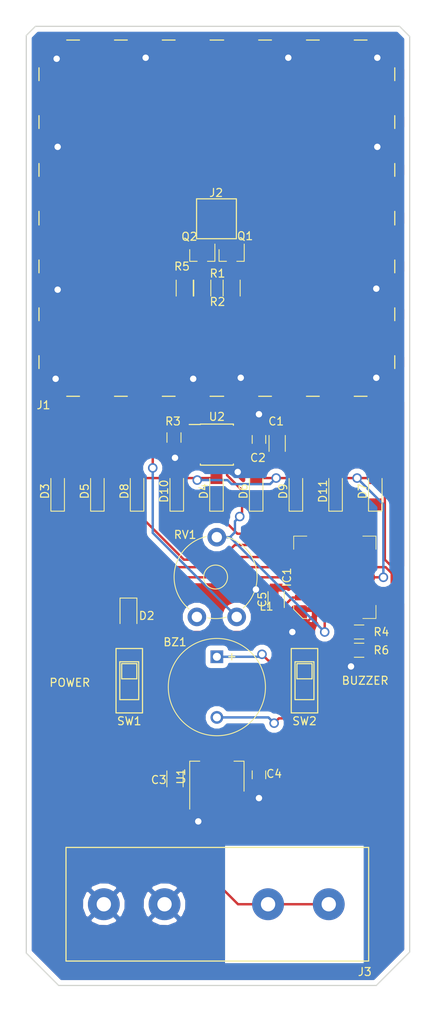
<source format=kicad_pcb>
(kicad_pcb (version 4) (host pcbnew 4.0.7-e2-6376~58~ubuntu16.04.1)

  (general
    (links 111)
    (no_connects 10)
    (area 75.997999 75.870999 124.281001 196.290001)
    (thickness 1.6)
    (drawings 8)
    (tracks 288)
    (zones 0)
    (modules 34)
    (nets 26)
  )

  (page A)
  (title_block
    (title "Open Radiation Detector")
    (rev 1.0)
    (comment 1 https://hackaday.io/project/27508-open-radiation-detector/)
    (comment 2 https://creativecommons.org/licenses/by-sa/4.0/)
    (comment 3 "License: Creative Commons Attribution-ShareAlike 4.0 International​")
    (comment 4 "Author: Carlos Garcia Saura")
  )

  (layers
    (0 F.Cu signal)
    (31 B.Cu signal)
    (32 B.Adhes user)
    (33 F.Adhes user)
    (34 B.Paste user)
    (35 F.Paste user)
    (36 B.SilkS user)
    (37 F.SilkS user)
    (38 B.Mask user)
    (39 F.Mask user)
    (40 Dwgs.User user)
    (41 Cmts.User user)
    (42 Eco1.User user)
    (43 Eco2.User user)
    (44 Edge.Cuts user)
    (45 Margin user)
    (46 B.CrtYd user)
    (47 F.CrtYd user)
    (48 B.Fab user)
    (49 F.Fab user)
  )

  (setup
    (last_trace_width 0.3)
    (trace_clearance 0.3)
    (zone_clearance 0.6)
    (zone_45_only yes)
    (trace_min 0.2)
    (segment_width 0.2)
    (edge_width 0.15)
    (via_size 1.2)
    (via_drill 0.8)
    (via_min_size 0.4)
    (via_min_drill 0.3)
    (uvia_size 0.3)
    (uvia_drill 0.1)
    (uvias_allowed no)
    (uvia_min_size 0.2)
    (uvia_min_drill 0.1)
    (pcb_text_width 0.3)
    (pcb_text_size 1.5 1.5)
    (mod_edge_width 0.15)
    (mod_text_size 1 1)
    (mod_text_width 0.15)
    (pad_size 1.524 1.524)
    (pad_drill 0.762)
    (pad_to_mask_clearance 0.08)
    (pad_to_paste_clearance -0.08)
    (aux_axis_origin 0 0)
    (visible_elements FFFFEF7F)
    (pcbplotparams
      (layerselection 0x010a8_80000001)
      (usegerberextensions false)
      (excludeedgelayer true)
      (linewidth 0.100000)
      (plotframeref false)
      (viasonmask false)
      (mode 1)
      (useauxorigin false)
      (hpglpennumber 1)
      (hpglpenspeed 20)
      (hpglpendiameter 15)
      (hpglpenoverlay 2)
      (psnegative false)
      (psa4output false)
      (plotreference true)
      (plotvalue true)
      (plotinvisibletext false)
      (padsonsilk false)
      (subtractmaskfromsilk false)
      (outputformat 1)
      (mirror false)
      (drillshape 0)
      (scaleselection 1)
      (outputdirectory Gerber/))
  )

  (net 0 "")
  (net 1 "Net-(J2-Pad1)")
  (net 2 +5V)
  (net 3 GND)
  (net 4 +BATT)
  (net 5 v_rad)
  (net 6 "Net-(J3-Pad2)")
  (net 7 v_out)
  (net 8 v_fg)
  (net 9 v_comp)
  (net 10 "Net-(BZ1-Pad1)")
  (net 11 "Net-(D2-Pad2)")
  (net 12 "Net-(SW2-Pad3)")
  (net 13 L10)
  (net 14 L1)
  (net 15 L5)
  (net 16 L2)
  (net 17 L6)
  (net 18 L9)
  (net 19 L3)
  (net 20 L7)
  (net 21 L4)
  (net 22 L8)
  (net 23 "Net-(IC1-Pad6)")
  (net 24 "Net-(IC1-Pad10)")
  (net 25 +12V)

  (net_class Default "This is the default net class."
    (clearance 0.3)
    (trace_width 0.3)
    (via_dia 1.2)
    (via_drill 0.8)
    (uvia_dia 0.3)
    (uvia_drill 0.1)
    (add_net +12V)
    (add_net +5V)
    (add_net +BATT)
    (add_net GND)
    (add_net L1)
    (add_net L10)
    (add_net L2)
    (add_net L3)
    (add_net L4)
    (add_net L5)
    (add_net L6)
    (add_net L7)
    (add_net L8)
    (add_net L9)
    (add_net "Net-(BZ1-Pad1)")
    (add_net "Net-(D2-Pad2)")
    (add_net "Net-(IC1-Pad10)")
    (add_net "Net-(IC1-Pad6)")
    (add_net "Net-(J2-Pad1)")
    (add_net "Net-(J3-Pad2)")
    (add_net "Net-(SW2-Pad3)")
    (add_net v_comp)
    (add_net v_fg)
    (add_net v_out)
    (add_net v_rad)
  )

  (module A23_battery:A23_battery (layer F.Cu) (tedit 59DE38D6) (tstamp 59DCCCB1)
    (at 85.806 186.029)
    (path /59E56592)
    (fp_text reference J3 (at 32.766 8.483) (layer F.SilkS)
      (effects (font (size 1 1) (thickness 0.15)))
    )
    (fp_text value Batt (at 4.75 -3.8) (layer F.Fab)
      (effects (font (size 1 1) (thickness 0.15)))
    )
    (fp_line (start -4.75 7.125) (end -4.75 -7.125) (layer F.SilkS) (width 0.15))
    (fp_line (start 33.25 7.125) (end -4.75 7.125) (layer F.SilkS) (width 0.15))
    (fp_line (start 33.25 -7.125) (end 33.25 7.125) (layer F.SilkS) (width 0.15))
    (fp_line (start -4.75 -7.125) (end 33.25 -7.125) (layer F.SilkS) (width 0.15))
    (pad 1 thru_hole circle (at 7.62 0) (size 4 4) (drill 1.8) (layers *.Cu *.Mask)
      (net 3 GND))
    (pad 1 thru_hole circle (at 0 0) (size 4 4) (drill 1.8) (layers *.Cu *.Mask)
      (net 3 GND))
    (pad 2 thru_hole circle (at 20.62 0) (size 4 4) (drill 1.8) (layers *.Cu *.Mask)
      (net 6 "Net-(J3-Pad2)"))
    (pad 2 thru_hole circle (at 28.24 0) (size 4 4) (drill 1.8) (layers *.Cu *.Mask)
      (net 6 "Net-(J3-Pad2)"))
  )

  (module Potentiometers:Potentiometer_Trimmer_Piher_PT-10v10_Horizontal_Px10.0mm_Py5.0mm (layer F.Cu) (tedit 58826B09) (tstamp 59E6B777)
    (at 102.489 150 90)
    (descr "Potentiometer, horizontally mounted, Omeg PC16PU, Omeg PC16PU, Omeg PC16PU, Vishay/Spectrol 248GJ/249GJ Single, Vishay/Spectrol 248GJ/249GJ Single, Vishay/Spectrol 248GJ/249GJ Single, Vishay/Spectrol 248GH/249GH Single, Vishay/Spectrol 148/149 Single, Vishay/Spectrol 148/149 Single, Vishay/Spectrol 148/149 Single, Vishay/Spectrol 148A/149A Single with mounting plates, Vishay/Spectrol 148/149 Double, Vishay/Spectrol 148A/149A Double with mounting plates, Piher PC-16 Single, Piher PC-16 Single, Piher PC-16 Single, Piher PC-16SV Single, Piher PC-16 Double, Piher PC-16 Triple, Piher T16H Single, Piher T16L Single, Piher T16H Double, Alps RK163 Single, Alps RK163 Double, Alps RK097 Single, Alps RK097 Double, Bourns PTV09A-2 Single with mounting sleve Single, Bourns PTV09A-1 with mounting sleve Single, Bourns PRS11S Single, Alps RK09K Single with mounting sleve Single, Alps RK09K with mounting sleve Single, Alps RK09L Single, Alps RK09L Single, Alps RK09L Double, Alps RK09L Double, Alps RK09Y Single, Bourns 3339S Single, Bourns 3339S Single, Bourns 3339P Single, Bourns 3339H Single, Vishay T7YA Single, Suntan TSR-3386H Single, Suntan TSR-3386H Single, Suntan TSR-3386P Single, Vishay T73XX Single, Vishay T73XX Single, Vishay T73YP Single, Piher PT-6h Single, Piher PT-6v Single, Piher PT-6v Single, Piher PT-10h2.5 Single, Piher PT-10h5 Single, Piher PT-101h3.8 Single, Piher PT-10v10 Single, http://www.piher-nacesa.com/pdf/12-PT10v03.pdf")
    (tags "Potentiometer horizontal  Omeg PC16PU  Omeg PC16PU  Omeg PC16PU  Vishay/Spectrol 248GJ/249GJ Single  Vishay/Spectrol 248GJ/249GJ Single  Vishay/Spectrol 248GJ/249GJ Single  Vishay/Spectrol 248GH/249GH Single  Vishay/Spectrol 148/149 Single  Vishay/Spectrol 148/149 Single  Vishay/Spectrol 148/149 Single  Vishay/Spectrol 148A/149A Single with mounting plates  Vishay/Spectrol 148/149 Double  Vishay/Spectrol 148A/149A Double with mounting plates  Piher PC-16 Single  Piher PC-16 Single  Piher PC-16 Single  Piher PC-16SV Single  Piher PC-16 Double  Piher PC-16 Triple  Piher T16H Single  Piher T16L Single  Piher T16H Double  Alps RK163 Single  Alps RK163 Double  Alps RK097 Single  Alps RK097 Double  Bourns PTV09A-2 Single with mounting sleve Single  Bourns PTV09A-1 with mounting sleve Single  Bourns PRS11S Single  Alps RK09K Single with mounting sleve Single  Alps RK09K with mounting sleve Single  Alps RK09L Single  Alps RK09L Single  Alps RK09L Double  Alps RK09L Double  Alps RK09Y Single  Bourns 3339S Single  Bourns 3339S Single  Bourns 3339P Single  Bourns 3339H Single  Vishay T7YA Single  Suntan TSR-3386H Single  Suntan TSR-3386H Single  Suntan TSR-3386P Single  Vishay T73XX Single  Vishay T73XX Single  Vishay T73YP Single  Piher PT-6h Single  Piher PT-6v Single  Piher PT-6v Single  Piher PT-10h2.5 Single  Piher PT-10h5 Single  Piher PT-101h3.8 Single  Piher PT-10v10 Single")
    (path /59DCF660)
    (fp_text reference RV1 (at 10.3 -6.477 180) (layer F.SilkS)
      (effects (font (size 1 1) (thickness 0.15)))
    )
    (fp_text value R_F (at 5 3.75 90) (layer F.Fab)
      (effects (font (size 1 1) (thickness 0.15)))
    )
    (fp_line (start 11.45 -8.05) (end -1.45 -8.05) (layer F.CrtYd) (width 0.05))
    (fp_line (start 11.45 2.75) (end 11.45 -8.05) (layer F.CrtYd) (width 0.05))
    (fp_line (start -1.45 2.75) (end 11.45 2.75) (layer F.CrtYd) (width 0.05))
    (fp_line (start -1.45 -8.05) (end -1.45 2.75) (layer F.CrtYd) (width 0.05))
    (fp_circle (center 5 -2.65) (end 6.5 -2.65) (layer F.SilkS) (width 0.12))
    (fp_circle (center 5 -2.65) (end 6.5 -2.65) (layer F.Fab) (width 0.1))
    (fp_circle (center 5 -2.65) (end 6.75 -2.65) (layer F.Fab) (width 0.1))
    (fp_circle (center 5 -2.65) (end 10.15 -2.65) (layer F.Fab) (width 0.1))
    (fp_arc (start 5 -2.65) (end 1.128 0.836) (angle -49) (layer F.SilkS) (width 0.12))
    (fp_arc (start 5 -2.65) (end -0.115 -3.644) (angle -26) (layer F.SilkS) (width 0.12))
    (fp_arc (start 5 -2.65) (end 10.077 -3.821) (angle -127) (layer F.SilkS) (width 0.12))
    (fp_arc (start 5 -2.65) (end 5 2.56) (angle -74) (layer F.SilkS) (width 0.12))
    (pad 1 thru_hole circle (at 0 0 90) (size 2.34 2.34) (drill 1.3) (layers *.Cu *.Mask)
      (net 8 v_fg))
    (pad 2 thru_hole circle (at 10 -2.5 90) (size 2.34 2.34) (drill 1.3) (layers *.Cu *.Mask)
      (net 7 v_out))
    (pad 3 thru_hole circle (at 0 -5 90) (size 2.34 2.34) (drill 1.3) (layers *.Cu *.Mask))
    (model Potentiometers.3dshapes/Potentiometer_Trimmer_Piher_PT-10v10_Horizontal_Px10.0mm_Py5.0mm.wrl
      (at (xyz 0 0 0))
      (scale (xyz 0.393701 0.393701 0.393701))
      (rotate (xyz 0 0 0))
    )
  )

  (module Buzzers_Beepers:MagneticBuzzer_ProSignal_ABI-010-RC (layer F.Cu) (tedit 58B1D288) (tstamp 59DCB38B)
    (at 100 155 270)
    (descr "Buzzer, Elektromagnetic Beeper, Summer, 12V-DC,")
    (tags "Pro Signal ABI-010-RC ")
    (path /59DCB18F)
    (fp_text reference BZ1 (at -1.838 5.258 360) (layer F.SilkS)
      (effects (font (size 1 1) (thickness 0.15)))
    )
    (fp_text value Buzzer (at 1.718 2.718 360) (layer F.Fab)
      (effects (font (size 1 1) (thickness 0.15)))
    )
    (fp_text user + (at 0 -1.8 270) (layer F.Fab)
      (effects (font (size 1 1) (thickness 0.15)))
    )
    (fp_circle (center 3.8 0) (end 9.8 0) (layer F.Fab) (width 0.1))
    (fp_circle (center 3.8 0) (end 9.9 0) (layer F.SilkS) (width 0.12))
    (fp_text user + (at 0 -1.8 270) (layer F.SilkS)
      (effects (font (size 1 1) (thickness 0.15)))
    )
    (fp_text user %R (at -1.838 5.258 360) (layer F.Fab)
      (effects (font (size 1 1) (thickness 0.15)))
    )
    (fp_circle (center 3.8 0) (end 5.1 0.5) (layer F.Fab) (width 0.1))
    (fp_circle (center 3.8 0) (end 10.05 0) (layer F.CrtYd) (width 0.05))
    (pad 1 thru_hole rect (at 0 0 270) (size 1.6 1.6) (drill 1) (layers *.Cu *.Mask)
      (net 10 "Net-(BZ1-Pad1)"))
    (pad 2 thru_hole circle (at 7.6 0 270) (size 1.6 1.6) (drill 1) (layers *.Cu *.Mask)
      (net 13 L10))
    (model ${KISYS3DMOD}/Buzzers_Beepers.3dshapes/MagneticBuzzer_ProSignal_ABI-010-RC.wrl
      (at (xyz 0.299213 0 0))
      (scale (xyz 1 1 1))
      (rotate (xyz 0 0 180))
    )
  )

  (module Capacitors_SMD:C_1206 (layer F.Cu) (tedit 58AA84B8) (tstamp 59DCB391)
    (at 107.569 128.246 90)
    (descr "Capacitor SMD 1206, reflow soldering, AVX (see smccp.pdf)")
    (tags "capacitor 1206")
    (path /59DCA9AB)
    (attr smd)
    (fp_text reference C1 (at 2.77 -0.127 180) (layer F.SilkS)
      (effects (font (size 1 1) (thickness 0.15)))
    )
    (fp_text value 10u (at 0.23 2.667 180) (layer F.Fab)
      (effects (font (size 1 1) (thickness 0.15)))
    )
    (fp_text user %R (at 2.77 -0.127 180) (layer F.Fab)
      (effects (font (size 1 1) (thickness 0.15)))
    )
    (fp_line (start -1.6 0.8) (end -1.6 -0.8) (layer F.Fab) (width 0.1))
    (fp_line (start 1.6 0.8) (end -1.6 0.8) (layer F.Fab) (width 0.1))
    (fp_line (start 1.6 -0.8) (end 1.6 0.8) (layer F.Fab) (width 0.1))
    (fp_line (start -1.6 -0.8) (end 1.6 -0.8) (layer F.Fab) (width 0.1))
    (fp_line (start 1 -1.02) (end -1 -1.02) (layer F.SilkS) (width 0.12))
    (fp_line (start -1 1.02) (end 1 1.02) (layer F.SilkS) (width 0.12))
    (fp_line (start -2.25 -1.05) (end 2.25 -1.05) (layer F.CrtYd) (width 0.05))
    (fp_line (start -2.25 -1.05) (end -2.25 1.05) (layer F.CrtYd) (width 0.05))
    (fp_line (start 2.25 1.05) (end 2.25 -1.05) (layer F.CrtYd) (width 0.05))
    (fp_line (start 2.25 1.05) (end -2.25 1.05) (layer F.CrtYd) (width 0.05))
    (pad 1 smd rect (at -1.5 0 90) (size 1 1.6) (layers F.Cu F.Paste F.Mask)
      (net 2 +5V))
    (pad 2 smd rect (at 1.5 0 90) (size 1 1.6) (layers F.Cu F.Paste F.Mask)
      (net 3 GND))
    (model Capacitors_SMD.3dshapes/C_1206.wrl
      (at (xyz 0 0 0))
      (scale (xyz 1 1 1))
      (rotate (xyz 0 0 0))
    )
  )

  (module Capacitors_SMD:C_0805 (layer F.Cu) (tedit 58AA8463) (tstamp 59DCB397)
    (at 105.283 127.746 90)
    (descr "Capacitor SMD 0805, reflow soldering, AVX (see smccp.pdf)")
    (tags "capacitor 0805")
    (path /59DCAADA)
    (attr smd)
    (fp_text reference C2 (at -2.302 -0.127 180) (layer F.SilkS)
      (effects (font (size 1 1) (thickness 0.15)))
    )
    (fp_text value 100n (at -3.826 0.127 180) (layer F.Fab)
      (effects (font (size 1 1) (thickness 0.15)))
    )
    (fp_text user %R (at -2.302 -0.127 180) (layer F.Fab)
      (effects (font (size 1 1) (thickness 0.15)))
    )
    (fp_line (start -1 0.62) (end -1 -0.62) (layer F.Fab) (width 0.1))
    (fp_line (start 1 0.62) (end -1 0.62) (layer F.Fab) (width 0.1))
    (fp_line (start 1 -0.62) (end 1 0.62) (layer F.Fab) (width 0.1))
    (fp_line (start -1 -0.62) (end 1 -0.62) (layer F.Fab) (width 0.1))
    (fp_line (start 0.5 -0.85) (end -0.5 -0.85) (layer F.SilkS) (width 0.12))
    (fp_line (start -0.5 0.85) (end 0.5 0.85) (layer F.SilkS) (width 0.12))
    (fp_line (start -1.75 -0.88) (end 1.75 -0.88) (layer F.CrtYd) (width 0.05))
    (fp_line (start -1.75 -0.88) (end -1.75 0.87) (layer F.CrtYd) (width 0.05))
    (fp_line (start 1.75 0.87) (end 1.75 -0.88) (layer F.CrtYd) (width 0.05))
    (fp_line (start 1.75 0.87) (end -1.75 0.87) (layer F.CrtYd) (width 0.05))
    (pad 1 smd rect (at -1 0 90) (size 1 1.25) (layers F.Cu F.Paste F.Mask)
      (net 2 +5V))
    (pad 2 smd rect (at 1 0 90) (size 1 1.25) (layers F.Cu F.Paste F.Mask)
      (net 3 GND))
    (model Capacitors_SMD.3dshapes/C_0805.wrl
      (at (xyz 0 0 0))
      (scale (xyz 1 1 1))
      (rotate (xyz 0 0 0))
    )
  )

  (module SMD_Packages:1Pin (layer F.Cu) (tedit 59DC9814) (tstamp 59DC97C2)
    (at 99.949 100.076 270)
    (descr "module 1 pin (ou trou mecanique de percage)")
    (tags DEV)
    (path /59E56928)
    (fp_text reference J2 (at -3.25628 0.04064 360) (layer F.SilkS)
      (effects (font (size 1 1) (thickness 0.15)))
    )
    (fp_text value Electrode (at -0.254 -6.477 360) (layer F.Fab)
      (effects (font (size 1 1) (thickness 0.15)))
    )
    (fp_line (start -2.49936 -2.49936) (end 2.49936 -2.49936) (layer F.SilkS) (width 0.15))
    (fp_line (start 2.49936 -2.49936) (end 2.49936 2.49936) (layer F.SilkS) (width 0.15))
    (fp_line (start 2.49936 2.49936) (end -2.49936 2.49936) (layer F.SilkS) (width 0.15))
    (fp_line (start -2.49936 2.49936) (end -2.49936 -2.49936) (layer F.SilkS) (width 0.15))
    (pad 1 smd rect (at 0 0 270) (size 4.2 4.2) (layers F.Cu F.Paste F.Mask)
      (net 1 "Net-(J2-Pad1)"))
  )

  (module Shielding_Cabinets:Laird_Technologies_BMI-S-107_44.37x44.37mm (layer F.Cu) (tedit 57501709) (tstamp 59DC97BD)
    (at 100 100)
    (descr "Laird Technologies BMI-S-107 Shielding Cabinet One Piece SMD 44.37x44.37mm")
    (tags "Shielding Cabinet")
    (path /59DC948D)
    (attr smd)
    (fp_text reference J1 (at -21.768 23.444) (layer F.SilkS)
      (effects (font (size 1 1) (thickness 0.15)))
    )
    (fp_text value Outer_Shield (at -16.688 23.952) (layer F.Fab)
      (effects (font (size 1 1) (thickness 0.15)))
    )
    (fp_line (start -22.85 -22.85) (end -22.85 22.85) (layer F.CrtYd) (width 0.05))
    (fp_line (start -22.85 22.85) (end 22.85 22.85) (layer F.CrtYd) (width 0.05))
    (fp_line (start 22.85 22.85) (end 22.85 -22.85) (layer F.CrtYd) (width 0.05))
    (fp_line (start 22.85 -22.85) (end -22.85 -22.85) (layer F.CrtYd) (width 0.05))
    (fp_line (start -22.185 -22.185) (end -22.185 22.185) (layer F.Fab) (width 0.15))
    (fp_line (start -22.185 22.185) (end 22.185 22.185) (layer F.Fab) (width 0.15))
    (fp_line (start 22.185 22.185) (end 22.185 -22.185) (layer F.Fab) (width 0.15))
    (fp_line (start 22.185 -22.185) (end -22.185 -22.185) (layer F.Fab) (width 0.15))
    (fp_line (start -18.85 -22.335) (end -17.25 -22.335) (layer F.SilkS) (width 0.15))
    (fp_line (start -18.85 22.335) (end -17.25 22.335) (layer F.SilkS) (width 0.15))
    (fp_line (start -12.85 -22.335) (end -11.25 -22.335) (layer F.SilkS) (width 0.15))
    (fp_line (start -12.85 22.335) (end -11.25 22.335) (layer F.SilkS) (width 0.15))
    (fp_line (start -6.85 -22.335) (end -5.25 -22.335) (layer F.SilkS) (width 0.15))
    (fp_line (start -6.85 22.335) (end -5.25 22.335) (layer F.SilkS) (width 0.15))
    (fp_line (start -0.85 -22.335) (end 0.85 -22.335) (layer F.SilkS) (width 0.15))
    (fp_line (start -0.85 22.335) (end 0.85 22.335) (layer F.SilkS) (width 0.15))
    (fp_line (start 5.25 -22.335) (end 6.85 -22.335) (layer F.SilkS) (width 0.15))
    (fp_line (start 5.25 22.335) (end 6.85 22.335) (layer F.SilkS) (width 0.15))
    (fp_line (start 11.25 -22.335) (end 12.85 -22.335) (layer F.SilkS) (width 0.15))
    (fp_line (start 11.25 22.335) (end 12.85 22.335) (layer F.SilkS) (width 0.15))
    (fp_line (start 17.25 -22.335) (end 18.85 -22.335) (layer F.SilkS) (width 0.15))
    (fp_line (start 17.25 22.335) (end 18.85 22.335) (layer F.SilkS) (width 0.15))
    (fp_line (start -22.335 -18.85) (end -22.335 -17.25) (layer F.SilkS) (width 0.15))
    (fp_line (start 22.335 -18.85) (end 22.335 -17.25) (layer F.SilkS) (width 0.15))
    (fp_line (start -22.335 -12.85) (end -22.335 -11.25) (layer F.SilkS) (width 0.15))
    (fp_line (start 22.335 -12.85) (end 22.335 -11.25) (layer F.SilkS) (width 0.15))
    (fp_line (start -22.335 -6.85) (end -22.335 -5.25) (layer F.SilkS) (width 0.15))
    (fp_line (start 22.335 -6.85) (end 22.335 -5.25) (layer F.SilkS) (width 0.15))
    (fp_line (start -22.335 -0.85) (end -22.335 0.85) (layer F.SilkS) (width 0.15))
    (fp_line (start 22.335 -0.85) (end 22.335 0.85) (layer F.SilkS) (width 0.15))
    (fp_line (start -22.335 5.25) (end -22.335 6.85) (layer F.SilkS) (width 0.15))
    (fp_line (start 22.335 5.25) (end 22.335 6.85) (layer F.SilkS) (width 0.15))
    (fp_line (start -22.335 11.25) (end -22.335 12.85) (layer F.SilkS) (width 0.15))
    (fp_line (start 22.335 11.25) (end 22.335 12.85) (layer F.SilkS) (width 0.15))
    (fp_line (start -22.335 17.25) (end -22.335 18.85) (layer F.SilkS) (width 0.15))
    (fp_line (start 22.335 17.25) (end 22.335 18.85) (layer F.SilkS) (width 0.15))
    (pad 1 smd rect (at -22.09 -22.09) (size 1 1) (layers F.Cu F.Mask)
      (net 3 GND))
    (pad 1 smd rect (at 22.09 -22.09) (size 1 1) (layers F.Cu F.Mask)
      (net 3 GND))
    (pad 1 smd rect (at 22.09 22.09) (size 1 1) (layers F.Cu F.Mask)
      (net 3 GND))
    (pad 1 smd rect (at -22.09 22.09) (size 1 1) (layers F.Cu F.Mask)
      (net 3 GND))
    (pad 1 smd rect (at -20.37 -22.09) (size 2.44 1) (layers F.Cu F.Mask)
      (net 3 GND))
    (pad 1 smd rect (at -20.37 22.09) (size 2.44 1) (layers F.Cu F.Mask)
      (net 3 GND))
    (pad 1 smd rect (at -15.05 -22.09) (size 3.8 1) (layers F.Cu F.Mask)
      (net 3 GND))
    (pad 1 smd rect (at -15.05 22.09) (size 3.8 1) (layers F.Cu F.Mask)
      (net 3 GND))
    (pad 1 smd rect (at -9.05 -22.09) (size 3.8 1) (layers F.Cu F.Mask)
      (net 3 GND))
    (pad 1 smd rect (at -9.05 22.09) (size 3.8 1) (layers F.Cu F.Mask)
      (net 3 GND))
    (pad 1 smd rect (at -3.05 -22.09) (size 3.8 1) (layers F.Cu F.Mask)
      (net 3 GND))
    (pad 1 smd rect (at -3.05 22.09) (size 3.8 1) (layers F.Cu F.Mask)
      (net 3 GND))
    (pad 1 smd rect (at 3.05 -22.09) (size 3.8 1) (layers F.Cu F.Mask)
      (net 3 GND))
    (pad 1 smd rect (at 3.05 22.09) (size 3.8 1) (layers F.Cu F.Mask)
      (net 3 GND))
    (pad 1 smd rect (at 9.05 -22.09) (size 3.8 1) (layers F.Cu F.Mask)
      (net 3 GND))
    (pad 1 smd rect (at 9.05 22.09) (size 3.8 1) (layers F.Cu F.Mask)
      (net 3 GND))
    (pad 1 smd rect (at 15.05 -22.09) (size 3.8 1) (layers F.Cu F.Mask)
      (net 3 GND))
    (pad 1 smd rect (at 15.05 22.09) (size 3.8 1) (layers F.Cu F.Mask)
      (net 3 GND))
    (pad 1 smd rect (at 20.37 -22.09) (size 2.44 1) (layers F.Cu F.Mask)
      (net 3 GND))
    (pad 1 smd rect (at 20.37 22.09) (size 2.44 1) (layers F.Cu F.Mask)
      (net 3 GND))
    (pad 1 smd rect (at -22.09 -20.37) (size 1 2.44) (layers F.Cu F.Mask)
      (net 3 GND))
    (pad 1 smd rect (at 22.09 -20.37) (size 1 2.44) (layers F.Cu F.Mask)
      (net 3 GND))
    (pad 1 smd rect (at -22.09 -15.05) (size 1 3.8) (layers F.Cu F.Mask)
      (net 3 GND))
    (pad 1 smd rect (at 22.09 -15.05) (size 1 3.8) (layers F.Cu F.Mask)
      (net 3 GND))
    (pad 1 smd rect (at -22.09 -9.05) (size 1 3.8) (layers F.Cu F.Mask)
      (net 3 GND))
    (pad 1 smd rect (at 22.09 -9.05) (size 1 3.8) (layers F.Cu F.Mask)
      (net 3 GND))
    (pad 1 smd rect (at -22.09 -3.05) (size 1 3.8) (layers F.Cu F.Mask)
      (net 3 GND))
    (pad 1 smd rect (at 22.09 -3.05) (size 1 3.8) (layers F.Cu F.Mask)
      (net 3 GND))
    (pad 1 smd rect (at -22.09 3.05) (size 1 3.8) (layers F.Cu F.Mask)
      (net 3 GND))
    (pad 1 smd rect (at 22.09 3.05) (size 1 3.8) (layers F.Cu F.Mask)
      (net 3 GND))
    (pad 1 smd rect (at -22.09 9.05) (size 1 3.8) (layers F.Cu F.Mask)
      (net 3 GND))
    (pad 1 smd rect (at 22.09 9.05) (size 1 3.8) (layers F.Cu F.Mask)
      (net 3 GND))
    (pad 1 smd rect (at -22.09 15.05) (size 1 3.8) (layers F.Cu F.Mask)
      (net 3 GND))
    (pad 1 smd rect (at 22.09 15.05) (size 1 3.8) (layers F.Cu F.Mask)
      (net 3 GND))
    (pad 1 smd rect (at -22.09 20.37) (size 1 2.44) (layers F.Cu F.Mask)
      (net 3 GND))
    (pad 1 smd rect (at 22.09 20.37) (size 1 2.44) (layers F.Cu F.Mask)
      (net 3 GND))
  )

  (module TO_SOT_Packages_SMD:SOT-23 (layer F.Cu) (tedit 58CE4E7E) (tstamp 59DC97C9)
    (at 101.854 104.648 270)
    (descr "SOT-23, Standard")
    (tags SOT-23)
    (path /59DC95F2)
    (attr smd)
    (fp_text reference Q1 (at -2.40284 -1.68656 360) (layer F.SilkS)
      (effects (font (size 1 1) (thickness 0.15)))
    )
    (fp_text value FMMT734 (at 0.254 -5.334 360) (layer F.Fab)
      (effects (font (size 1 1) (thickness 0.15)))
    )
    (fp_text user %R (at 0 0 360) (layer F.Fab)
      (effects (font (size 0.5 0.5) (thickness 0.075)))
    )
    (fp_line (start -0.7 -0.95) (end -0.7 1.5) (layer F.Fab) (width 0.1))
    (fp_line (start -0.15 -1.52) (end 0.7 -1.52) (layer F.Fab) (width 0.1))
    (fp_line (start -0.7 -0.95) (end -0.15 -1.52) (layer F.Fab) (width 0.1))
    (fp_line (start 0.7 -1.52) (end 0.7 1.52) (layer F.Fab) (width 0.1))
    (fp_line (start -0.7 1.52) (end 0.7 1.52) (layer F.Fab) (width 0.1))
    (fp_line (start 0.76 1.58) (end 0.76 0.65) (layer F.SilkS) (width 0.12))
    (fp_line (start 0.76 -1.58) (end 0.76 -0.65) (layer F.SilkS) (width 0.12))
    (fp_line (start -1.7 -1.75) (end 1.7 -1.75) (layer F.CrtYd) (width 0.05))
    (fp_line (start 1.7 -1.75) (end 1.7 1.75) (layer F.CrtYd) (width 0.05))
    (fp_line (start 1.7 1.75) (end -1.7 1.75) (layer F.CrtYd) (width 0.05))
    (fp_line (start -1.7 1.75) (end -1.7 -1.75) (layer F.CrtYd) (width 0.05))
    (fp_line (start 0.76 -1.58) (end -1.4 -1.58) (layer F.SilkS) (width 0.12))
    (fp_line (start 0.76 1.58) (end -0.7 1.58) (layer F.SilkS) (width 0.12))
    (pad 1 smd rect (at -1 -0.95 270) (size 0.9 0.8) (layers F.Cu F.Paste F.Mask)
      (net 1 "Net-(J2-Pad1)"))
    (pad 2 smd rect (at -1 0.95 270) (size 0.9 0.8) (layers F.Cu F.Paste F.Mask)
      (net 4 +BATT))
    (pad 3 smd rect (at 1 0 270) (size 0.9 0.8) (layers F.Cu F.Paste F.Mask)
      (net 5 v_rad))
    (model ${KISYS3DMOD}/TO_SOT_Packages_SMD.3dshapes/SOT-23.wrl
      (at (xyz 0 0 0))
      (scale (xyz 1 1 1))
      (rotate (xyz 0 0 0))
    )
  )

  (module TO_SOT_Packages_SMD:SOT-23 (layer F.Cu) (tedit 58CE4E7E) (tstamp 59DCB39E)
    (at 98.171 104.648 270)
    (descr "SOT-23, Standard")
    (tags SOT-23)
    (path /59DC98B1)
    (attr smd)
    (fp_text reference Q2 (at -2.3368 1.6256 360) (layer F.SilkS)
      (effects (font (size 1 1) (thickness 0.15)))
    )
    (fp_text value FMMT734 (at 0 5.207 360) (layer F.Fab)
      (effects (font (size 1 1) (thickness 0.15)))
    )
    (fp_text user %R (at 0 0 360) (layer F.Fab)
      (effects (font (size 0.5 0.5) (thickness 0.075)))
    )
    (fp_line (start -0.7 -0.95) (end -0.7 1.5) (layer F.Fab) (width 0.1))
    (fp_line (start -0.15 -1.52) (end 0.7 -1.52) (layer F.Fab) (width 0.1))
    (fp_line (start -0.7 -0.95) (end -0.15 -1.52) (layer F.Fab) (width 0.1))
    (fp_line (start 0.7 -1.52) (end 0.7 1.52) (layer F.Fab) (width 0.1))
    (fp_line (start -0.7 1.52) (end 0.7 1.52) (layer F.Fab) (width 0.1))
    (fp_line (start 0.76 1.58) (end 0.76 0.65) (layer F.SilkS) (width 0.12))
    (fp_line (start 0.76 -1.58) (end 0.76 -0.65) (layer F.SilkS) (width 0.12))
    (fp_line (start -1.7 -1.75) (end 1.7 -1.75) (layer F.CrtYd) (width 0.05))
    (fp_line (start 1.7 -1.75) (end 1.7 1.75) (layer F.CrtYd) (width 0.05))
    (fp_line (start 1.7 1.75) (end -1.7 1.75) (layer F.CrtYd) (width 0.05))
    (fp_line (start -1.7 1.75) (end -1.7 -1.75) (layer F.CrtYd) (width 0.05))
    (fp_line (start 0.76 -1.58) (end -1.4 -1.58) (layer F.SilkS) (width 0.12))
    (fp_line (start 0.76 1.58) (end -0.7 1.58) (layer F.SilkS) (width 0.12))
    (pad 1 smd rect (at -1 -0.95 270) (size 0.9 0.8) (layers F.Cu F.Paste F.Mask))
    (pad 2 smd rect (at -1 0.95 270) (size 0.9 0.8) (layers F.Cu F.Paste F.Mask)
      (net 4 +BATT))
    (pad 3 smd rect (at 1 0 270) (size 0.9 0.8) (layers F.Cu F.Paste F.Mask)
      (net 9 v_comp))
    (model ${KISYS3DMOD}/TO_SOT_Packages_SMD.3dshapes/SOT-23.wrl
      (at (xyz 0 0 0))
      (scale (xyz 1 1 1))
      (rotate (xyz 0 0 0))
    )
  )

  (module Resistors_SMD:R_1206 (layer F.Cu) (tedit 58E0A804) (tstamp 59DCB3A4)
    (at 98.171 108.765 270)
    (descr "Resistor SMD 1206, reflow soldering, Vishay (see dcrcw.pdf)")
    (tags "resistor 1206")
    (path /59DC9C47)
    (attr smd)
    (fp_text reference R1 (at -1.831 -1.905 360) (layer F.SilkS)
      (effects (font (size 1 1) (thickness 0.15)))
    )
    (fp_text value 10M (at 2.995 -0.635 360) (layer F.Fab)
      (effects (font (size 1 1) (thickness 0.15)))
    )
    (fp_text user %R (at 0 0 270) (layer F.Fab)
      (effects (font (size 0.7 0.7) (thickness 0.105)))
    )
    (fp_line (start -1.6 0.8) (end -1.6 -0.8) (layer F.Fab) (width 0.1))
    (fp_line (start 1.6 0.8) (end -1.6 0.8) (layer F.Fab) (width 0.1))
    (fp_line (start 1.6 -0.8) (end 1.6 0.8) (layer F.Fab) (width 0.1))
    (fp_line (start -1.6 -0.8) (end 1.6 -0.8) (layer F.Fab) (width 0.1))
    (fp_line (start 1 1.07) (end -1 1.07) (layer F.SilkS) (width 0.12))
    (fp_line (start -1 -1.07) (end 1 -1.07) (layer F.SilkS) (width 0.12))
    (fp_line (start -2.15 -1.11) (end 2.15 -1.11) (layer F.CrtYd) (width 0.05))
    (fp_line (start -2.15 -1.11) (end -2.15 1.1) (layer F.CrtYd) (width 0.05))
    (fp_line (start 2.15 1.1) (end 2.15 -1.11) (layer F.CrtYd) (width 0.05))
    (fp_line (start 2.15 1.1) (end -2.15 1.1) (layer F.CrtYd) (width 0.05))
    (pad 1 smd rect (at -1.45 0 270) (size 0.9 1.7) (layers F.Cu F.Paste F.Mask)
      (net 9 v_comp))
    (pad 2 smd rect (at 1.45 0 270) (size 0.9 1.7) (layers F.Cu F.Paste F.Mask)
      (net 3 GND))
    (model ${KISYS3DMOD}/Resistors_SMD.3dshapes/R_1206.wrl
      (at (xyz 0 0 0))
      (scale (xyz 1 1 1))
      (rotate (xyz 0 0 0))
    )
  )

  (module Resistors_SMD:R_1206 (layer F.Cu) (tedit 58E0A804) (tstamp 59DCB3AA)
    (at 101.854 108.765 270)
    (descr "Resistor SMD 1206, reflow soldering, Vishay (see dcrcw.pdf)")
    (tags "resistor 1206")
    (path /59DC9D5E)
    (attr smd)
    (fp_text reference R2 (at 1.725 1.778 360) (layer F.SilkS)
      (effects (font (size 1 1) (thickness 0.15)))
    )
    (fp_text value 10M (at 2.995 -0.762 360) (layer F.Fab)
      (effects (font (size 1 1) (thickness 0.15)))
    )
    (fp_text user %R (at 0 0 270) (layer F.Fab)
      (effects (font (size 0.7 0.7) (thickness 0.105)))
    )
    (fp_line (start -1.6 0.8) (end -1.6 -0.8) (layer F.Fab) (width 0.1))
    (fp_line (start 1.6 0.8) (end -1.6 0.8) (layer F.Fab) (width 0.1))
    (fp_line (start 1.6 -0.8) (end 1.6 0.8) (layer F.Fab) (width 0.1))
    (fp_line (start -1.6 -0.8) (end 1.6 -0.8) (layer F.Fab) (width 0.1))
    (fp_line (start 1 1.07) (end -1 1.07) (layer F.SilkS) (width 0.12))
    (fp_line (start -1 -1.07) (end 1 -1.07) (layer F.SilkS) (width 0.12))
    (fp_line (start -2.15 -1.11) (end 2.15 -1.11) (layer F.CrtYd) (width 0.05))
    (fp_line (start -2.15 -1.11) (end -2.15 1.1) (layer F.CrtYd) (width 0.05))
    (fp_line (start 2.15 1.1) (end 2.15 -1.11) (layer F.CrtYd) (width 0.05))
    (fp_line (start 2.15 1.1) (end -2.15 1.1) (layer F.CrtYd) (width 0.05))
    (pad 1 smd rect (at -1.45 0 270) (size 0.9 1.7) (layers F.Cu F.Paste F.Mask)
      (net 5 v_rad))
    (pad 2 smd rect (at 1.45 0 270) (size 0.9 1.7) (layers F.Cu F.Paste F.Mask)
      (net 3 GND))
    (model ${KISYS3DMOD}/Resistors_SMD.3dshapes/R_1206.wrl
      (at (xyz 0 0 0))
      (scale (xyz 1 1 1))
      (rotate (xyz 0 0 0))
    )
  )

  (module Housings_SOIC:SOIC-8_3.9x4.9mm_Pitch1.27mm (layer F.Cu) (tedit 58CD0CDA) (tstamp 59DCB3BE)
    (at 100 128.397)
    (descr "8-Lead Plastic Small Outline (SN) - Narrow, 3.90 mm Body [SOIC] (see Microchip Packaging Specification 00000049BS.pdf)")
    (tags "SOIC 1.27")
    (path /59DCA212)
    (attr smd)
    (fp_text reference U2 (at 0 -3.5) (layer F.SilkS)
      (effects (font (size 1 1) (thickness 0.15)))
    )
    (fp_text value MCP6N11 (at 0.076 -3.429) (layer F.Fab)
      (effects (font (size 1 1) (thickness 0.15)))
    )
    (fp_text user %R (at 0 0) (layer F.Fab)
      (effects (font (size 1 1) (thickness 0.15)))
    )
    (fp_line (start -0.95 -2.45) (end 1.95 -2.45) (layer F.Fab) (width 0.1))
    (fp_line (start 1.95 -2.45) (end 1.95 2.45) (layer F.Fab) (width 0.1))
    (fp_line (start 1.95 2.45) (end -1.95 2.45) (layer F.Fab) (width 0.1))
    (fp_line (start -1.95 2.45) (end -1.95 -1.45) (layer F.Fab) (width 0.1))
    (fp_line (start -1.95 -1.45) (end -0.95 -2.45) (layer F.Fab) (width 0.1))
    (fp_line (start -3.73 -2.7) (end -3.73 2.7) (layer F.CrtYd) (width 0.05))
    (fp_line (start 3.73 -2.7) (end 3.73 2.7) (layer F.CrtYd) (width 0.05))
    (fp_line (start -3.73 -2.7) (end 3.73 -2.7) (layer F.CrtYd) (width 0.05))
    (fp_line (start -3.73 2.7) (end 3.73 2.7) (layer F.CrtYd) (width 0.05))
    (fp_line (start -2.075 -2.575) (end -2.075 -2.525) (layer F.SilkS) (width 0.15))
    (fp_line (start 2.075 -2.575) (end 2.075 -2.43) (layer F.SilkS) (width 0.15))
    (fp_line (start 2.075 2.575) (end 2.075 2.43) (layer F.SilkS) (width 0.15))
    (fp_line (start -2.075 2.575) (end -2.075 2.43) (layer F.SilkS) (width 0.15))
    (fp_line (start -2.075 -2.575) (end 2.075 -2.575) (layer F.SilkS) (width 0.15))
    (fp_line (start -2.075 2.575) (end 2.075 2.575) (layer F.SilkS) (width 0.15))
    (fp_line (start -2.075 -2.525) (end -3.475 -2.525) (layer F.SilkS) (width 0.15))
    (pad 1 smd rect (at -2.7 -1.905) (size 1.55 0.6) (layers F.Cu F.Paste F.Mask)
      (net 8 v_fg))
    (pad 2 smd rect (at -2.7 -0.635) (size 1.55 0.6) (layers F.Cu F.Paste F.Mask)
      (net 9 v_comp))
    (pad 3 smd rect (at -2.7 0.635) (size 1.55 0.6) (layers F.Cu F.Paste F.Mask)
      (net 5 v_rad))
    (pad 4 smd rect (at -2.7 1.905) (size 1.55 0.6) (layers F.Cu F.Paste F.Mask)
      (net 3 GND))
    (pad 5 smd rect (at 2.7 1.905) (size 1.55 0.6) (layers F.Cu F.Paste F.Mask)
      (net 3 GND))
    (pad 6 smd rect (at 2.7 0.635) (size 1.55 0.6) (layers F.Cu F.Paste F.Mask)
      (net 7 v_out))
    (pad 7 smd rect (at 2.7 -0.635) (size 1.55 0.6) (layers F.Cu F.Paste F.Mask)
      (net 2 +5V))
    (pad 8 smd rect (at 2.7 -1.905) (size 1.55 0.6) (layers F.Cu F.Paste F.Mask)
      (net 2 +5V))
    (model ${KISYS3DMOD}/Housings_SOIC.3dshapes/SOIC-8_3.9x4.9mm_Pitch1.27mm.wrl
      (at (xyz 0 0 0))
      (scale (xyz 1 1 1))
      (rotate (xyz 0 0 0))
    )
  )

  (module Capacitors_SMD:C_1206 (layer F.Cu) (tedit 58AA84B8) (tstamp 59DCCDFA)
    (at 94.742 170.307 270)
    (descr "Capacitor SMD 1206, reflow soldering, AVX (see smccp.pdf)")
    (tags "capacitor 1206")
    (path /59DCD1C6)
    (attr smd)
    (fp_text reference C3 (at 0.127 2.032 360) (layer F.SilkS)
      (effects (font (size 1 1) (thickness 0.15)))
    )
    (fp_text value 10u (at 1.651 2.54 360) (layer F.Fab)
      (effects (font (size 1 1) (thickness 0.15)))
    )
    (fp_text user %R (at 0.127 2.032 360) (layer F.Fab)
      (effects (font (size 1 1) (thickness 0.15)))
    )
    (fp_line (start -1.6 0.8) (end -1.6 -0.8) (layer F.Fab) (width 0.1))
    (fp_line (start 1.6 0.8) (end -1.6 0.8) (layer F.Fab) (width 0.1))
    (fp_line (start 1.6 -0.8) (end 1.6 0.8) (layer F.Fab) (width 0.1))
    (fp_line (start -1.6 -0.8) (end 1.6 -0.8) (layer F.Fab) (width 0.1))
    (fp_line (start 1 -1.02) (end -1 -1.02) (layer F.SilkS) (width 0.12))
    (fp_line (start -1 1.02) (end 1 1.02) (layer F.SilkS) (width 0.12))
    (fp_line (start -2.25 -1.05) (end 2.25 -1.05) (layer F.CrtYd) (width 0.05))
    (fp_line (start -2.25 -1.05) (end -2.25 1.05) (layer F.CrtYd) (width 0.05))
    (fp_line (start 2.25 1.05) (end 2.25 -1.05) (layer F.CrtYd) (width 0.05))
    (fp_line (start 2.25 1.05) (end -2.25 1.05) (layer F.CrtYd) (width 0.05))
    (pad 1 smd rect (at -1.5 0 270) (size 1 1.6) (layers F.Cu F.Paste F.Mask)
      (net 4 +BATT))
    (pad 2 smd rect (at 1.5 0 270) (size 1 1.6) (layers F.Cu F.Paste F.Mask)
      (net 3 GND))
    (model Capacitors_SMD.3dshapes/C_1206.wrl
      (at (xyz 0 0 0))
      (scale (xyz 1 1 1))
      (rotate (xyz 0 0 0))
    )
  )

  (module Capacitors_SMD:C_0805 (layer F.Cu) (tedit 58AA8463) (tstamp 59DCCE00)
    (at 105.283 169.799 270)
    (descr "Capacitor SMD 0805, reflow soldering, AVX (see smccp.pdf)")
    (tags "capacitor 0805")
    (path /59DCD1CC)
    (attr smd)
    (fp_text reference C4 (at -0.127 -1.905 360) (layer F.SilkS)
      (effects (font (size 1 1) (thickness 0.15)))
    )
    (fp_text value 100n (at 1.651 -2.921 360) (layer F.Fab)
      (effects (font (size 1 1) (thickness 0.15)))
    )
    (fp_text user %R (at -0.127 -1.905 360) (layer F.Fab)
      (effects (font (size 1 1) (thickness 0.15)))
    )
    (fp_line (start -1 0.62) (end -1 -0.62) (layer F.Fab) (width 0.1))
    (fp_line (start 1 0.62) (end -1 0.62) (layer F.Fab) (width 0.1))
    (fp_line (start 1 -0.62) (end 1 0.62) (layer F.Fab) (width 0.1))
    (fp_line (start -1 -0.62) (end 1 -0.62) (layer F.Fab) (width 0.1))
    (fp_line (start 0.5 -0.85) (end -0.5 -0.85) (layer F.SilkS) (width 0.12))
    (fp_line (start -0.5 0.85) (end 0.5 0.85) (layer F.SilkS) (width 0.12))
    (fp_line (start -1.75 -0.88) (end 1.75 -0.88) (layer F.CrtYd) (width 0.05))
    (fp_line (start -1.75 -0.88) (end -1.75 0.87) (layer F.CrtYd) (width 0.05))
    (fp_line (start 1.75 0.87) (end 1.75 -0.88) (layer F.CrtYd) (width 0.05))
    (fp_line (start 1.75 0.87) (end -1.75 0.87) (layer F.CrtYd) (width 0.05))
    (pad 1 smd rect (at -1 0 270) (size 1 1.25) (layers F.Cu F.Paste F.Mask)
      (net 4 +BATT))
    (pad 2 smd rect (at 1 0 270) (size 1 1.25) (layers F.Cu F.Paste F.Mask)
      (net 3 GND))
    (model Capacitors_SMD.3dshapes/C_0805.wrl
      (at (xyz 0 0 0))
      (scale (xyz 1 1 1))
      (rotate (xyz 0 0 0))
    )
  )

  (module SW_JS202011SCQN:SW_JS202011SCQN (layer F.Cu) (tedit 59E54EBA) (tstamp 59DCD52C)
    (at 89 158 270)
    (path /59E5617F)
    (fp_text reference SW1 (at 5.068 0 360) (layer F.SilkS)
      (effects (font (size 1 1) (thickness 0.15)))
    )
    (fp_text value POWER (at 0.242 7.466 360) (layer F.SilkS)
      (effects (font (size 1 1) (thickness 0.15)))
    )
    (fp_line (start -0.2375 -0.95) (end -2.1375 -0.95) (layer F.SilkS) (width 0.15))
    (fp_line (start -0.2375 0.95) (end -0.2375 -0.95) (layer F.SilkS) (width 0.15))
    (fp_line (start -2.1375 0.95) (end -0.2375 0.95) (layer F.SilkS) (width 0.15))
    (fp_line (start -2.1375 -0.95) (end -2.1375 0.95) (layer F.SilkS) (width 0.15))
    (fp_line (start -2.375 1.1875) (end -2.375 -1.1875) (layer F.SilkS) (width 0.15))
    (fp_line (start 2.375 1.1875) (end -2.375 1.1875) (layer F.SilkS) (width 0.15))
    (fp_line (start 2.375 -1.1875) (end 2.375 1.1875) (layer F.SilkS) (width 0.15))
    (fp_line (start -2.375 -1.1875) (end 2.375 -1.1875) (layer F.SilkS) (width 0.15))
    (fp_line (start -4.0375 1.6625) (end -4.0375 -1.6625) (layer F.SilkS) (width 0.15))
    (fp_line (start 4.0375 1.6625) (end -4.0375 1.6625) (layer F.SilkS) (width 0.15))
    (fp_line (start 4.0375 -1.6625) (end 4.0375 1.6625) (layer F.SilkS) (width 0.15))
    (fp_line (start -4.0375 -1.6625) (end 4.0375 -1.6625) (layer F.SilkS) (width 0.15))
    (pad 3 smd rect (at 2.5 2.75 270) (size 1.2 2.5) (layers F.Cu F.Paste F.Mask)
      (net 3 GND))
    (pad 3 smd rect (at 2.5 -2.75 270) (size 1.2 2.5) (layers F.Cu F.Paste F.Mask)
      (net 3 GND))
    (pad 1 smd rect (at -2.5 2.75 270) (size 1.2 2.5) (layers F.Cu F.Paste F.Mask)
      (net 6 "Net-(J3-Pad2)"))
    (pad 1 smd rect (at -2.5 -2.75 270) (size 1.2 2.5) (layers F.Cu F.Paste F.Mask)
      (net 6 "Net-(J3-Pad2)"))
    (pad 2 smd rect (at 0 2.75 270) (size 1.2 2.5) (layers F.Cu F.Paste F.Mask)
      (net 11 "Net-(D2-Pad2)"))
    (pad 2 smd rect (at 0 -2.75 270) (size 1.2 2.5) (layers F.Cu F.Paste F.Mask)
      (net 11 "Net-(D2-Pad2)"))
  )

  (module Resistors_SMD:R_0805 (layer F.Cu) (tedit 58E0A804) (tstamp 59DCDC32)
    (at 94.615 127.508 270)
    (descr "Resistor SMD 0805, reflow soldering, Vishay (see dcrcw.pdf)")
    (tags "resistor 0805")
    (path /59DCDD2F)
    (attr smd)
    (fp_text reference R3 (at -2.032 0.127 360) (layer F.SilkS)
      (effects (font (size 1 1) (thickness 0.15)))
    )
    (fp_text value R_G (at 0 2.413 360) (layer F.Fab)
      (effects (font (size 1 1) (thickness 0.15)))
    )
    (fp_text user %R (at 0 0 270) (layer F.Fab)
      (effects (font (size 0.5 0.5) (thickness 0.075)))
    )
    (fp_line (start -1 0.62) (end -1 -0.62) (layer F.Fab) (width 0.1))
    (fp_line (start 1 0.62) (end -1 0.62) (layer F.Fab) (width 0.1))
    (fp_line (start 1 -0.62) (end 1 0.62) (layer F.Fab) (width 0.1))
    (fp_line (start -1 -0.62) (end 1 -0.62) (layer F.Fab) (width 0.1))
    (fp_line (start 0.6 0.88) (end -0.6 0.88) (layer F.SilkS) (width 0.12))
    (fp_line (start -0.6 -0.88) (end 0.6 -0.88) (layer F.SilkS) (width 0.12))
    (fp_line (start -1.55 -0.9) (end 1.55 -0.9) (layer F.CrtYd) (width 0.05))
    (fp_line (start -1.55 -0.9) (end -1.55 0.9) (layer F.CrtYd) (width 0.05))
    (fp_line (start 1.55 0.9) (end 1.55 -0.9) (layer F.CrtYd) (width 0.05))
    (fp_line (start 1.55 0.9) (end -1.55 0.9) (layer F.CrtYd) (width 0.05))
    (pad 1 smd rect (at -0.95 0 270) (size 0.7 1.3) (layers F.Cu F.Paste F.Mask)
      (net 8 v_fg))
    (pad 2 smd rect (at 0.95 0 270) (size 0.7 1.3) (layers F.Cu F.Paste F.Mask)
      (net 3 GND))
    (model ${KISYS3DMOD}/Resistors_SMD.3dshapes/R_0805.wrl
      (at (xyz 0 0 0))
      (scale (xyz 1 1 1))
      (rotate (xyz 0 0 0))
    )
  )

  (module Diodes_SMD:D_1206 (layer F.Cu) (tedit 590CEAF5) (tstamp 59DCDF77)
    (at 88.9 149.836 270)
    (descr "Diode SMD 1206, reflow soldering http://datasheets.avx.com/schottky.pdf")
    (tags "Diode 1206")
    (path /59DD14FD)
    (attr smd)
    (fp_text reference D2 (at 0.024 -2.286 360) (layer F.SilkS)
      (effects (font (size 1 1) (thickness 0.15)))
    )
    (fp_text value D (at 0.024 1.9 360) (layer F.Fab)
      (effects (font (size 1 1) (thickness 0.15)))
    )
    (fp_text user %R (at 0 -2.286 360) (layer F.Fab)
      (effects (font (size 1 1) (thickness 0.15)))
    )
    (fp_line (start -0.254 -0.254) (end -0.254 0.254) (layer F.Fab) (width 0.1))
    (fp_line (start 0.127 0) (end 0.381 0) (layer F.Fab) (width 0.1))
    (fp_line (start -0.254 0) (end -0.508 0) (layer F.Fab) (width 0.1))
    (fp_line (start 0.127 0.254) (end -0.254 0) (layer F.Fab) (width 0.1))
    (fp_line (start 0.127 -0.254) (end 0.127 0.254) (layer F.Fab) (width 0.1))
    (fp_line (start -0.254 0) (end 0.127 -0.254) (layer F.Fab) (width 0.1))
    (fp_line (start -2.2 -1.06) (end -2.2 1.06) (layer F.SilkS) (width 0.12))
    (fp_line (start -1.7 0.95) (end -1.7 -0.95) (layer F.Fab) (width 0.1))
    (fp_line (start 1.7 0.95) (end -1.7 0.95) (layer F.Fab) (width 0.1))
    (fp_line (start 1.7 -0.95) (end 1.7 0.95) (layer F.Fab) (width 0.1))
    (fp_line (start -1.7 -0.95) (end 1.7 -0.95) (layer F.Fab) (width 0.1))
    (fp_line (start -2.3 -1.16) (end 2.3 -1.16) (layer F.CrtYd) (width 0.05))
    (fp_line (start -2.3 1.16) (end 2.3 1.16) (layer F.CrtYd) (width 0.05))
    (fp_line (start -2.3 -1.16) (end -2.3 1.16) (layer F.CrtYd) (width 0.05))
    (fp_line (start 2.3 -1.16) (end 2.3 1.16) (layer F.CrtYd) (width 0.05))
    (fp_line (start 1 -1.06) (end -2.2 -1.06) (layer F.SilkS) (width 0.12))
    (fp_line (start -2.2 1.06) (end 1 1.06) (layer F.SilkS) (width 0.12))
    (pad 1 smd rect (at -1.5 0 270) (size 1 1.6) (layers F.Cu F.Paste F.Mask)
      (net 4 +BATT))
    (pad 2 smd rect (at 1.5 0 270) (size 1 1.6) (layers F.Cu F.Paste F.Mask)
      (net 11 "Net-(D2-Pad2)"))
    (model ${KISYS3DMOD}/Diodes_SMD.3dshapes/D_1206.wrl
      (at (xyz 0 0 0))
      (scale (xyz 1 1 1))
      (rotate (xyz 0 0 0))
    )
  )

  (module SW_JS202011SCQN:SW_JS202011SCQN (layer F.Cu) (tedit 59E709FE) (tstamp 59DCDF87)
    (at 111 158 270)
    (path /59E5727D)
    (fp_text reference SW2 (at 5.068 0 360) (layer F.SilkS)
      (effects (font (size 1 1) (thickness 0.15)))
    )
    (fp_text value BUZZER (at -0.012 -7.618 360) (layer F.SilkS)
      (effects (font (size 1 1) (thickness 0.15)))
    )
    (fp_line (start -0.2375 -0.95) (end -2.1375 -0.95) (layer F.SilkS) (width 0.15))
    (fp_line (start -0.2375 0.95) (end -0.2375 -0.95) (layer F.SilkS) (width 0.15))
    (fp_line (start -2.1375 0.95) (end -0.2375 0.95) (layer F.SilkS) (width 0.15))
    (fp_line (start -2.1375 -0.95) (end -2.1375 0.95) (layer F.SilkS) (width 0.15))
    (fp_line (start -2.375 1.1875) (end -2.375 -1.1875) (layer F.SilkS) (width 0.15))
    (fp_line (start 2.375 1.1875) (end -2.375 1.1875) (layer F.SilkS) (width 0.15))
    (fp_line (start 2.375 -1.1875) (end 2.375 1.1875) (layer F.SilkS) (width 0.15))
    (fp_line (start -2.375 -1.1875) (end 2.375 -1.1875) (layer F.SilkS) (width 0.15))
    (fp_line (start -4.0375 1.6625) (end -4.0375 -1.6625) (layer F.SilkS) (width 0.15))
    (fp_line (start 4.0375 1.6625) (end -4.0375 1.6625) (layer F.SilkS) (width 0.15))
    (fp_line (start 4.0375 -1.6625) (end 4.0375 1.6625) (layer F.SilkS) (width 0.15))
    (fp_line (start -4.0375 -1.6625) (end 4.0375 -1.6625) (layer F.SilkS) (width 0.15))
    (pad 3 smd rect (at 2.5 2.75 270) (size 1.2 2.5) (layers F.Cu F.Paste F.Mask)
      (net 12 "Net-(SW2-Pad3)"))
    (pad 3 smd rect (at 2.5 -2.75 270) (size 1.2 2.5) (layers F.Cu F.Paste F.Mask)
      (net 12 "Net-(SW2-Pad3)"))
    (pad 1 smd rect (at -2.5 2.75 270) (size 1.2 2.5) (layers F.Cu F.Paste F.Mask)
      (net 10 "Net-(BZ1-Pad1)"))
    (pad 1 smd rect (at -2.5 -2.75 270) (size 1.2 2.5) (layers F.Cu F.Paste F.Mask)
      (net 10 "Net-(BZ1-Pad1)"))
    (pad 2 smd rect (at 0 2.75 270) (size 1.2 2.5) (layers F.Cu F.Paste F.Mask)
      (net 25 +12V))
    (pad 2 smd rect (at 0 -2.75 270) (size 1.2 2.5) (layers F.Cu F.Paste F.Mask)
      (net 25 +12V))
  )

  (module Resistors_SMD:R_1206 (layer F.Cu) (tedit 58E0A804) (tstamp 59E54B72)
    (at 95.9612 108.77008 270)
    (descr "Resistor SMD 1206, reflow soldering, Vishay (see dcrcw.pdf)")
    (tags "resistor 1206")
    (path /59DFDDFA)
    (attr smd)
    (fp_text reference R5 (at -2.71492 0.34544 360) (layer F.SilkS)
      (effects (font (size 1 1) (thickness 0.15)))
    )
    (fp_text value Rtune (at 2.98992 0.7112 360) (layer F.Fab)
      (effects (font (size 1 1) (thickness 0.15)))
    )
    (fp_text user %R (at 0 0 270) (layer F.Fab)
      (effects (font (size 0.7 0.7) (thickness 0.105)))
    )
    (fp_line (start -1.6 0.8) (end -1.6 -0.8) (layer F.Fab) (width 0.1))
    (fp_line (start 1.6 0.8) (end -1.6 0.8) (layer F.Fab) (width 0.1))
    (fp_line (start 1.6 -0.8) (end 1.6 0.8) (layer F.Fab) (width 0.1))
    (fp_line (start -1.6 -0.8) (end 1.6 -0.8) (layer F.Fab) (width 0.1))
    (fp_line (start 1 1.07) (end -1 1.07) (layer F.SilkS) (width 0.12))
    (fp_line (start -1 -1.07) (end 1 -1.07) (layer F.SilkS) (width 0.12))
    (fp_line (start -2.15 -1.11) (end 2.15 -1.11) (layer F.CrtYd) (width 0.05))
    (fp_line (start -2.15 -1.11) (end -2.15 1.1) (layer F.CrtYd) (width 0.05))
    (fp_line (start 2.15 1.1) (end 2.15 -1.11) (layer F.CrtYd) (width 0.05))
    (fp_line (start 2.15 1.1) (end -2.15 1.1) (layer F.CrtYd) (width 0.05))
    (pad 1 smd rect (at -1.45 0 270) (size 0.9 1.7) (layers F.Cu F.Paste F.Mask)
      (net 9 v_comp))
    (pad 2 smd rect (at 1.45 0 270) (size 0.9 1.7) (layers F.Cu F.Paste F.Mask)
      (net 3 GND))
    (model ${KISYS3DMOD}/Resistors_SMD.3dshapes/R_1206.wrl
      (at (xyz 0 0 0))
      (scale (xyz 1 1 1))
      (rotate (xyz 0 0 0))
    )
  )

  (module Housings_LCC:PLCC-20 (layer F.Cu) (tedit 58FB5F99) (tstamp 59E6480A)
    (at 114.808 145.034 90)
    (descr "PLCC, 20 pins, surface mount")
    (tags "plcc smt")
    (path /59E6679A)
    (attr smd)
    (fp_text reference IC1 (at 0 -6.015 90) (layer F.SilkS)
      (effects (font (size 1 1) (thickness 0.15)))
    )
    (fp_text value LM3914V (at 0 6.015 90) (layer F.Fab)
      (effects (font (size 1 1) (thickness 0.15)))
    )
    (fp_line (start -4.015 -5.015) (end -5.015 -4.015) (layer F.Fab) (width 0.1))
    (fp_line (start -5.015 -4.015) (end -5.015 5.015) (layer F.Fab) (width 0.1))
    (fp_line (start -5.015 5.015) (end 5.015 5.015) (layer F.Fab) (width 0.1))
    (fp_line (start 5.015 5.015) (end 5.015 -5.015) (layer F.Fab) (width 0.1))
    (fp_line (start 5.015 -5.015) (end -4.015 -5.015) (layer F.Fab) (width 0.1))
    (fp_line (start -5.5 -5.5) (end -5.5 5.5) (layer F.CrtYd) (width 0.05))
    (fp_line (start -5.5 5.5) (end 5.5 5.5) (layer F.CrtYd) (width 0.05))
    (fp_line (start 5.5 5.5) (end 5.5 -5.5) (layer F.CrtYd) (width 0.05))
    (fp_line (start 5.5 -5.5) (end -5.5 -5.5) (layer F.CrtYd) (width 0.05))
    (fp_line (start -0.5 -5.015) (end 0 -4.015) (layer F.Fab) (width 0.1))
    (fp_line (start 0 -4.015) (end 0.5 -5.015) (layer F.Fab) (width 0.1))
    (fp_line (start -3.515 -5.165) (end -4.015 -5.165) (layer F.SilkS) (width 0.1))
    (fp_line (start -4.015 -5.165) (end -5.165 -4.015) (layer F.SilkS) (width 0.1))
    (fp_line (start -5.165 -4.015) (end -5.165 -3.515) (layer F.SilkS) (width 0.1))
    (fp_line (start 3.515 -5.165) (end 5.165 -5.165) (layer F.SilkS) (width 0.1))
    (fp_line (start 5.165 -5.165) (end 5.165 -3.515) (layer F.SilkS) (width 0.1))
    (fp_line (start -3.515 5.165) (end -5.165 5.165) (layer F.SilkS) (width 0.1))
    (fp_line (start -5.165 5.165) (end -5.165 3.515) (layer F.SilkS) (width 0.1))
    (fp_line (start 3.515 5.165) (end 5.165 5.165) (layer F.SilkS) (width 0.1))
    (fp_line (start 5.165 5.165) (end 5.165 3.515) (layer F.SilkS) (width 0.1))
    (fp_text user %R (at 0 0 90) (layer F.Fab)
      (effects (font (size 1 1) (thickness 0.15)))
    )
    (pad 1 smd rect (at 0 -4.0525 90) (size 0.7 1.925) (layers F.Cu F.Paste F.Mask)
      (net 14 L1))
    (pad 2 smd rect (at -1.27 -4.0525 90) (size 0.7 1.925) (layers F.Cu F.Paste F.Mask)
      (net 3 GND))
    (pad 3 smd rect (at -2.54 -4.0525 90) (size 0.7 1.925) (layers F.Cu F.Paste F.Mask)
      (net 25 +12V))
    (pad 20 smd rect (at 1.27 -4.0525 90) (size 0.7 1.925) (layers F.Cu F.Paste F.Mask)
      (net 16 L2))
    (pad 19 smd rect (at 2.54 -4.0525 90) (size 0.7 1.925) (layers F.Cu F.Paste F.Mask)
      (net 19 L3))
    (pad 4 smd rect (at -4.0525 -2.54 90) (size 1.925 0.7) (layers F.Cu F.Paste F.Mask)
      (net 3 GND))
    (pad 5 smd rect (at -4.0525 -1.27 90) (size 1.925 0.7) (layers F.Cu F.Paste F.Mask)
      (net 7 v_out))
    (pad 6 smd rect (at -4.0525 0 90) (size 1.925 0.7) (layers F.Cu F.Paste F.Mask)
      (net 23 "Net-(IC1-Pad6)"))
    (pad 7 smd rect (at -4.0525 1.27 90) (size 1.925 0.7) (layers F.Cu F.Paste F.Mask))
    (pad 8 smd rect (at -4.0525 2.54 90) (size 1.925 0.7) (layers F.Cu F.Paste F.Mask)
      (net 23 "Net-(IC1-Pad6)"))
    (pad 9 smd rect (at -2.54 4.0525 90) (size 0.7 1.925) (layers F.Cu F.Paste F.Mask))
    (pad 10 smd rect (at -1.27 4.0525 90) (size 0.7 1.925) (layers F.Cu F.Paste F.Mask)
      (net 24 "Net-(IC1-Pad10)"))
    (pad 11 smd rect (at 0 4.0525 90) (size 0.7 1.925) (layers F.Cu F.Paste F.Mask)
      (net 25 +12V))
    (pad 12 smd rect (at 1.27 4.0525 90) (size 0.7 1.925) (layers F.Cu F.Paste F.Mask)
      (net 13 L10))
    (pad 13 smd rect (at 2.54 4.0525 90) (size 0.7 1.925) (layers F.Cu F.Paste F.Mask)
      (net 18 L9))
    (pad 14 smd rect (at 4.0525 2.54 90) (size 1.925 0.7) (layers F.Cu F.Paste F.Mask)
      (net 22 L8))
    (pad 15 smd rect (at 4.0525 1.27 90) (size 1.925 0.7) (layers F.Cu F.Paste F.Mask)
      (net 20 L7))
    (pad 16 smd rect (at 4.0525 0 90) (size 1.925 0.7) (layers F.Cu F.Paste F.Mask)
      (net 17 L6))
    (pad 17 smd rect (at 4.0525 -1.27 90) (size 1.925 0.7) (layers F.Cu F.Paste F.Mask)
      (net 15 L5))
    (pad 18 smd rect (at 4.0525 -2.54 90) (size 1.925 0.7) (layers F.Cu F.Paste F.Mask)
      (net 21 L4))
    (model ${KISYS3DMOD}/Housings_LCC.3dshapes/PLCC-20.wrl
      (at (xyz 0 0 0))
      (scale (xyz 1 1 1))
      (rotate (xyz 0 0 0))
    )
  )

  (module TO_SOT_Packages_SMD:SOT-223-3_TabPin2 (layer F.Cu) (tedit 58CE4E7E) (tstamp 59E6480B)
    (at 100 170 90)
    (descr "module CMS SOT223 4 pins")
    (tags "CMS SOT")
    (path /59E63FF1)
    (attr smd)
    (fp_text reference U1 (at 0 -4.5 90) (layer F.SilkS)
      (effects (font (size 1 1) (thickness 0.15)))
    )
    (fp_text value LD1117S50TR_SOT223 (at 0 4.5 90) (layer F.Fab)
      (effects (font (size 1 1) (thickness 0.15)))
    )
    (fp_text user %R (at 0 0 180) (layer F.Fab)
      (effects (font (size 0.8 0.8) (thickness 0.12)))
    )
    (fp_line (start 1.91 3.41) (end 1.91 2.15) (layer F.SilkS) (width 0.12))
    (fp_line (start 1.91 -3.41) (end 1.91 -2.15) (layer F.SilkS) (width 0.12))
    (fp_line (start 4.4 -3.6) (end -4.4 -3.6) (layer F.CrtYd) (width 0.05))
    (fp_line (start 4.4 3.6) (end 4.4 -3.6) (layer F.CrtYd) (width 0.05))
    (fp_line (start -4.4 3.6) (end 4.4 3.6) (layer F.CrtYd) (width 0.05))
    (fp_line (start -4.4 -3.6) (end -4.4 3.6) (layer F.CrtYd) (width 0.05))
    (fp_line (start -1.85 -2.35) (end -0.85 -3.35) (layer F.Fab) (width 0.1))
    (fp_line (start -1.85 -2.35) (end -1.85 3.35) (layer F.Fab) (width 0.1))
    (fp_line (start -1.85 3.41) (end 1.91 3.41) (layer F.SilkS) (width 0.12))
    (fp_line (start -0.85 -3.35) (end 1.85 -3.35) (layer F.Fab) (width 0.1))
    (fp_line (start -4.1 -3.41) (end 1.91 -3.41) (layer F.SilkS) (width 0.12))
    (fp_line (start -1.85 3.35) (end 1.85 3.35) (layer F.Fab) (width 0.1))
    (fp_line (start 1.85 -3.35) (end 1.85 3.35) (layer F.Fab) (width 0.1))
    (pad 2 smd rect (at 3.15 0 90) (size 2 3.8) (layers F.Cu F.Paste F.Mask)
      (net 2 +5V))
    (pad 2 smd rect (at -3.15 0 90) (size 2 1.5) (layers F.Cu F.Paste F.Mask)
      (net 2 +5V))
    (pad 3 smd rect (at -3.15 2.3 90) (size 2 1.5) (layers F.Cu F.Paste F.Mask)
      (net 4 +BATT))
    (pad 1 smd rect (at -3.15 -2.3 90) (size 2 1.5) (layers F.Cu F.Paste F.Mask)
      (net 3 GND))
    (model ${KISYS3DMOD}/TO_SOT_Packages_SMD.3dshapes/SOT-223.wrl
      (at (xyz 0 0 0))
      (scale (xyz 1 1 1))
      (rotate (xyz 0 0 0))
    )
  )

  (module LEDs:LED_1206 (layer F.Cu) (tedit 57FE943C) (tstamp 59E6F2D0)
    (at 80.01 134.24 90)
    (descr "LED 1206 smd package")
    (tags "LED led 1206 SMD smd SMT smt smdled SMDLED smtled SMTLED")
    (path /59E69E5A)
    (attr smd)
    (fp_text reference D3 (at 0 -1.6 90) (layer F.SilkS)
      (effects (font (size 1 1) (thickness 0.15)))
    )
    (fp_text value LED (at 0 1.7 90) (layer F.Fab)
      (effects (font (size 1 1) (thickness 0.15)))
    )
    (fp_line (start -2.65 -1) (end 2.65 -1) (layer F.CrtYd) (width 0.05))
    (fp_line (start -2.65 1) (end -2.65 -1) (layer F.CrtYd) (width 0.05))
    (fp_line (start 2.65 1) (end -2.65 1) (layer F.CrtYd) (width 0.05))
    (fp_line (start 2.65 -1) (end 2.65 1) (layer F.CrtYd) (width 0.05))
    (fp_line (start -2.45 -0.85) (end 1.6 -0.85) (layer F.SilkS) (width 0.12))
    (fp_line (start -2.45 0.85) (end 1.6 0.85) (layer F.SilkS) (width 0.12))
    (fp_line (start -1.6 0.8) (end -1.6 -0.8) (layer F.Fab) (width 0.1))
    (fp_line (start -1.6 -0.8) (end 1.6 -0.8) (layer F.Fab) (width 0.1))
    (fp_line (start 1.6 -0.8) (end 1.6 0.8) (layer F.Fab) (width 0.1))
    (fp_line (start 1.6 0.8) (end -1.6 0.8) (layer F.Fab) (width 0.1))
    (fp_line (start 0.2 -0.4) (end 0.2 0.4) (layer F.Fab) (width 0.1))
    (fp_line (start 0.2 0.4) (end -0.4 0) (layer F.Fab) (width 0.1))
    (fp_line (start -0.4 0) (end 0.2 -0.4) (layer F.Fab) (width 0.1))
    (fp_line (start -0.45 -0.4) (end -0.45 0.4) (layer F.Fab) (width 0.1))
    (fp_line (start -2.5 -0.85) (end -2.5 0.85) (layer F.SilkS) (width 0.12))
    (pad 1 smd rect (at -1.65 0 270) (size 1.5 1.5) (layers F.Cu F.Paste F.Mask)
      (net 14 L1))
    (pad 2 smd rect (at 1.65 0 270) (size 1.5 1.5) (layers F.Cu F.Paste F.Mask)
      (net 25 +12V))
    (model ${KISYS3DMOD}/LEDs.3dshapes/LED_1206.wrl
      (at (xyz 0 0 0))
      (scale (xyz 1 1 1))
      (rotate (xyz 0 0 180))
    )
  )

  (module LEDs:LED_1206 (layer F.Cu) (tedit 57FE943C) (tstamp 59E6F2E5)
    (at 99.949 134.24 90)
    (descr "LED 1206 smd package")
    (tags "LED led 1206 SMD smd SMT smt smdled SMDLED smtled SMTLED")
    (path /59E6A3E4)
    (attr smd)
    (fp_text reference D4 (at 0 -1.6 90) (layer F.SilkS)
      (effects (font (size 1 1) (thickness 0.15)))
    )
    (fp_text value LED (at 0 1.7 90) (layer F.Fab)
      (effects (font (size 1 1) (thickness 0.15)))
    )
    (fp_line (start -2.65 -1) (end 2.65 -1) (layer F.CrtYd) (width 0.05))
    (fp_line (start -2.65 1) (end -2.65 -1) (layer F.CrtYd) (width 0.05))
    (fp_line (start 2.65 1) (end -2.65 1) (layer F.CrtYd) (width 0.05))
    (fp_line (start 2.65 -1) (end 2.65 1) (layer F.CrtYd) (width 0.05))
    (fp_line (start -2.45 -0.85) (end 1.6 -0.85) (layer F.SilkS) (width 0.12))
    (fp_line (start -2.45 0.85) (end 1.6 0.85) (layer F.SilkS) (width 0.12))
    (fp_line (start -1.6 0.8) (end -1.6 -0.8) (layer F.Fab) (width 0.1))
    (fp_line (start -1.6 -0.8) (end 1.6 -0.8) (layer F.Fab) (width 0.1))
    (fp_line (start 1.6 -0.8) (end 1.6 0.8) (layer F.Fab) (width 0.1))
    (fp_line (start 1.6 0.8) (end -1.6 0.8) (layer F.Fab) (width 0.1))
    (fp_line (start 0.2 -0.4) (end 0.2 0.4) (layer F.Fab) (width 0.1))
    (fp_line (start 0.2 0.4) (end -0.4 0) (layer F.Fab) (width 0.1))
    (fp_line (start -0.4 0) (end 0.2 -0.4) (layer F.Fab) (width 0.1))
    (fp_line (start -0.45 -0.4) (end -0.45 0.4) (layer F.Fab) (width 0.1))
    (fp_line (start -2.5 -0.85) (end -2.5 0.85) (layer F.SilkS) (width 0.12))
    (pad 1 smd rect (at -1.65 0 270) (size 1.5 1.5) (layers F.Cu F.Paste F.Mask)
      (net 15 L5))
    (pad 2 smd rect (at 1.65 0 270) (size 1.5 1.5) (layers F.Cu F.Paste F.Mask)
      (net 25 +12V))
    (model ${KISYS3DMOD}/LEDs.3dshapes/LED_1206.wrl
      (at (xyz 0 0 0))
      (scale (xyz 1 1 1))
      (rotate (xyz 0 0 180))
    )
  )

  (module LEDs:LED_1206 (layer F.Cu) (tedit 57FE943C) (tstamp 59E6F2FA)
    (at 84.99475 134.24 90)
    (descr "LED 1206 smd package")
    (tags "LED led 1206 SMD smd SMT smt smdled SMDLED smtled SMTLED")
    (path /59E69F40)
    (attr smd)
    (fp_text reference D5 (at 0 -1.6 90) (layer F.SilkS)
      (effects (font (size 1 1) (thickness 0.15)))
    )
    (fp_text value LED (at 0 1.7 90) (layer F.Fab)
      (effects (font (size 1 1) (thickness 0.15)))
    )
    (fp_line (start -2.5 -0.85) (end -2.5 0.85) (layer F.SilkS) (width 0.12))
    (fp_line (start -0.45 -0.4) (end -0.45 0.4) (layer F.Fab) (width 0.1))
    (fp_line (start -0.4 0) (end 0.2 -0.4) (layer F.Fab) (width 0.1))
    (fp_line (start 0.2 0.4) (end -0.4 0) (layer F.Fab) (width 0.1))
    (fp_line (start 0.2 -0.4) (end 0.2 0.4) (layer F.Fab) (width 0.1))
    (fp_line (start 1.6 0.8) (end -1.6 0.8) (layer F.Fab) (width 0.1))
    (fp_line (start 1.6 -0.8) (end 1.6 0.8) (layer F.Fab) (width 0.1))
    (fp_line (start -1.6 -0.8) (end 1.6 -0.8) (layer F.Fab) (width 0.1))
    (fp_line (start -1.6 0.8) (end -1.6 -0.8) (layer F.Fab) (width 0.1))
    (fp_line (start -2.45 0.85) (end 1.6 0.85) (layer F.SilkS) (width 0.12))
    (fp_line (start -2.45 -0.85) (end 1.6 -0.85) (layer F.SilkS) (width 0.12))
    (fp_line (start 2.65 -1) (end 2.65 1) (layer F.CrtYd) (width 0.05))
    (fp_line (start 2.65 1) (end -2.65 1) (layer F.CrtYd) (width 0.05))
    (fp_line (start -2.65 1) (end -2.65 -1) (layer F.CrtYd) (width 0.05))
    (fp_line (start -2.65 -1) (end 2.65 -1) (layer F.CrtYd) (width 0.05))
    (pad 2 smd rect (at 1.65 0 270) (size 1.5 1.5) (layers F.Cu F.Paste F.Mask)
      (net 25 +12V))
    (pad 1 smd rect (at -1.65 0 270) (size 1.5 1.5) (layers F.Cu F.Paste F.Mask)
      (net 16 L2))
    (model ${KISYS3DMOD}/LEDs.3dshapes/LED_1206.wrl
      (at (xyz 0 0 0))
      (scale (xyz 1 1 1))
      (rotate (xyz 0 0 180))
    )
  )

  (module LEDs:LED_1206 (layer F.Cu) (tedit 57FE943C) (tstamp 59E6F30F)
    (at 104.93375 134.24 90)
    (descr "LED 1206 smd package")
    (tags "LED led 1206 SMD smd SMT smt smdled SMDLED smtled SMTLED")
    (path /59E6A43A)
    (attr smd)
    (fp_text reference D6 (at 0 -1.6 90) (layer F.SilkS)
      (effects (font (size 1 1) (thickness 0.15)))
    )
    (fp_text value LED (at 0 1.7 90) (layer F.Fab)
      (effects (font (size 1 1) (thickness 0.15)))
    )
    (fp_line (start -2.5 -0.85) (end -2.5 0.85) (layer F.SilkS) (width 0.12))
    (fp_line (start -0.45 -0.4) (end -0.45 0.4) (layer F.Fab) (width 0.1))
    (fp_line (start -0.4 0) (end 0.2 -0.4) (layer F.Fab) (width 0.1))
    (fp_line (start 0.2 0.4) (end -0.4 0) (layer F.Fab) (width 0.1))
    (fp_line (start 0.2 -0.4) (end 0.2 0.4) (layer F.Fab) (width 0.1))
    (fp_line (start 1.6 0.8) (end -1.6 0.8) (layer F.Fab) (width 0.1))
    (fp_line (start 1.6 -0.8) (end 1.6 0.8) (layer F.Fab) (width 0.1))
    (fp_line (start -1.6 -0.8) (end 1.6 -0.8) (layer F.Fab) (width 0.1))
    (fp_line (start -1.6 0.8) (end -1.6 -0.8) (layer F.Fab) (width 0.1))
    (fp_line (start -2.45 0.85) (end 1.6 0.85) (layer F.SilkS) (width 0.12))
    (fp_line (start -2.45 -0.85) (end 1.6 -0.85) (layer F.SilkS) (width 0.12))
    (fp_line (start 2.65 -1) (end 2.65 1) (layer F.CrtYd) (width 0.05))
    (fp_line (start 2.65 1) (end -2.65 1) (layer F.CrtYd) (width 0.05))
    (fp_line (start -2.65 1) (end -2.65 -1) (layer F.CrtYd) (width 0.05))
    (fp_line (start -2.65 -1) (end 2.65 -1) (layer F.CrtYd) (width 0.05))
    (pad 2 smd rect (at 1.65 0 270) (size 1.5 1.5) (layers F.Cu F.Paste F.Mask)
      (net 25 +12V))
    (pad 1 smd rect (at -1.65 0 270) (size 1.5 1.5) (layers F.Cu F.Paste F.Mask)
      (net 17 L6))
    (model ${KISYS3DMOD}/LEDs.3dshapes/LED_1206.wrl
      (at (xyz 0 0 0))
      (scale (xyz 1 1 1))
      (rotate (xyz 0 0 180))
    )
  )

  (module LEDs:LED_1206 (layer F.Cu) (tedit 57FE943C) (tstamp 59E6F324)
    (at 119.888 134.24 90)
    (descr "LED 1206 smd package")
    (tags "LED led 1206 SMD smd SMT smt smdled SMDLED smtled SMTLED")
    (path /59E6A53E)
    (attr smd)
    (fp_text reference D7 (at 0 -1.6 90) (layer F.SilkS)
      (effects (font (size 1 1) (thickness 0.15)))
    )
    (fp_text value LED (at 0 1.7 90) (layer F.Fab)
      (effects (font (size 1 1) (thickness 0.15)))
    )
    (fp_line (start -2.65 -1) (end 2.65 -1) (layer F.CrtYd) (width 0.05))
    (fp_line (start -2.65 1) (end -2.65 -1) (layer F.CrtYd) (width 0.05))
    (fp_line (start 2.65 1) (end -2.65 1) (layer F.CrtYd) (width 0.05))
    (fp_line (start 2.65 -1) (end 2.65 1) (layer F.CrtYd) (width 0.05))
    (fp_line (start -2.45 -0.85) (end 1.6 -0.85) (layer F.SilkS) (width 0.12))
    (fp_line (start -2.45 0.85) (end 1.6 0.85) (layer F.SilkS) (width 0.12))
    (fp_line (start -1.6 0.8) (end -1.6 -0.8) (layer F.Fab) (width 0.1))
    (fp_line (start -1.6 -0.8) (end 1.6 -0.8) (layer F.Fab) (width 0.1))
    (fp_line (start 1.6 -0.8) (end 1.6 0.8) (layer F.Fab) (width 0.1))
    (fp_line (start 1.6 0.8) (end -1.6 0.8) (layer F.Fab) (width 0.1))
    (fp_line (start 0.2 -0.4) (end 0.2 0.4) (layer F.Fab) (width 0.1))
    (fp_line (start 0.2 0.4) (end -0.4 0) (layer F.Fab) (width 0.1))
    (fp_line (start -0.4 0) (end 0.2 -0.4) (layer F.Fab) (width 0.1))
    (fp_line (start -0.45 -0.4) (end -0.45 0.4) (layer F.Fab) (width 0.1))
    (fp_line (start -2.5 -0.85) (end -2.5 0.85) (layer F.SilkS) (width 0.12))
    (pad 1 smd rect (at -1.65 0 270) (size 1.5 1.5) (layers F.Cu F.Paste F.Mask)
      (net 18 L9))
    (pad 2 smd rect (at 1.65 0 270) (size 1.5 1.5) (layers F.Cu F.Paste F.Mask)
      (net 25 +12V))
    (model ${KISYS3DMOD}/LEDs.3dshapes/LED_1206.wrl
      (at (xyz 0 0 0))
      (scale (xyz 1 1 1))
      (rotate (xyz 0 0 180))
    )
  )

  (module LEDs:LED_1206 (layer F.Cu) (tedit 57FE943C) (tstamp 59E6F339)
    (at 89.9795 134.24 90)
    (descr "LED 1206 smd package")
    (tags "LED led 1206 SMD smd SMT smt smdled SMDLED smtled SMTLED")
    (path /59E6A12E)
    (attr smd)
    (fp_text reference D8 (at 0 -1.6 90) (layer F.SilkS)
      (effects (font (size 1 1) (thickness 0.15)))
    )
    (fp_text value LED (at 0 1.7 90) (layer F.Fab)
      (effects (font (size 1 1) (thickness 0.15)))
    )
    (fp_line (start -2.65 -1) (end 2.65 -1) (layer F.CrtYd) (width 0.05))
    (fp_line (start -2.65 1) (end -2.65 -1) (layer F.CrtYd) (width 0.05))
    (fp_line (start 2.65 1) (end -2.65 1) (layer F.CrtYd) (width 0.05))
    (fp_line (start 2.65 -1) (end 2.65 1) (layer F.CrtYd) (width 0.05))
    (fp_line (start -2.45 -0.85) (end 1.6 -0.85) (layer F.SilkS) (width 0.12))
    (fp_line (start -2.45 0.85) (end 1.6 0.85) (layer F.SilkS) (width 0.12))
    (fp_line (start -1.6 0.8) (end -1.6 -0.8) (layer F.Fab) (width 0.1))
    (fp_line (start -1.6 -0.8) (end 1.6 -0.8) (layer F.Fab) (width 0.1))
    (fp_line (start 1.6 -0.8) (end 1.6 0.8) (layer F.Fab) (width 0.1))
    (fp_line (start 1.6 0.8) (end -1.6 0.8) (layer F.Fab) (width 0.1))
    (fp_line (start 0.2 -0.4) (end 0.2 0.4) (layer F.Fab) (width 0.1))
    (fp_line (start 0.2 0.4) (end -0.4 0) (layer F.Fab) (width 0.1))
    (fp_line (start -0.4 0) (end 0.2 -0.4) (layer F.Fab) (width 0.1))
    (fp_line (start -0.45 -0.4) (end -0.45 0.4) (layer F.Fab) (width 0.1))
    (fp_line (start -2.5 -0.85) (end -2.5 0.85) (layer F.SilkS) (width 0.12))
    (pad 1 smd rect (at -1.65 0 270) (size 1.5 1.5) (layers F.Cu F.Paste F.Mask)
      (net 19 L3))
    (pad 2 smd rect (at 1.65 0 270) (size 1.5 1.5) (layers F.Cu F.Paste F.Mask)
      (net 25 +12V))
    (model ${KISYS3DMOD}/LEDs.3dshapes/LED_1206.wrl
      (at (xyz 0 0 0))
      (scale (xyz 1 1 1))
      (rotate (xyz 0 0 180))
    )
  )

  (module LEDs:LED_1206 (layer F.Cu) (tedit 57FE943C) (tstamp 59E6F34E)
    (at 109.9185 134.24 90)
    (descr "LED 1206 smd package")
    (tags "LED led 1206 SMD smd SMT smt smdled SMDLED smtled SMTLED")
    (path /59E6A490)
    (attr smd)
    (fp_text reference D9 (at 0 -1.6 90) (layer F.SilkS)
      (effects (font (size 1 1) (thickness 0.15)))
    )
    (fp_text value LED (at 0 1.7 90) (layer F.Fab)
      (effects (font (size 1 1) (thickness 0.15)))
    )
    (fp_line (start -2.65 -1) (end 2.65 -1) (layer F.CrtYd) (width 0.05))
    (fp_line (start -2.65 1) (end -2.65 -1) (layer F.CrtYd) (width 0.05))
    (fp_line (start 2.65 1) (end -2.65 1) (layer F.CrtYd) (width 0.05))
    (fp_line (start 2.65 -1) (end 2.65 1) (layer F.CrtYd) (width 0.05))
    (fp_line (start -2.45 -0.85) (end 1.6 -0.85) (layer F.SilkS) (width 0.12))
    (fp_line (start -2.45 0.85) (end 1.6 0.85) (layer F.SilkS) (width 0.12))
    (fp_line (start -1.6 0.8) (end -1.6 -0.8) (layer F.Fab) (width 0.1))
    (fp_line (start -1.6 -0.8) (end 1.6 -0.8) (layer F.Fab) (width 0.1))
    (fp_line (start 1.6 -0.8) (end 1.6 0.8) (layer F.Fab) (width 0.1))
    (fp_line (start 1.6 0.8) (end -1.6 0.8) (layer F.Fab) (width 0.1))
    (fp_line (start 0.2 -0.4) (end 0.2 0.4) (layer F.Fab) (width 0.1))
    (fp_line (start 0.2 0.4) (end -0.4 0) (layer F.Fab) (width 0.1))
    (fp_line (start -0.4 0) (end 0.2 -0.4) (layer F.Fab) (width 0.1))
    (fp_line (start -0.45 -0.4) (end -0.45 0.4) (layer F.Fab) (width 0.1))
    (fp_line (start -2.5 -0.85) (end -2.5 0.85) (layer F.SilkS) (width 0.12))
    (pad 1 smd rect (at -1.65 0 270) (size 1.5 1.5) (layers F.Cu F.Paste F.Mask)
      (net 20 L7))
    (pad 2 smd rect (at 1.65 0 270) (size 1.5 1.5) (layers F.Cu F.Paste F.Mask)
      (net 25 +12V))
    (model ${KISYS3DMOD}/LEDs.3dshapes/LED_1206.wrl
      (at (xyz 0 0 0))
      (scale (xyz 1 1 1))
      (rotate (xyz 0 0 180))
    )
  )

  (module LEDs:LED_1206 (layer F.Cu) (tedit 59E714EC) (tstamp 59E6F363)
    (at 94.96425 134.24 90)
    (descr "LED 1206 smd package")
    (tags "LED led 1206 SMD smd SMT smt smdled SMDLED smtled SMTLED")
    (path /59E6A390)
    (attr smd)
    (fp_text reference D10 (at 0 -1.6 90) (layer F.SilkS)
      (effects (font (size 1 1) (thickness 0.15)))
    )
    (fp_text value LED (at 0 1.7 90) (layer F.Fab)
      (effects (font (size 1 1) (thickness 0.15)))
    )
    (fp_line (start -2.5 -0.85) (end -2.5 0.85) (layer F.SilkS) (width 0.12))
    (fp_line (start -0.45 -0.4) (end -0.45 0.4) (layer F.Fab) (width 0.1))
    (fp_line (start -0.4 0) (end 0.2 -0.4) (layer F.Fab) (width 0.1))
    (fp_line (start 0.2 0.4) (end -0.4 0) (layer F.Fab) (width 0.1))
    (fp_line (start 0.2 -0.4) (end 0.2 0.4) (layer F.Fab) (width 0.1))
    (fp_line (start 1.6 0.8) (end -1.6 0.8) (layer F.Fab) (width 0.1))
    (fp_line (start 1.6 -0.8) (end 1.6 0.8) (layer F.Fab) (width 0.1))
    (fp_line (start -1.6 -0.8) (end 1.6 -0.8) (layer F.Fab) (width 0.1))
    (fp_line (start -1.6 0.8) (end -1.6 -0.8) (layer F.Fab) (width 0.1))
    (fp_line (start -2.45 0.85) (end 1.6 0.85) (layer F.SilkS) (width 0.12))
    (fp_line (start -2.45 -0.85) (end 1.6 -0.85) (layer F.SilkS) (width 0.12))
    (fp_line (start 2.65 -1) (end 2.65 1) (layer F.CrtYd) (width 0.05))
    (fp_line (start 2.65 1) (end -2.65 1) (layer F.CrtYd) (width 0.05))
    (fp_line (start -2.65 1) (end -2.65 -1) (layer F.CrtYd) (width 0.05))
    (fp_line (start -2.65 -1) (end 2.65 -1) (layer F.CrtYd) (width 0.05))
    (pad 2 smd rect (at 1.65 0 270) (size 1.5 1.5) (layers F.Cu F.Paste F.Mask)
      (net 25 +12V))
    (pad 1 smd rect (at -1.65 0 270) (size 1.5 1.5) (layers F.Cu F.Paste F.Mask)
      (net 21 L4))
    (model ${KISYS3DMOD}/LEDs.3dshapes/LED_1206.wrl
      (at (xyz 0 0 0))
      (scale (xyz 1 1 1))
      (rotate (xyz 0 0 180))
    )
  )

  (module LEDs:LED_1206 (layer F.Cu) (tedit 57FE943C) (tstamp 59E6F378)
    (at 114.90325 134.24 90)
    (descr "LED 1206 smd package")
    (tags "LED led 1206 SMD smd SMT smt smdled SMDLED smtled SMTLED")
    (path /59E6A4E6)
    (attr smd)
    (fp_text reference D11 (at 0 -1.6 90) (layer F.SilkS)
      (effects (font (size 1 1) (thickness 0.15)))
    )
    (fp_text value LED (at 0 1.7 90) (layer F.Fab)
      (effects (font (size 1 1) (thickness 0.15)))
    )
    (fp_line (start -2.5 -0.85) (end -2.5 0.85) (layer F.SilkS) (width 0.12))
    (fp_line (start -0.45 -0.4) (end -0.45 0.4) (layer F.Fab) (width 0.1))
    (fp_line (start -0.4 0) (end 0.2 -0.4) (layer F.Fab) (width 0.1))
    (fp_line (start 0.2 0.4) (end -0.4 0) (layer F.Fab) (width 0.1))
    (fp_line (start 0.2 -0.4) (end 0.2 0.4) (layer F.Fab) (width 0.1))
    (fp_line (start 1.6 0.8) (end -1.6 0.8) (layer F.Fab) (width 0.1))
    (fp_line (start 1.6 -0.8) (end 1.6 0.8) (layer F.Fab) (width 0.1))
    (fp_line (start -1.6 -0.8) (end 1.6 -0.8) (layer F.Fab) (width 0.1))
    (fp_line (start -1.6 0.8) (end -1.6 -0.8) (layer F.Fab) (width 0.1))
    (fp_line (start -2.45 0.85) (end 1.6 0.85) (layer F.SilkS) (width 0.12))
    (fp_line (start -2.45 -0.85) (end 1.6 -0.85) (layer F.SilkS) (width 0.12))
    (fp_line (start 2.65 -1) (end 2.65 1) (layer F.CrtYd) (width 0.05))
    (fp_line (start 2.65 1) (end -2.65 1) (layer F.CrtYd) (width 0.05))
    (fp_line (start -2.65 1) (end -2.65 -1) (layer F.CrtYd) (width 0.05))
    (fp_line (start -2.65 -1) (end 2.65 -1) (layer F.CrtYd) (width 0.05))
    (pad 2 smd rect (at 1.65 0 270) (size 1.5 1.5) (layers F.Cu F.Paste F.Mask)
      (net 25 +12V))
    (pad 1 smd rect (at -1.65 0 270) (size 1.5 1.5) (layers F.Cu F.Paste F.Mask)
      (net 22 L8))
    (model ${KISYS3DMOD}/LEDs.3dshapes/LED_1206.wrl
      (at (xyz 0 0 0))
      (scale (xyz 1 1 1))
      (rotate (xyz 0 0 180))
    )
  )

  (module Resistors_SMD:R_0805 (layer F.Cu) (tedit 58E0A804) (tstamp 59E77052)
    (at 117.856 151.892)
    (descr "Resistor SMD 0805, reflow soldering, Vishay (see dcrcw.pdf)")
    (tags "resistor 0805")
    (path /59E71C06)
    (attr smd)
    (fp_text reference R4 (at 2.794 0) (layer F.SilkS)
      (effects (font (size 1 1) (thickness 0.15)))
    )
    (fp_text value LMR1 (at -3.556 0) (layer F.Fab)
      (effects (font (size 1 1) (thickness 0.15)))
    )
    (fp_text user %R (at 0 0) (layer F.Fab)
      (effects (font (size 0.5 0.5) (thickness 0.075)))
    )
    (fp_line (start -1 0.62) (end -1 -0.62) (layer F.Fab) (width 0.1))
    (fp_line (start 1 0.62) (end -1 0.62) (layer F.Fab) (width 0.1))
    (fp_line (start 1 -0.62) (end 1 0.62) (layer F.Fab) (width 0.1))
    (fp_line (start -1 -0.62) (end 1 -0.62) (layer F.Fab) (width 0.1))
    (fp_line (start 0.6 0.88) (end -0.6 0.88) (layer F.SilkS) (width 0.12))
    (fp_line (start -0.6 -0.88) (end 0.6 -0.88) (layer F.SilkS) (width 0.12))
    (fp_line (start -1.55 -0.9) (end 1.55 -0.9) (layer F.CrtYd) (width 0.05))
    (fp_line (start -1.55 -0.9) (end -1.55 0.9) (layer F.CrtYd) (width 0.05))
    (fp_line (start 1.55 0.9) (end 1.55 -0.9) (layer F.CrtYd) (width 0.05))
    (fp_line (start 1.55 0.9) (end -1.55 0.9) (layer F.CrtYd) (width 0.05))
    (pad 1 smd rect (at -0.95 0) (size 0.7 1.3) (layers F.Cu F.Paste F.Mask)
      (net 23 "Net-(IC1-Pad6)"))
    (pad 2 smd rect (at 0.95 0) (size 0.7 1.3) (layers F.Cu F.Paste F.Mask)
      (net 24 "Net-(IC1-Pad10)"))
    (model ${KISYS3DMOD}/Resistors_SMD.3dshapes/R_0805.wrl
      (at (xyz 0 0 0))
      (scale (xyz 1 1 1))
      (rotate (xyz 0 0 0))
    )
  )

  (module Resistors_SMD:R_0805 (layer F.Cu) (tedit 58E0A804) (tstamp 59E77063)
    (at 117.856 154.178 180)
    (descr "Resistor SMD 0805, reflow soldering, Vishay (see dcrcw.pdf)")
    (tags "resistor 0805")
    (path /59E71CCA)
    (attr smd)
    (fp_text reference R6 (at -2.794 0 180) (layer F.SilkS)
      (effects (font (size 1 1) (thickness 0.15)))
    )
    (fp_text value LMR2 (at -0.254 -1.778 180) (layer F.Fab)
      (effects (font (size 1 1) (thickness 0.15)))
    )
    (fp_line (start 1.55 0.9) (end -1.55 0.9) (layer F.CrtYd) (width 0.05))
    (fp_line (start 1.55 0.9) (end 1.55 -0.9) (layer F.CrtYd) (width 0.05))
    (fp_line (start -1.55 -0.9) (end -1.55 0.9) (layer F.CrtYd) (width 0.05))
    (fp_line (start -1.55 -0.9) (end 1.55 -0.9) (layer F.CrtYd) (width 0.05))
    (fp_line (start -0.6 -0.88) (end 0.6 -0.88) (layer F.SilkS) (width 0.12))
    (fp_line (start 0.6 0.88) (end -0.6 0.88) (layer F.SilkS) (width 0.12))
    (fp_line (start -1 -0.62) (end 1 -0.62) (layer F.Fab) (width 0.1))
    (fp_line (start 1 -0.62) (end 1 0.62) (layer F.Fab) (width 0.1))
    (fp_line (start 1 0.62) (end -1 0.62) (layer F.Fab) (width 0.1))
    (fp_line (start -1 0.62) (end -1 -0.62) (layer F.Fab) (width 0.1))
    (fp_text user %R (at 0 0 180) (layer F.Fab)
      (effects (font (size 0.5 0.5) (thickness 0.075)))
    )
    (pad 2 smd rect (at 0.95 0 180) (size 0.7 1.3) (layers F.Cu F.Paste F.Mask)
      (net 3 GND))
    (pad 1 smd rect (at -0.95 0 180) (size 0.7 1.3) (layers F.Cu F.Paste F.Mask)
      (net 24 "Net-(IC1-Pad10)"))
    (model ${KISYS3DMOD}/Resistors_SMD.3dshapes/R_0805.wrl
      (at (xyz 0 0 0))
      (scale (xyz 1 1 1))
      (rotate (xyz 0 0 0))
    )
  )

  (module Capacitors_SMD:C_1206 (layer F.Cu) (tedit 58AA84B8) (tstamp 59E7491D)
    (at 107.442 147.828 90)
    (descr "Capacitor SMD 1206, reflow soldering, AVX (see smccp.pdf)")
    (tags "capacitor 1206")
    (path /59E741CB)
    (attr smd)
    (fp_text reference C5 (at 0 -1.75 90) (layer F.SilkS)
      (effects (font (size 1 1) (thickness 0.15)))
    )
    (fp_text value 10u (at 0 2 90) (layer F.Fab)
      (effects (font (size 1 1) (thickness 0.15)))
    )
    (fp_line (start 2.25 1.05) (end -2.25 1.05) (layer F.CrtYd) (width 0.05))
    (fp_line (start 2.25 1.05) (end 2.25 -1.05) (layer F.CrtYd) (width 0.05))
    (fp_line (start -2.25 -1.05) (end -2.25 1.05) (layer F.CrtYd) (width 0.05))
    (fp_line (start -2.25 -1.05) (end 2.25 -1.05) (layer F.CrtYd) (width 0.05))
    (fp_line (start -1 1.02) (end 1 1.02) (layer F.SilkS) (width 0.12))
    (fp_line (start 1 -1.02) (end -1 -1.02) (layer F.SilkS) (width 0.12))
    (fp_line (start -1.6 -0.8) (end 1.6 -0.8) (layer F.Fab) (width 0.1))
    (fp_line (start 1.6 -0.8) (end 1.6 0.8) (layer F.Fab) (width 0.1))
    (fp_line (start 1.6 0.8) (end -1.6 0.8) (layer F.Fab) (width 0.1))
    (fp_line (start -1.6 0.8) (end -1.6 -0.8) (layer F.Fab) (width 0.1))
    (fp_text user %R (at 0 -1.75 90) (layer F.Fab)
      (effects (font (size 1 1) (thickness 0.15)))
    )
    (pad 2 smd rect (at 1.5 0 90) (size 1 1.6) (layers F.Cu F.Paste F.Mask)
      (net 3 GND))
    (pad 1 smd rect (at -1.5 0 90) (size 1 1.6) (layers F.Cu F.Paste F.Mask)
      (net 25 +12V))
    (model Capacitors_SMD.3dshapes/C_1206.wrl
      (at (xyz 0 0 0))
      (scale (xyz 1 1 1))
      (rotate (xyz 0 0 0))
    )
  )

  (module Inductors_NEOSID:Neosid_Inductor_SM-NE29_SMD1008 (layer F.Cu) (tedit 0) (tstamp 59E74923)
    (at 106.426 151.892)
    (descr "Neosid, Inductor, SM-NE29, SMD1008, Festinduktivitaet, SMD,")
    (tags "Neosid, Inductor, SM-NE29, SMD1008, Festinduktivitaet, SMD,")
    (path /59E72B7E)
    (attr smd)
    (fp_text reference L1 (at -0.20066 -3.2004) (layer F.SilkS)
      (effects (font (size 1 1) (thickness 0.15)))
    )
    (fp_text value 33u (at 0 3.2004) (layer F.Fab)
      (effects (font (size 1 1) (thickness 0.15)))
    )
    (pad 1 smd rect (at -1.14554 0) (size 1.02108 2.54) (layers F.Cu F.Paste F.Mask)
      (net 4 +BATT))
    (pad 2 smd rect (at 1.14554 0) (size 1.02108 2.54) (layers F.Cu F.Paste F.Mask)
      (net 25 +12V))
  )

  (gr_line (start 120.015 196.215) (end 124.206 192.024) (layer Edge.Cuts) (width 0.15))
  (gr_line (start 80.137 196.215) (end 120.015 196.215) (layer Edge.Cuts) (width 0.15))
  (gr_line (start 76.073 192.151) (end 80.137 196.215) (layer Edge.Cuts) (width 0.15))
  (gr_line (start 76.073 77.089) (end 76.073 192.151) (layer Edge.Cuts) (width 0.15))
  (gr_line (start 77.216 75.946) (end 76.073 77.089) (layer Edge.Cuts) (width 0.15))
  (gr_line (start 122.936 75.946) (end 77.216 75.946) (layer Edge.Cuts) (width 0.15))
  (gr_line (start 124.206 77.216) (end 122.936 75.946) (layer Edge.Cuts) (width 0.15))
  (gr_line (start 124.206 192.024) (end 124.206 77.216) (layer Edge.Cuts) (width 0.15))

  (segment (start 102.804 103.648) (end 102.804 103.598) (width 0.3) (layer F.Cu) (net 1) (status 30))
  (segment (start 102.804 103.598) (end 99.949 100.743) (width 0.3) (layer F.Cu) (net 1) (status 30))
  (segment (start 99.949 100.743) (end 99.949 100.076) (width 0.3) (layer F.Cu) (net 1) (status 30))
  (segment (start 110.060002 166.85) (end 102.2 166.85) (width 0.3) (layer F.Cu) (net 2))
  (segment (start 113.58799 163.322012) (end 110.060002 166.85) (width 0.3) (layer F.Cu) (net 2))
  (segment (start 114.436533 163.322012) (end 113.58799 163.322012) (width 0.3) (layer F.Cu) (net 2))
  (segment (start 121.088001 156.670544) (end 114.436533 163.322012) (width 0.3) (layer F.Cu) (net 2))
  (segment (start 102.2 166.85) (end 100 166.85) (width 0.3) (layer F.Cu) (net 2))
  (segment (start 121.088001 149.166086) (end 121.088001 156.670544) (width 0.3) (layer F.Cu) (net 2))
  (segment (start 121.088001 142.815454) (end 122.554013 144.281466) (width 0.3) (layer F.Cu) (net 2))
  (segment (start 121.088001 131.479999) (end 121.088001 142.815454) (width 0.3) (layer F.Cu) (net 2))
  (segment (start 107.569 129.746) (end 119.354002 129.746) (width 0.3) (layer F.Cu) (net 2))
  (segment (start 119.354002 129.746) (end 121.088001 131.479999) (width 0.3) (layer F.Cu) (net 2))
  (segment (start 122.554013 144.281466) (end 122.554013 147.700074) (width 0.3) (layer F.Cu) (net 2))
  (segment (start 122.554013 147.700074) (end 121.088001 149.166086) (width 0.3) (layer F.Cu) (net 2))
  (segment (start 105.378 128.746) (end 106.378 129.746) (width 0.3) (layer F.Cu) (net 2) (status 10))
  (segment (start 106.378 129.746) (end 107.569 129.746) (width 0.3) (layer F.Cu) (net 2) (status 20))
  (segment (start 105.283 128.746) (end 105.378 128.746) (width 0.3) (layer F.Cu) (net 2) (status 30))
  (segment (start 105.283 128.746) (end 104.299 127.762) (width 0.3) (layer F.Cu) (net 2) (status 10))
  (segment (start 104.299 127.762) (end 102.7 127.762) (width 0.3) (layer F.Cu) (net 2) (status 20))
  (segment (start 102.7 127.762) (end 102.7 126.492) (width 0.3) (layer F.Cu) (net 2) (status 30))
  (segment (start 107.442 146.328) (end 105.132 146.328) (width 0.3) (layer F.Cu) (net 3))
  (segment (start 105.132 146.328) (end 104.902 146.558) (width 0.3) (layer F.Cu) (net 3))
  (via (at 104.902 146.558) (size 1.2) (drill 0.8) (layers F.Cu B.Cu) (net 3))
  (segment (start 94.615 128.458) (end 94.615 129.921) (width 0.3) (layer F.Cu) (net 3))
  (segment (start 94.615 129.921) (end 94.742 130.048) (width 0.3) (layer F.Cu) (net 3))
  (via (at 94.742 130.048) (size 1.2) (drill 0.8) (layers F.Cu B.Cu) (net 3))
  (segment (start 102.7 130.302) (end 102.7 131.742) (width 0.3) (layer F.Cu) (net 3))
  (segment (start 102.7 131.742) (end 102.616 131.826) (width 0.3) (layer F.Cu) (net 3))
  (via (at 102.616 131.826) (size 1.2) (drill 0.8) (layers F.Cu B.Cu) (net 3))
  (segment (start 116.906 154.178) (end 116.906 156.144) (width 0.3) (layer F.Cu) (net 3) (status 10))
  (segment (start 116.906 156.144) (end 116.84 156.21) (width 0.3) (layer F.Cu) (net 3))
  (via (at 116.84 156.21) (size 1.2) (drill 0.8) (layers F.Cu B.Cu) (net 3))
  (segment (start 112.268 149.0865) (end 112.268 149.699) (width 0.3) (layer F.Cu) (net 3) (status 30))
  (segment (start 112.268 149.699) (end 110.075 151.892) (width 0.3) (layer F.Cu) (net 3) (status 10))
  (segment (start 110.075 151.892) (end 109.474 151.892) (width 0.3) (layer F.Cu) (net 3))
  (via (at 109.474 151.892) (size 1.2) (drill 0.8) (layers F.Cu B.Cu) (net 3))
  (segment (start 103.05 122.09) (end 103.05 120.068) (width 0.3) (layer F.Cu) (net 3) (status 10))
  (segment (start 103.05 120.068) (end 102.997 120.015) (width 0.3) (layer F.Cu) (net 3))
  (via (at 102.997 120.015) (size 1.2) (drill 0.8) (layers F.Cu B.Cu) (net 3))
  (segment (start 109.05 77.91) (end 109.05 79.799) (width 0.3) (layer F.Cu) (net 3) (status 10))
  (segment (start 109.05 79.799) (end 108.966 79.883) (width 0.3) (layer F.Cu) (net 3))
  (via (at 108.966 79.883) (size 1.2) (drill 0.8) (layers F.Cu B.Cu) (net 3))
  (segment (start 90.95 77.91) (end 90.95 79.774) (width 0.3) (layer F.Cu) (net 3) (status 10))
  (segment (start 90.95 79.774) (end 91.059 79.883) (width 0.3) (layer F.Cu) (net 3))
  (via (at 91.059 79.883) (size 1.2) (drill 0.8) (layers F.Cu B.Cu) (net 3))
  (segment (start 122.09 109.05) (end 120.226 109.05) (width 0.3) (layer F.Cu) (net 3) (status 10))
  (segment (start 120.226 109.05) (end 120.015 108.839) (width 0.3) (layer F.Cu) (net 3))
  (via (at 120.015 108.839) (size 1.2) (drill 0.8) (layers F.Cu B.Cu) (net 3))
  (segment (start 122.09 90.95) (end 120.251 90.95) (width 0.3) (layer F.Cu) (net 3) (status 10))
  (segment (start 120.251 90.95) (end 120.142 91.059) (width 0.3) (layer F.Cu) (net 3))
  (via (at 120.142 91.059) (size 1.2) (drill 0.8) (layers F.Cu B.Cu) (net 3))
  (segment (start 77.91 109.05) (end 79.926 109.05) (width 0.3) (layer F.Cu) (net 3) (status 10))
  (segment (start 79.926 109.05) (end 80.01 108.966) (width 0.3) (layer F.Cu) (net 3))
  (via (at 80.01 108.966) (size 1.2) (drill 0.8) (layers F.Cu B.Cu) (net 3))
  (segment (start 77.91 90.95) (end 79.901 90.95) (width 0.3) (layer F.Cu) (net 3) (status 10))
  (segment (start 79.901 90.95) (end 80.01 91.059) (width 0.3) (layer F.Cu) (net 3))
  (via (at 80.01 91.059) (size 1.2) (drill 0.8) (layers F.Cu B.Cu) (net 3))
  (segment (start 96.95 122.09) (end 96.95 120.22) (width 0.3) (layer F.Cu) (net 3) (status 10))
  (segment (start 96.95 120.22) (end 97.028 120.142) (width 0.3) (layer F.Cu) (net 3))
  (via (at 97.028 120.142) (size 1.2) (drill 0.8) (layers F.Cu B.Cu) (net 3))
  (segment (start 105.283 170.799) (end 105.283 172.72) (width 0.3) (layer F.Cu) (net 3) (status 10))
  (via (at 105.283 172.72) (size 1.2) (drill 0.8) (layers F.Cu B.Cu) (net 3))
  (segment (start 97.7 173.15) (end 97.7 175.604) (width 0.3) (layer F.Cu) (net 3) (status 10))
  (segment (start 97.7 175.604) (end 97.663 175.641) (width 0.3) (layer F.Cu) (net 3))
  (via (at 97.663 175.641) (size 1.2) (drill 0.8) (layers F.Cu B.Cu) (net 3))
  (segment (start 105.283 126.746) (end 105.283 124.587) (width 0.3) (layer F.Cu) (net 3) (status 10))
  (via (at 105.283 124.587) (size 1.2) (drill 0.8) (layers F.Cu B.Cu) (net 3))
  (segment (start 122.09 120.37) (end 120.37 120.37) (width 0.3) (layer F.Cu) (net 3) (status 10))
  (segment (start 120.37 120.37) (end 120.015 120.015) (width 0.3) (layer F.Cu) (net 3))
  (via (at 120.015 120.015) (size 1.2) (drill 0.8) (layers F.Cu B.Cu) (net 3))
  (segment (start 120.37 77.91) (end 120.37 79.655) (width 0.3) (layer F.Cu) (net 3) (status 10))
  (segment (start 120.37 79.655) (end 120.142 79.883) (width 0.3) (layer F.Cu) (net 3))
  (via (at 120.142 79.883) (size 1.2) (drill 0.8) (layers F.Cu B.Cu) (net 3))
  (segment (start 79.63 122.09) (end 79.63 120.268) (width 0.3) (layer F.Cu) (net 3) (status 10))
  (segment (start 79.63 120.268) (end 79.756 120.142) (width 0.3) (layer F.Cu) (net 3))
  (via (at 79.756 120.142) (size 1.2) (drill 0.8) (layers F.Cu B.Cu) (net 3))
  (segment (start 77.91 79.63) (end 79.503 79.63) (width 0.3) (layer F.Cu) (net 3) (status 10))
  (segment (start 79.503 79.63) (end 79.883 80.01) (width 0.3) (layer F.Cu) (net 3))
  (via (at 79.883 80.01) (size 1.2) (drill 0.8) (layers F.Cu B.Cu) (net 3))
  (segment (start 102.616 130.386) (end 102.7 130.302) (width 0.3) (layer F.Cu) (net 3) (status 30))
  (segment (start 91.44 148.336) (end 94.996 151.892) (width 0.3) (layer F.Cu) (net 4))
  (segment (start 94.996 151.892) (end 96.266 153.162) (width 0.3) (layer F.Cu) (net 4))
  (segment (start 105.28046 151.892) (end 94.996 151.892) (width 0.3) (layer F.Cu) (net 4))
  (segment (start 78.809999 125.914001) (end 81.28 123.444) (width 0.3) (layer F.Cu) (net 4))
  (segment (start 92.806002 123.444) (end 94.599999 121.650003) (width 0.3) (layer F.Cu) (net 4))
  (segment (start 94.599999 106.571279) (end 96.623277 104.548001) (width 0.3) (layer F.Cu) (net 4))
  (segment (start 96.623277 104.548001) (end 98.360999 104.548001) (width 0.3) (layer F.Cu) (net 4))
  (segment (start 78.809999 138.545999) (end 78.809999 132.334) (width 0.3) (layer F.Cu) (net 4))
  (segment (start 78.809999 132.334) (end 78.809999 125.914001) (width 0.3) (layer F.Cu) (net 4))
  (segment (start 94.599999 121.650003) (end 94.599999 106.571279) (width 0.3) (layer F.Cu) (net 4))
  (segment (start 88.6 148.336) (end 78.809999 138.545999) (width 0.3) (layer F.Cu) (net 4) (status 10))
  (segment (start 81.28 123.444) (end 92.806002 123.444) (width 0.3) (layer F.Cu) (net 4))
  (segment (start 96.266 153.162) (end 96.266 157.988) (width 0.3) (layer F.Cu) (net 4))
  (segment (start 96.266 157.988) (end 96.266 168.807) (width 0.3) (layer F.Cu) (net 4))
  (segment (start 88.9 148.336) (end 88.6 148.336) (width 0.3) (layer F.Cu) (net 4) (status 30))
  (segment (start 94.742 168.807) (end 96.266 168.807) (width 0.3) (layer F.Cu) (net 4) (status 10))
  (segment (start 96.266 168.807) (end 102.235 168.807) (width 0.3) (layer F.Cu) (net 4))
  (segment (start 88.9 148.336) (end 91.44 148.336) (width 0.3) (layer F.Cu) (net 4) (status 10))
  (segment (start 90.424 148.336) (end 88.9 148.336) (width 0.3) (layer F.Cu) (net 4) (status 20))
  (segment (start 102.235 168.807) (end 105.275 168.807) (width 0.3) (layer F.Cu) (net 4) (status 20))
  (segment (start 102.235 168.807) (end 102.3 168.872) (width 0.3) (layer F.Cu) (net 4))
  (segment (start 102.3 168.872) (end 102.3 173.15) (width 0.3) (layer F.Cu) (net 4) (status 20))
  (segment (start 105.275 168.807) (end 105.283 168.799) (width 0.3) (layer F.Cu) (net 4) (status 30))
  (segment (start 100.838 104.548001) (end 103.564001 104.548001) (width 0.3) (layer F.Cu) (net 4))
  (segment (start 100.076 104.548001) (end 100.838 104.548001) (width 0.3) (layer F.Cu) (net 4))
  (segment (start 100.838 104.548001) (end 100.904 104.482001) (width 0.3) (layer F.Cu) (net 4))
  (segment (start 100.904 104.482001) (end 100.904 103.648) (width 0.3) (layer F.Cu) (net 4) (status 20))
  (segment (start 98.360999 104.548001) (end 100.076 104.548001) (width 0.3) (layer F.Cu) (net 4))
  (segment (start 100.053999 102.747999) (end 100.053999 104.526) (width 0.3) (layer F.Cu) (net 4))
  (segment (start 100.053999 104.526) (end 100.076 104.548001) (width 0.3) (layer F.Cu) (net 4))
  (segment (start 98.298 102.747999) (end 98.270999 102.775) (width 0.3) (layer F.Cu) (net 4))
  (segment (start 98.270999 102.775) (end 98.270999 104.458001) (width 0.3) (layer F.Cu) (net 4))
  (segment (start 98.270999 104.458001) (end 98.360999 104.548001) (width 0.3) (layer F.Cu) (net 4))
  (segment (start 102.235 97.409) (end 97.605998 97.409) (width 0.3) (layer F.Cu) (net 4))
  (segment (start 103.564001 104.548001) (end 103.654001 104.458001) (width 0.3) (layer F.Cu) (net 4))
  (segment (start 103.654001 104.458001) (end 103.654001 102.837999) (width 0.3) (layer F.Cu) (net 4))
  (segment (start 103.654001 102.837999) (end 103.305002 102.489) (width 0.3) (layer F.Cu) (net 4))
  (segment (start 97.221 97.793998) (end 97.221 103.648) (width 0.3) (layer F.Cu) (net 4) (status 20))
  (segment (start 103.305002 102.489) (end 102.616 102.489) (width 0.3) (layer F.Cu) (net 4))
  (segment (start 102.616 102.489) (end 102.616 97.79) (width 0.3) (layer F.Cu) (net 4))
  (segment (start 102.616 97.79) (end 102.235 97.409) (width 0.3) (layer F.Cu) (net 4))
  (segment (start 97.605998 97.409) (end 97.221 97.793998) (width 0.3) (layer F.Cu) (net 4))
  (segment (start 98.298 102.747999) (end 100.053999 102.747999) (width 0.3) (layer F.Cu) (net 4))
  (segment (start 97.371001 102.747999) (end 98.298 102.747999) (width 0.3) (layer F.Cu) (net 4))
  (segment (start 97.221 103.648) (end 97.221 102.898) (width 0.3) (layer F.Cu) (net 4) (status 10))
  (segment (start 97.221 102.898) (end 97.371001 102.747999) (width 0.3) (layer F.Cu) (net 4))
  (segment (start 100.904 103.598) (end 100.904 103.648) (width 0.3) (layer F.Cu) (net 4) (status 30))
  (segment (start 100.904 103.648) (end 100.904 103.698) (width 0.3) (layer F.Cu) (net 4) (status 30))
  (segment (start 101.854 107.315) (end 101.854 108.065) (width 0.3) (layer F.Cu) (net 5) (status 10))
  (segment (start 101.854 108.065) (end 100.553999 109.365001) (width 0.3) (layer F.Cu) (net 5))
  (segment (start 100.553999 109.365001) (end 100.553999 126.253001) (width 0.3) (layer F.Cu) (net 5))
  (segment (start 100.553999 126.253001) (end 97.775 129.032) (width 0.3) (layer F.Cu) (net 5) (status 20))
  (segment (start 97.775 129.032) (end 97.3 129.032) (width 0.3) (layer F.Cu) (net 5) (status 30))
  (segment (start 101.854 107.315) (end 101.854 105.648) (width 0.3) (layer F.Cu) (net 5) (status 30))
  (segment (start 102.6535 186.029) (end 92.202 175.5775) (width 0.3) (layer F.Cu) (net 6))
  (segment (start 92.202 175.5775) (end 92.202 164.084) (width 0.3) (layer F.Cu) (net 6))
  (segment (start 106.426 186.029) (end 102.6535 186.029) (width 0.3) (layer F.Cu) (net 6))
  (segment (start 114.046 186.029) (end 106.426 186.029) (width 0.3) (layer F.Cu) (net 6))
  (segment (start 87.8 155.5) (end 86.25 155.5) (width 0.3) (layer F.Cu) (net 6))
  (segment (start 92.202 164.084) (end 88.9 160.782) (width 0.3) (layer F.Cu) (net 6))
  (segment (start 88.9 160.782) (end 88.9 155.5) (width 0.3) (layer F.Cu) (net 6))
  (segment (start 88.9 155.5) (end 87.8 155.5) (width 0.3) (layer F.Cu) (net 6))
  (segment (start 102.87 137.414) (end 102.270001 138.013999) (width 0.3) (layer B.Cu) (net 7))
  (segment (start 102.270001 138.013999) (end 102.270001 139.375999) (width 0.3) (layer B.Cu) (net 7))
  (segment (start 102.270001 139.375999) (end 101.646 140) (width 0.3) (layer B.Cu) (net 7))
  (segment (start 103.158002 136.830998) (end 103.158002 137.125998) (width 0.3) (layer F.Cu) (net 7))
  (segment (start 103.158002 137.125998) (end 102.87 137.414) (width 0.3) (layer F.Cu) (net 7))
  (via (at 102.87 137.414) (size 1.2) (drill 0.8) (layers F.Cu B.Cu) (net 7))
  (segment (start 113.538 151.892) (end 113.538 149.0865) (width 0.3) (layer F.Cu) (net 7) (status 20))
  (segment (start 99.989 140) (end 101.646 140) (width 0.3) (layer B.Cu) (net 7) (status 10))
  (segment (start 101.646 140) (end 113.538 151.892) (width 0.3) (layer B.Cu) (net 7))
  (via (at 113.538 151.892) (size 1.2) (drill 0.8) (layers F.Cu B.Cu) (net 7))
  (segment (start 101.276001 129.980999) (end 101.276001 132.233997) (width 0.3) (layer F.Cu) (net 7))
  (segment (start 102.225 129.032) (end 101.276001 129.980999) (width 0.3) (layer F.Cu) (net 7) (status 10))
  (segment (start 101.276001 132.233997) (end 103.158002 134.115998) (width 0.3) (layer F.Cu) (net 7))
  (segment (start 103.158002 134.115998) (end 103.158002 136.830998) (width 0.3) (layer F.Cu) (net 7))
  (segment (start 102.7 129.032) (end 102.225 129.032) (width 0.3) (layer F.Cu) (net 7) (status 30))
  (segment (start 94.615 126.558) (end 94.315 126.558) (width 0.3) (layer F.Cu) (net 8))
  (segment (start 94.315 126.558) (end 91.948 128.925) (width 0.3) (layer F.Cu) (net 8))
  (segment (start 91.948 130.469472) (end 91.948 131.318) (width 0.3) (layer F.Cu) (net 8))
  (segment (start 91.948 128.925) (end 91.948 130.469472) (width 0.3) (layer F.Cu) (net 8))
  (segment (start 91.948 137.922) (end 91.948 139.459) (width 0.3) (layer B.Cu) (net 8))
  (segment (start 91.948 137.922) (end 91.948 131.318) (width 0.3) (layer B.Cu) (net 8))
  (via (at 91.948 131.318) (size 1.2) (drill 0.8) (layers F.Cu B.Cu) (net 8))
  (segment (start 91.948 139.459) (end 102.489 150) (width 0.3) (layer B.Cu) (net 8) (status 20))
  (segment (start 97.3 126.492) (end 94.681 126.492) (width 0.3) (layer F.Cu) (net 8) (status 30))
  (segment (start 94.681 126.492) (end 94.615 126.558) (width 0.3) (layer F.Cu) (net 8) (status 30))
  (segment (start 97.3 126.492) (end 96.825 126.492) (width 0.3) (layer F.Cu) (net 8) (status 30))
  (segment (start 98.171 107.315) (end 95.96628 107.315) (width 0.3) (layer F.Cu) (net 9) (status 30))
  (segment (start 95.96628 107.315) (end 95.9612 107.32008) (width 0.3) (layer F.Cu) (net 9) (status 30))
  (segment (start 98.171 107.315) (end 98.571 107.315) (width 0.3) (layer F.Cu) (net 9) (status 30))
  (segment (start 97.775 127.762) (end 97.3 127.762) (width 0.3) (layer F.Cu) (net 9) (status 30))
  (segment (start 98.571 107.315) (end 99.471001 108.215001) (width 0.3) (layer F.Cu) (net 9) (status 10))
  (segment (start 99.471001 108.215001) (end 99.471001 126.065999) (width 0.3) (layer F.Cu) (net 9))
  (segment (start 99.471001 126.065999) (end 97.775 127.762) (width 0.3) (layer F.Cu) (net 9) (status 20))
  (segment (start 98.171 107.315) (end 98.171 105.648) (width 0.3) (layer F.Cu) (net 9) (status 30))
  (segment (start 105.664 154.686) (end 106.478 155.5) (width 0.3) (layer F.Cu) (net 10))
  (segment (start 106.478 155.5) (end 108.25 155.5) (width 0.3) (layer F.Cu) (net 10))
  (segment (start 100 155) (end 105.35 155) (width 0.3) (layer B.Cu) (net 10))
  (segment (start 105.35 155) (end 105.664 154.686) (width 0.3) (layer B.Cu) (net 10))
  (via (at 105.664 154.686) (size 1.2) (drill 0.8) (layers F.Cu B.Cu) (net 10))
  (segment (start 100.5 155.5) (end 100 155) (width 0.3) (layer F.Cu) (net 10) (status 30))
  (segment (start 82.296 152.908) (end 83.868 151.336) (width 0.3) (layer F.Cu) (net 11))
  (segment (start 83.868 151.336) (end 88.9 151.336) (width 0.3) (layer F.Cu) (net 11) (status 20))
  (segment (start 82.296 155.596) (end 82.296 152.908) (width 0.3) (layer F.Cu) (net 11))
  (segment (start 86.25 158) (end 84.7 158) (width 0.3) (layer F.Cu) (net 11) (status 10))
  (segment (start 84.7 158) (end 82.296 155.596) (width 0.3) (layer F.Cu) (net 11))
  (segment (start 91.75 158) (end 92.4 158) (width 0.3) (layer F.Cu) (net 11) (status 30))
  (segment (start 121.188004 143.764) (end 120.123 143.764) (width 0.3) (layer F.Cu) (net 13))
  (segment (start 120.273001 149.132543) (end 121.954002 147.451542) (width 0.3) (layer F.Cu) (net 13))
  (segment (start 120.123 143.764) (end 118.8605 143.764) (width 0.3) (layer F.Cu) (net 13))
  (segment (start 120.273001 156.637001) (end 120.273001 149.132543) (width 0.3) (layer F.Cu) (net 13))
  (segment (start 121.954002 144.529998) (end 121.188004 143.764) (width 0.3) (layer F.Cu) (net 13))
  (segment (start 121.954002 147.451542) (end 121.954002 144.529998) (width 0.3) (layer F.Cu) (net 13))
  (segment (start 114.554 162.356002) (end 120.273001 156.637001) (width 0.3) (layer F.Cu) (net 13))
  (segment (start 114.310002 162.6) (end 114.554 162.356002) (width 0.3) (layer F.Cu) (net 13))
  (segment (start 107.188 163.322) (end 107.787999 162.722001) (width 0.3) (layer F.Cu) (net 13))
  (segment (start 107.787999 162.722001) (end 114.188001 162.722001) (width 0.3) (layer F.Cu) (net 13))
  (segment (start 114.188001 162.722001) (end 114.554 162.356002) (width 0.3) (layer F.Cu) (net 13))
  (segment (start 100 162.6) (end 106.466 162.6) (width 0.3) (layer B.Cu) (net 13))
  (segment (start 106.466 162.6) (end 107.188 163.322) (width 0.3) (layer B.Cu) (net 13))
  (via (at 107.188 163.322) (size 1.2) (drill 0.8) (layers F.Cu B.Cu) (net 13))
  (segment (start 110.7555 145.034) (end 88.232 145.034) (width 0.3) (layer F.Cu) (net 14) (status 10))
  (segment (start 88.232 145.034) (end 80.01 136.812) (width 0.3) (layer F.Cu) (net 14))
  (segment (start 80.01 136.812) (end 80.01 135.762) (width 0.3) (layer F.Cu) (net 14) (status 20))
  (segment (start 113.538 140.9815) (end 113.538 139.719) (width 0.3) (layer F.Cu) (net 15))
  (segment (start 113.538 139.719) (end 113.387999 139.568999) (width 0.3) (layer F.Cu) (net 15))
  (segment (start 113.387999 139.568999) (end 102.577999 139.568999) (width 0.3) (layer F.Cu) (net 15))
  (segment (start 102.577999 139.568999) (end 99.949 136.94) (width 0.3) (layer F.Cu) (net 15))
  (segment (start 99.949 136.94) (end 99.949 135.89) (width 0.3) (layer F.Cu) (net 15))
  (segment (start 110.7555 143.764) (end 91.81875 143.764) (width 0.3) (layer F.Cu) (net 16) (status 10))
  (segment (start 91.81875 143.764) (end 84.99475 136.94) (width 0.3) (layer F.Cu) (net 16))
  (segment (start 84.99475 136.94) (end 84.99475 135.89) (width 0.3) (layer F.Cu) (net 16) (status 20))
  (segment (start 113.265 138.176) (end 108.26975 138.176) (width 0.3) (layer F.Cu) (net 17))
  (segment (start 108.26975 138.176) (end 105.98375 135.89) (width 0.3) (layer F.Cu) (net 17))
  (segment (start 105.98375 135.89) (end 104.93375 135.89) (width 0.3) (layer F.Cu) (net 17) (status 20))
  (segment (start 114.808 140.9815) (end 114.808 139.719) (width 0.3) (layer F.Cu) (net 17) (status 10))
  (segment (start 114.808 139.719) (end 113.265 138.176) (width 0.3) (layer F.Cu) (net 17))
  (segment (start 118.8605 142.494) (end 118.8605 136.9175) (width 0.3) (layer F.Cu) (net 18) (status 10))
  (segment (start 118.8605 136.9175) (end 119.888 135.89) (width 0.3) (layer F.Cu) (net 18) (status 20))
  (segment (start 110.7555 142.494) (end 101.589688 142.494) (width 0.3) (layer F.Cu) (net 19))
  (segment (start 101.589688 142.494) (end 101.263665 142.820023) (width 0.3) (layer F.Cu) (net 19))
  (segment (start 101.263665 142.820023) (end 95.859523 142.820023) (width 0.3) (layer F.Cu) (net 19))
  (segment (start 95.859523 142.820023) (end 89.9795 136.94) (width 0.3) (layer F.Cu) (net 19))
  (segment (start 89.9795 136.94) (end 89.9795 135.89) (width 0.3) (layer F.Cu) (net 19))
  (segment (start 116.078 140.9815) (end 116.078 139.719) (width 0.3) (layer F.Cu) (net 20) (status 10))
  (segment (start 110.9685 135.89) (end 109.9185 135.89) (width 0.3) (layer F.Cu) (net 20) (status 20))
  (segment (start 116.078 139.719) (end 112.249 135.89) (width 0.3) (layer F.Cu) (net 20))
  (segment (start 112.249 135.89) (end 110.9685 135.89) (width 0.3) (layer F.Cu) (net 20))
  (segment (start 94.96425 138.221395) (end 94.96425 136.94) (width 0.3) (layer F.Cu) (net 21))
  (segment (start 98.962867 142.220012) (end 94.96425 138.221395) (width 0.3) (layer F.Cu) (net 21))
  (segment (start 101.015133 142.220012) (end 98.962867 142.220012) (width 0.3) (layer F.Cu) (net 21))
  (segment (start 102.253644 140.9815) (end 101.015133 142.220012) (width 0.3) (layer F.Cu) (net 21))
  (segment (start 112.268 140.9815) (end 102.253644 140.9815) (width 0.3) (layer F.Cu) (net 21) (status 10))
  (segment (start 94.96425 136.94) (end 94.96425 135.89) (width 0.3) (layer F.Cu) (net 21) (status 20))
  (segment (start 117.348 140.9815) (end 117.348 137.28475) (width 0.3) (layer F.Cu) (net 22))
  (segment (start 117.348 137.28475) (end 115.95325 135.89) (width 0.3) (layer F.Cu) (net 22))
  (segment (start 115.95325 135.89) (end 114.90325 135.89) (width 0.3) (layer F.Cu) (net 22) (status 20))
  (segment (start 117.348 149.0865) (end 117.348 151.45) (width 0.3) (layer F.Cu) (net 23))
  (segment (start 117.348 151.45) (end 116.906 151.892) (width 0.3) (layer F.Cu) (net 23) (status 20))
  (segment (start 116.906 151.892) (end 116.256 151.892) (width 0.3) (layer F.Cu) (net 23) (status 10))
  (segment (start 116.256 151.892) (end 114.808 150.444) (width 0.3) (layer F.Cu) (net 23))
  (segment (start 114.808 150.444) (end 114.808 150.349) (width 0.3) (layer F.Cu) (net 23))
  (segment (start 114.808 150.349) (end 114.808 149.0865) (width 0.3) (layer F.Cu) (net 23) (status 20))
  (segment (start 119.713002 146.304) (end 118.8605 146.304) (width 0.3) (layer F.Cu) (net 24) (status 30))
  (segment (start 118.806 151.892) (end 118.806 149.751002) (width 0.3) (layer F.Cu) (net 24) (status 10))
  (segment (start 118.806 149.751002) (end 120.273001 148.284001) (width 0.3) (layer F.Cu) (net 24))
  (segment (start 120.273001 148.284001) (end 120.273001 146.863999) (width 0.3) (layer F.Cu) (net 24))
  (segment (start 120.273001 146.863999) (end 119.713002 146.304) (width 0.3) (layer F.Cu) (net 24) (status 20))
  (segment (start 118.806 154.178) (end 118.806 151.892) (width 0.3) (layer F.Cu) (net 24) (status 30))
  (segment (start 110.7555 147.574) (end 115.467998 147.574) (width 0.3) (layer F.Cu) (net 25))
  (segment (start 115.467998 147.574) (end 118.007998 145.034) (width 0.3) (layer F.Cu) (net 25))
  (segment (start 118.007998 145.034) (end 118.8605 145.034) (width 0.3) (layer F.Cu) (net 25))
  (segment (start 110.7555 147.574) (end 109.493 147.574) (width 0.3) (layer F.Cu) (net 25))
  (segment (start 120.904 145.034) (end 120.904 135.892) (width 0.3) (layer B.Cu) (net 25))
  (segment (start 120.904 135.892) (end 117.602 132.59) (width 0.3) (layer B.Cu) (net 25))
  (via (at 117.602 132.59) (size 1.2) (drill 0.8) (layers F.Cu B.Cu) (net 25))
  (segment (start 118.8605 145.034) (end 120.904 145.034) (width 0.3) (layer F.Cu) (net 25))
  (via (at 120.904 145.034) (size 1.2) (drill 0.8) (layers F.Cu B.Cu) (net 25))
  (segment (start 118.838 132.59) (end 117.856 132.59) (width 0.3) (layer F.Cu) (net 25))
  (segment (start 117.856 132.59) (end 114.90325 132.59) (width 0.3) (layer F.Cu) (net 25))
  (segment (start 107.57154 151.892) (end 107.57154 152.161538) (width 0.3) (layer F.Cu) (net 25))
  (segment (start 107.57154 152.161538) (end 109.950001 154.539999) (width 0.3) (layer F.Cu) (net 25))
  (segment (start 108.9 158) (end 108.25 158) (width 0.3) (layer F.Cu) (net 25))
  (segment (start 109.950001 154.539999) (end 109.950001 156.949999) (width 0.3) (layer F.Cu) (net 25))
  (segment (start 109.950001 156.949999) (end 108.9 158) (width 0.3) (layer F.Cu) (net 25))
  (segment (start 107.57154 150.322) (end 107.57154 151.892) (width 0.3) (layer F.Cu) (net 25))
  (segment (start 109.493 147.574) (end 107.57154 149.49546) (width 0.3) (layer F.Cu) (net 25))
  (segment (start 107.57154 149.49546) (end 107.57154 150.322) (width 0.3) (layer F.Cu) (net 25))
  (segment (start 119.888 132.59) (end 118.838 132.59) (width 0.3) (layer F.Cu) (net 25))
  (segment (start 109.9185 132.59) (end 114.90325 132.59) (width 0.3) (layer F.Cu) (net 25))
  (segment (start 109.9185 132.59) (end 107.444 132.59) (width 0.3) (layer F.Cu) (net 25))
  (segment (start 107.444 132.59) (end 107.442 132.588) (width 0.3) (layer F.Cu) (net 25))
  (segment (start 107.442 132.588) (end 104.93575 132.588) (width 0.3) (layer F.Cu) (net 25))
  (segment (start 104.93575 132.588) (end 104.93375 132.59) (width 0.3) (layer F.Cu) (net 25))
  (segment (start 101.854 133.35) (end 106.68 133.35) (width 0.3) (layer B.Cu) (net 25))
  (segment (start 106.68 133.35) (end 107.442 132.588) (width 0.3) (layer B.Cu) (net 25))
  (via (at 107.442 132.588) (size 1.2) (drill 0.8) (layers F.Cu B.Cu) (net 25))
  (segment (start 101.346 132.842) (end 101.854 133.35) (width 0.3) (layer B.Cu) (net 25))
  (segment (start 97.536 132.842) (end 101.346 132.842) (width 0.3) (layer B.Cu) (net 25))
  (segment (start 97.536 132.59) (end 99.949 132.59) (width 0.3) (layer F.Cu) (net 25))
  (segment (start 94.96425 132.59) (end 97.536 132.59) (width 0.3) (layer F.Cu) (net 25))
  (segment (start 97.536 132.59) (end 97.536 132.842) (width 0.3) (layer F.Cu) (net 25))
  (via (at 97.536 132.842) (size 1.2) (drill 0.8) (layers F.Cu B.Cu) (net 25))
  (segment (start 89.9795 132.59) (end 94.96425 132.59) (width 0.3) (layer F.Cu) (net 25))
  (segment (start 84.99475 132.59) (end 89.9795 132.59) (width 0.3) (layer F.Cu) (net 25))
  (segment (start 80.01 132.59) (end 84.99475 132.59) (width 0.3) (layer F.Cu) (net 25))

  (zone (net 0) (net_name "") (layer F.Cu) (tstamp 0) (hatch edge 0.508)
    (connect_pads (clearance 0.508))
    (min_thickness 0.254)
    (keepout (tracks not_allowed) (vias not_allowed) (copperpour not_allowed))
    (fill yes (arc_segments 16) (thermal_gap 0.508) (thermal_bridge_width 0.508))
    (polygon
      (pts
        (xy 105.156 94.488) (xy 105.156 105.41) (xy 94.488 105.535506) (xy 94.488 94.470616) (xy 95.377 94.488)
      )
    )
  )
  (zone (net 3) (net_name GND) (layer F.Cu) (tstamp 0) (hatch edge 0.508)
    (connect_pads (clearance 0.6))
    (min_thickness 0.5)
    (fill yes (arc_segments 16) (thermal_gap 0.6) (thermal_bridge_width 0.6))
    (polygon
      (pts
        (xy 127.635 200.914) (xy 72.898 200.914) (xy 72.898 72.771) (xy 127.635 72.771)
      )
    )
    (filled_polygon
      (pts
        (xy 82.329405 76.928513) (xy 82.2 77.240924) (xy 82.2 77.6475) (xy 82.4125 77.86) (xy 84.9 77.86)
        (xy 84.9 77.84) (xy 85 77.84) (xy 85 77.86) (xy 87.4875 77.86) (xy 87.7 77.6475)
        (xy 87.7 77.240924) (xy 87.570595 76.928513) (xy 87.513082 76.871) (xy 88.386918 76.871) (xy 88.329405 76.928513)
        (xy 88.2 77.240924) (xy 88.2 77.6475) (xy 88.4125 77.86) (xy 90.9 77.86) (xy 90.9 77.84)
        (xy 91 77.84) (xy 91 77.86) (xy 93.4875 77.86) (xy 93.7 77.6475) (xy 93.7 77.240924)
        (xy 93.570595 76.928513) (xy 93.513082 76.871) (xy 94.386918 76.871) (xy 94.329405 76.928513) (xy 94.2 77.240924)
        (xy 94.2 77.6475) (xy 94.4125 77.86) (xy 96.9 77.86) (xy 96.9 77.84) (xy 97 77.84)
        (xy 97 77.86) (xy 99.4875 77.86) (xy 99.7 77.6475) (xy 99.7 77.240924) (xy 99.570595 76.928513)
        (xy 99.513082 76.871) (xy 100.486918 76.871) (xy 100.429405 76.928513) (xy 100.3 77.240924) (xy 100.3 77.6475)
        (xy 100.5125 77.86) (xy 103 77.86) (xy 103 77.84) (xy 103.1 77.84) (xy 103.1 77.86)
        (xy 105.5875 77.86) (xy 105.8 77.6475) (xy 105.8 77.240924) (xy 105.670595 76.928513) (xy 105.613082 76.871)
        (xy 106.486918 76.871) (xy 106.429405 76.928513) (xy 106.3 77.240924) (xy 106.3 77.6475) (xy 106.5125 77.86)
        (xy 109 77.86) (xy 109 77.84) (xy 109.1 77.84) (xy 109.1 77.86) (xy 111.5875 77.86)
        (xy 111.8 77.6475) (xy 111.8 77.240924) (xy 111.670595 76.928513) (xy 111.613082 76.871) (xy 112.486918 76.871)
        (xy 112.429405 76.928513) (xy 112.3 77.240924) (xy 112.3 77.6475) (xy 112.5125 77.86) (xy 115 77.86)
        (xy 115 77.84) (xy 115.1 77.84) (xy 115.1 77.86) (xy 117.5875 77.86) (xy 117.8 77.6475)
        (xy 117.8 77.240924) (xy 117.670595 76.928513) (xy 117.613082 76.871) (xy 118.486918 76.871) (xy 118.429405 76.928513)
        (xy 118.3 77.240924) (xy 118.3 77.6475) (xy 118.5125 77.86) (xy 120.32 77.86) (xy 120.32 77.84)
        (xy 120.42 77.84) (xy 120.42 77.86) (xy 120.44 77.86) (xy 120.44 77.96) (xy 120.42 77.96)
        (xy 120.42 79.0475) (xy 120.6325 79.26) (xy 120.74 79.26) (xy 120.74 79.3675) (xy 120.9525 79.58)
        (xy 122.04 79.58) (xy 122.04 79.56) (xy 122.14 79.56) (xy 122.14 79.58) (xy 122.16 79.58)
        (xy 122.16 79.68) (xy 122.14 79.68) (xy 122.14 81.4875) (xy 122.3525 81.7) (xy 122.759075 81.7)
        (xy 123.071486 81.570595) (xy 123.281 81.361082) (xy 123.281 82.538918) (xy 123.071486 82.329405) (xy 122.759075 82.2)
        (xy 122.3525 82.2) (xy 122.14 82.4125) (xy 122.14 84.9) (xy 122.16 84.9) (xy 122.16 85)
        (xy 122.14 85) (xy 122.14 87.4875) (xy 122.3525 87.7) (xy 122.759075 87.7) (xy 123.071486 87.570595)
        (xy 123.281 87.361082) (xy 123.281 88.538918) (xy 123.071486 88.329405) (xy 122.759075 88.2) (xy 122.3525 88.2)
        (xy 122.14 88.4125) (xy 122.14 90.9) (xy 122.16 90.9) (xy 122.16 91) (xy 122.14 91)
        (xy 122.14 93.4875) (xy 122.3525 93.7) (xy 122.759075 93.7) (xy 123.071486 93.570595) (xy 123.281 93.361082)
        (xy 123.281 94.538918) (xy 123.071486 94.329405) (xy 122.759075 94.2) (xy 122.3525 94.2) (xy 122.14 94.4125)
        (xy 122.14 96.9) (xy 122.16 96.9) (xy 122.16 97) (xy 122.14 97) (xy 122.14 99.4875)
        (xy 122.3525 99.7) (xy 122.759075 99.7) (xy 123.071486 99.570595) (xy 123.281 99.361082) (xy 123.281 100.638918)
        (xy 123.071486 100.429405) (xy 122.759075 100.3) (xy 122.3525 100.3) (xy 122.14 100.5125) (xy 122.14 103)
        (xy 122.16 103) (xy 122.16 103.1) (xy 122.14 103.1) (xy 122.14 105.5875) (xy 122.3525 105.8)
        (xy 122.759075 105.8) (xy 123.071486 105.670595) (xy 123.281 105.461082) (xy 123.281 106.638918) (xy 123.071486 106.429405)
        (xy 122.759075 106.3) (xy 122.3525 106.3) (xy 122.14 106.5125) (xy 122.14 109) (xy 122.16 109)
        (xy 122.16 109.1) (xy 122.14 109.1) (xy 122.14 111.5875) (xy 122.3525 111.8) (xy 122.759075 111.8)
        (xy 123.071486 111.670595) (xy 123.281 111.461082) (xy 123.281 112.638918) (xy 123.071486 112.429405) (xy 122.759075 112.3)
        (xy 122.3525 112.3) (xy 122.14 112.5125) (xy 122.14 115) (xy 122.16 115) (xy 122.16 115.1)
        (xy 122.14 115.1) (xy 122.14 117.5875) (xy 122.3525 117.8) (xy 122.759075 117.8) (xy 123.071486 117.670595)
        (xy 123.281 117.461082) (xy 123.281 118.638918) (xy 123.071486 118.429405) (xy 122.759075 118.3) (xy 122.3525 118.3)
        (xy 122.14 118.5125) (xy 122.14 120.32) (xy 122.16 120.32) (xy 122.16 120.42) (xy 122.14 120.42)
        (xy 122.14 120.44) (xy 122.04 120.44) (xy 122.04 120.42) (xy 120.9525 120.42) (xy 120.74 120.6325)
        (xy 120.74 120.74) (xy 120.6325 120.74) (xy 120.42 120.9525) (xy 120.42 122.04) (xy 120.44 122.04)
        (xy 120.44 122.14) (xy 120.42 122.14) (xy 120.42 123.2275) (xy 120.6325 123.44) (xy 121.8275 123.44)
        (xy 121.875884 123.391616) (xy 122.071486 123.310595) (xy 122.147291 123.234791) (xy 122.3525 123.44) (xy 122.759075 123.44)
        (xy 123.071486 123.310595) (xy 123.281 123.101082) (xy 123.281 143.604111) (xy 123.26112 143.574359) (xy 122.088001 142.40124)
        (xy 122.088001 131.479999) (xy 122.039409 131.235709) (xy 122.011881 131.097315) (xy 121.795108 130.772892) (xy 120.061109 129.038893)
        (xy 119.736686 128.82212) (xy 119.354002 128.746) (xy 109.057332 128.746) (xy 108.990223 128.641709) (xy 108.706176 128.447628)
        (xy 108.369 128.379348) (xy 106.774652 128.379348) (xy 106.774652 128.246) (xy 106.746427 128.096) (xy 107.3065 128.096)
        (xy 107.519 127.8835) (xy 107.519 126.796) (xy 107.619 126.796) (xy 107.619 127.8835) (xy 107.8315 128.096)
        (xy 108.538076 128.096) (xy 108.850487 127.966595) (xy 109.089595 127.727486) (xy 109.219 127.415075) (xy 109.219 127.0085)
        (xy 109.0065 126.796) (xy 107.619 126.796) (xy 107.519 126.796) (xy 105.333 126.796) (xy 105.333 126.816)
        (xy 105.233 126.816) (xy 105.233 126.796) (xy 105.213 126.796) (xy 105.213 126.696) (xy 105.233 126.696)
        (xy 105.233 125.6085) (xy 105.333 125.6085) (xy 105.333 126.696) (xy 107.519 126.696) (xy 107.519 125.6085)
        (xy 107.619 125.6085) (xy 107.619 126.696) (xy 109.0065 126.696) (xy 109.219 126.4835) (xy 109.219 126.076925)
        (xy 109.089595 125.764514) (xy 108.850487 125.525405) (xy 108.538076 125.396) (xy 107.8315 125.396) (xy 107.619 125.6085)
        (xy 107.519 125.6085) (xy 107.3065 125.396) (xy 106.599924 125.396) (xy 106.3385 125.504285) (xy 106.077076 125.396)
        (xy 105.5455 125.396) (xy 105.333 125.6085) (xy 105.233 125.6085) (xy 105.0205 125.396) (xy 104.488924 125.396)
        (xy 104.176513 125.525405) (xy 104.103265 125.598653) (xy 104.096223 125.587709) (xy 103.812176 125.393628) (xy 103.475 125.325348)
        (xy 101.925 125.325348) (xy 101.610009 125.384618) (xy 101.553999 125.420659) (xy 101.553999 123.44) (xy 102.7875 123.44)
        (xy 103 123.2275) (xy 103 122.14) (xy 103.1 122.14) (xy 103.1 123.2275) (xy 103.3125 123.44)
        (xy 105.119075 123.44) (xy 105.431486 123.310595) (xy 105.670595 123.071487) (xy 105.8 122.759076) (xy 105.8 122.3525)
        (xy 106.3 122.3525) (xy 106.3 122.759076) (xy 106.429405 123.071487) (xy 106.668514 123.310595) (xy 106.980925 123.44)
        (xy 108.7875 123.44) (xy 109 123.2275) (xy 109 122.14) (xy 109.1 122.14) (xy 109.1 123.2275)
        (xy 109.3125 123.44) (xy 111.119075 123.44) (xy 111.431486 123.310595) (xy 111.670595 123.071487) (xy 111.8 122.759076)
        (xy 111.8 122.3525) (xy 112.3 122.3525) (xy 112.3 122.759076) (xy 112.429405 123.071487) (xy 112.668514 123.310595)
        (xy 112.980925 123.44) (xy 114.7875 123.44) (xy 115 123.2275) (xy 115 122.14) (xy 115.1 122.14)
        (xy 115.1 123.2275) (xy 115.3125 123.44) (xy 117.119075 123.44) (xy 117.431486 123.310595) (xy 117.670595 123.071487)
        (xy 117.8 122.759076) (xy 117.8 122.3525) (xy 118.3 122.3525) (xy 118.3 122.759076) (xy 118.429405 123.071487)
        (xy 118.668514 123.310595) (xy 118.980925 123.44) (xy 120.1075 123.44) (xy 120.32 123.2275) (xy 120.32 122.14)
        (xy 118.5125 122.14) (xy 118.3 122.3525) (xy 117.8 122.3525) (xy 117.5875 122.14) (xy 115.1 122.14)
        (xy 115 122.14) (xy 112.5125 122.14) (xy 112.3 122.3525) (xy 111.8 122.3525) (xy 111.5875 122.14)
        (xy 109.1 122.14) (xy 109 122.14) (xy 106.5125 122.14) (xy 106.3 122.3525) (xy 105.8 122.3525)
        (xy 105.5875 122.14) (xy 103.1 122.14) (xy 103 122.14) (xy 102.98 122.14) (xy 102.98 122.04)
        (xy 103 122.04) (xy 103 120.9525) (xy 103.1 120.9525) (xy 103.1 122.04) (xy 105.5875 122.04)
        (xy 105.8 121.8275) (xy 105.8 121.420924) (xy 106.3 121.420924) (xy 106.3 121.8275) (xy 106.5125 122.04)
        (xy 109 122.04) (xy 109 120.9525) (xy 109.1 120.9525) (xy 109.1 122.04) (xy 111.5875 122.04)
        (xy 111.8 121.8275) (xy 111.8 121.420924) (xy 112.3 121.420924) (xy 112.3 121.8275) (xy 112.5125 122.04)
        (xy 115 122.04) (xy 115 120.9525) (xy 115.1 120.9525) (xy 115.1 122.04) (xy 117.5875 122.04)
        (xy 117.8 121.8275) (xy 117.8 121.420924) (xy 118.3 121.420924) (xy 118.3 121.8275) (xy 118.5125 122.04)
        (xy 120.32 122.04) (xy 120.32 120.9525) (xy 120.1075 120.74) (xy 118.980925 120.74) (xy 118.668514 120.869405)
        (xy 118.429405 121.108513) (xy 118.3 121.420924) (xy 117.8 121.420924) (xy 117.670595 121.108513) (xy 117.431486 120.869405)
        (xy 117.119075 120.74) (xy 115.3125 120.74) (xy 115.1 120.9525) (xy 115 120.9525) (xy 114.7875 120.74)
        (xy 112.980925 120.74) (xy 112.668514 120.869405) (xy 112.429405 121.108513) (xy 112.3 121.420924) (xy 111.8 121.420924)
        (xy 111.670595 121.108513) (xy 111.431486 120.869405) (xy 111.119075 120.74) (xy 109.3125 120.74) (xy 109.1 120.9525)
        (xy 109 120.9525) (xy 108.7875 120.74) (xy 106.980925 120.74) (xy 106.668514 120.869405) (xy 106.429405 121.108513)
        (xy 106.3 121.420924) (xy 105.8 121.420924) (xy 105.670595 121.108513) (xy 105.431486 120.869405) (xy 105.119075 120.74)
        (xy 103.3125 120.74) (xy 103.1 120.9525) (xy 103 120.9525) (xy 102.7875 120.74) (xy 101.553999 120.74)
        (xy 101.553999 118.980924) (xy 120.74 118.980924) (xy 120.74 120.1075) (xy 120.9525 120.32) (xy 122.04 120.32)
        (xy 122.04 118.5125) (xy 121.8275 118.3) (xy 121.420925 118.3) (xy 121.108514 118.429405) (xy 120.869405 118.668513)
        (xy 120.74 118.980924) (xy 101.553999 118.980924) (xy 101.553999 115.3125) (xy 120.74 115.3125) (xy 120.74 117.119076)
        (xy 120.869405 117.431487) (xy 121.108514 117.670595) (xy 121.420925 117.8) (xy 121.8275 117.8) (xy 122.04 117.5875)
        (xy 122.04 115.1) (xy 120.9525 115.1) (xy 120.74 115.3125) (xy 101.553999 115.3125) (xy 101.553999 112.980924)
        (xy 120.74 112.980924) (xy 120.74 114.7875) (xy 120.9525 115) (xy 122.04 115) (xy 122.04 112.5125)
        (xy 121.8275 112.3) (xy 121.420925 112.3) (xy 121.108514 112.429405) (xy 120.869405 112.668513) (xy 120.74 112.980924)
        (xy 101.553999 112.980924) (xy 101.553999 111.515) (xy 101.5915 111.515) (xy 101.804 111.3025) (xy 101.804 110.265)
        (xy 101.904 110.265) (xy 101.904 111.3025) (xy 102.1165 111.515) (xy 102.873076 111.515) (xy 103.185487 111.385595)
        (xy 103.424595 111.146486) (xy 103.554 110.834075) (xy 103.554 110.4775) (xy 103.3415 110.265) (xy 101.904 110.265)
        (xy 101.804 110.265) (xy 101.784 110.265) (xy 101.784 110.165) (xy 101.804 110.165) (xy 101.804 110.145)
        (xy 101.904 110.145) (xy 101.904 110.165) (xy 103.3415 110.165) (xy 103.554 109.9525) (xy 103.554 109.595925)
        (xy 103.436602 109.3125) (xy 120.74 109.3125) (xy 120.74 111.119076) (xy 120.869405 111.431487) (xy 121.108514 111.670595)
        (xy 121.420925 111.8) (xy 121.8275 111.8) (xy 122.04 111.5875) (xy 122.04 109.1) (xy 120.9525 109.1)
        (xy 120.74 109.3125) (xy 103.436602 109.3125) (xy 103.424595 109.283514) (xy 103.185487 109.044405) (xy 102.873076 108.915)
        (xy 102.418214 108.915) (xy 102.561107 108.772107) (xy 102.654956 108.631652) (xy 102.704 108.631652) (xy 103.018991 108.572382)
        (xy 103.308291 108.386223) (xy 103.502372 108.102176) (xy 103.570652 107.765) (xy 103.570652 106.980924) (xy 120.74 106.980924)
        (xy 120.74 108.7875) (xy 120.9525 109) (xy 122.04 109) (xy 122.04 106.5125) (xy 121.8275 106.3)
        (xy 121.420925 106.3) (xy 121.108514 106.429405) (xy 120.869405 106.668513) (xy 120.74 106.980924) (xy 103.570652 106.980924)
        (xy 103.570652 106.865) (xy 103.511382 106.550009) (xy 103.325223 106.260709) (xy 103.116573 106.118144) (xy 103.120652 106.098)
        (xy 103.120652 105.683963) (xy 105.158941 105.659983) (xy 105.246864 105.642903) (xy 105.330318 105.589202) (xy 105.386304 105.507264)
        (xy 105.406 105.41) (xy 105.406 103.3125) (xy 120.74 103.3125) (xy 120.74 105.119076) (xy 120.869405 105.431487)
        (xy 121.108514 105.670595) (xy 121.420925 105.8) (xy 121.8275 105.8) (xy 122.04 105.5875) (xy 122.04 103.1)
        (xy 120.9525 103.1) (xy 120.74 103.3125) (xy 105.406 103.3125) (xy 105.406 100.980924) (xy 120.74 100.980924)
        (xy 120.74 102.7875) (xy 120.9525 103) (xy 122.04 103) (xy 122.04 100.5125) (xy 121.8275 100.3)
        (xy 121.420925 100.3) (xy 121.108514 100.429405) (xy 120.869405 100.668513) (xy 120.74 100.980924) (xy 105.406 100.980924)
        (xy 105.406 97.2125) (xy 120.74 97.2125) (xy 120.74 99.019076) (xy 120.869405 99.331487) (xy 121.108514 99.570595)
        (xy 121.420925 99.7) (xy 121.8275 99.7) (xy 122.04 99.4875) (xy 122.04 97) (xy 120.9525 97)
        (xy 120.74 97.2125) (xy 105.406 97.2125) (xy 105.406 94.880924) (xy 120.74 94.880924) (xy 120.74 96.6875)
        (xy 120.9525 96.9) (xy 122.04 96.9) (xy 122.04 94.4125) (xy 121.8275 94.2) (xy 121.420925 94.2)
        (xy 121.108514 94.329405) (xy 120.869405 94.568513) (xy 120.74 94.880924) (xy 105.406 94.880924) (xy 105.406 94.488)
        (xy 105.388903 94.397136) (xy 105.335202 94.313682) (xy 105.253264 94.257696) (xy 105.156 94.238) (xy 95.379433 94.238)
        (xy 94.492888 94.220664) (xy 94.397136 94.237713) (xy 94.313682 94.291414) (xy 94.257696 94.373352) (xy 94.238 94.470616)
        (xy 94.238 105.519064) (xy 93.892892 105.864172) (xy 93.676119 106.188595) (xy 93.676119 106.188596) (xy 93.599999 106.571279)
        (xy 93.599999 121.1795) (xy 93.570595 121.108513) (xy 93.331486 120.869405) (xy 93.019075 120.74) (xy 91.2125 120.74)
        (xy 91 120.9525) (xy 91 122.04) (xy 91.02 122.04) (xy 91.02 122.14) (xy 91 122.14)
        (xy 91 122.16) (xy 90.9 122.16) (xy 90.9 122.14) (xy 88.4125 122.14) (xy 88.2 122.3525)
        (xy 88.2 122.444) (xy 87.7 122.444) (xy 87.7 122.3525) (xy 87.4875 122.14) (xy 85 122.14)
        (xy 85 122.16) (xy 84.9 122.16) (xy 84.9 122.14) (xy 82.4125 122.14) (xy 82.2 122.3525)
        (xy 82.2 122.444) (xy 81.7 122.444) (xy 81.7 122.3525) (xy 81.4875 122.14) (xy 79.68 122.14)
        (xy 79.68 123.2275) (xy 79.881143 123.428643) (xy 78.102892 125.206894) (xy 77.886119 125.531317) (xy 77.855885 125.683315)
        (xy 77.809999 125.914001) (xy 77.809999 138.545999) (xy 77.886119 138.928683) (xy 78.102892 139.253106) (xy 87.233348 148.383562)
        (xy 87.233348 148.836) (xy 87.292618 149.150991) (xy 87.478777 149.440291) (xy 87.762824 149.634372) (xy 88.1 149.702652)
        (xy 89.7 149.702652) (xy 90.014991 149.643382) (xy 90.304291 149.457223) (xy 90.387119 149.336) (xy 91.025786 149.336)
        (xy 94.288891 152.599104) (xy 94.288893 152.599107) (xy 95.266 153.576214) (xy 95.266 167.440348) (xy 93.942 167.440348)
        (xy 93.627009 167.499618) (xy 93.337709 167.685777) (xy 93.202 167.884394) (xy 93.202 164.084) (xy 93.12588 163.701317)
        (xy 92.909107 163.376893) (xy 91.482214 161.95) (xy 91.4875 161.95) (xy 91.7 161.7375) (xy 91.7 160.55)
        (xy 91.8 160.55) (xy 91.8 161.7375) (xy 92.0125 161.95) (xy 93.169076 161.95) (xy 93.481487 161.820595)
        (xy 93.720595 161.581486) (xy 93.85 161.269075) (xy 93.85 160.7625) (xy 93.6375 160.55) (xy 91.8 160.55)
        (xy 91.7 160.55) (xy 91.68 160.55) (xy 91.68 160.45) (xy 91.7 160.45) (xy 91.7 160.43)
        (xy 91.8 160.43) (xy 91.8 160.45) (xy 93.6375 160.45) (xy 93.85 160.2375) (xy 93.85 159.730925)
        (xy 93.720595 159.418514) (xy 93.555014 159.252932) (xy 93.604291 159.221223) (xy 93.798372 158.937176) (xy 93.866652 158.6)
        (xy 93.866652 157.4) (xy 93.807382 157.085009) (xy 93.621223 156.795709) (xy 93.556869 156.751738) (xy 93.604291 156.721223)
        (xy 93.798372 156.437176) (xy 93.866652 156.1) (xy 93.866652 154.9) (xy 93.807382 154.585009) (xy 93.621223 154.295709)
        (xy 93.337176 154.101628) (xy 93 154.033348) (xy 90.5 154.033348) (xy 90.185009 154.092618) (xy 89.895709 154.278777)
        (xy 89.701628 154.562824) (xy 89.64389 154.847943) (xy 89.607107 154.792893) (xy 89.282683 154.57612) (xy 88.9 154.5)
        (xy 88.25268 154.5) (xy 88.121223 154.295709) (xy 87.837176 154.101628) (xy 87.5 154.033348) (xy 85 154.033348)
        (xy 84.685009 154.092618) (xy 84.395709 154.278777) (xy 84.201628 154.562824) (xy 84.133348 154.9) (xy 84.133348 156.019134)
        (xy 83.296 155.181786) (xy 83.296 153.322214) (xy 84.282214 152.336) (xy 87.411668 152.336) (xy 87.478777 152.440291)
        (xy 87.762824 152.634372) (xy 88.1 152.702652) (xy 89.7 152.702652) (xy 90.014991 152.643382) (xy 90.304291 152.457223)
        (xy 90.498372 152.173176) (xy 90.566652 151.836) (xy 90.566652 150.836) (xy 90.507382 150.521009) (xy 90.321223 150.231709)
        (xy 90.037176 150.037628) (xy 89.7 149.969348) (xy 88.1 149.969348) (xy 87.785009 150.028618) (xy 87.495709 150.214777)
        (xy 87.412881 150.336) (xy 83.868005 150.336) (xy 83.868 150.335999) (xy 83.485316 150.41212) (xy 83.160893 150.628893)
        (xy 81.588893 152.200893) (xy 81.37212 152.525316) (xy 81.316009 152.807405) (xy 81.296 152.908) (xy 81.296 155.596)
        (xy 81.37212 155.978684) (xy 81.588893 156.303107) (xy 83.992891 158.707104) (xy 83.992893 158.707107) (xy 84.176598 158.829855)
        (xy 84.192618 158.914991) (xy 84.378777 159.204291) (xy 84.447007 159.250911) (xy 84.279405 159.418514) (xy 84.15 159.730925)
        (xy 84.15 160.2375) (xy 84.3625 160.45) (xy 86.2 160.45) (xy 86.2 160.43) (xy 86.3 160.43)
        (xy 86.3 160.45) (xy 86.32 160.45) (xy 86.32 160.55) (xy 86.3 160.55) (xy 86.3 161.7375)
        (xy 86.5125 161.95) (xy 87.669076 161.95) (xy 87.981487 161.820595) (xy 88.220595 161.581486) (xy 88.239538 161.535752)
        (xy 91.202 164.498214) (xy 91.202 175.5775) (xy 91.27812 175.960184) (xy 91.494893 176.284607) (xy 100.6515 185.441214)
        (xy 100.6515 193.548) (xy 100.668597 193.638864) (xy 100.722298 193.722318) (xy 100.804236 193.778304) (xy 100.9015 193.798)
        (xy 118.5545 193.798) (xy 118.645364 193.780903) (xy 118.728818 193.727202) (xy 118.784804 193.645264) (xy 118.8045 193.548)
        (xy 118.8045 178.562) (xy 118.787403 178.471136) (xy 118.733702 178.387682) (xy 118.651764 178.331696) (xy 118.5545 178.312)
        (xy 100.9015 178.312) (xy 100.810636 178.329097) (xy 100.727182 178.382798) (xy 100.671196 178.464736) (xy 100.6515 178.562)
        (xy 100.6515 182.612786) (xy 93.202 175.163286) (xy 93.202 173.4125) (xy 96.1 173.4125) (xy 96.1 174.319075)
        (xy 96.229405 174.631486) (xy 96.468513 174.870595) (xy 96.780924 175) (xy 97.4375 175) (xy 97.65 174.7875)
        (xy 97.65 173.2) (xy 96.3125 173.2) (xy 96.1 173.4125) (xy 93.202 173.4125) (xy 93.202 172.741638)
        (xy 93.221405 172.788486) (xy 93.460513 173.027595) (xy 93.772924 173.157) (xy 94.4795 173.157) (xy 94.692 172.9445)
        (xy 94.692 171.857) (xy 94.672 171.857) (xy 94.672 171.757) (xy 94.692 171.757) (xy 94.692 170.6695)
        (xy 94.792 170.6695) (xy 94.792 171.757) (xy 94.812 171.757) (xy 94.812 171.857) (xy 94.792 171.857)
        (xy 94.792 172.9445) (xy 95.0045 173.157) (xy 95.711076 173.157) (xy 96.023487 173.027595) (xy 96.131791 172.919291)
        (xy 96.3125 173.1) (xy 97.65 173.1) (xy 97.65 171.5125) (xy 97.4375 171.3) (xy 96.780924 171.3)
        (xy 96.468513 171.429405) (xy 96.392 171.505918) (xy 96.392 171.137925) (xy 96.262595 170.825514) (xy 96.023487 170.586405)
        (xy 95.711076 170.457) (xy 95.0045 170.457) (xy 94.792 170.6695) (xy 94.692 170.6695) (xy 94.4795 170.457)
        (xy 93.772924 170.457) (xy 93.460513 170.586405) (xy 93.221405 170.825514) (xy 93.202 170.872362) (xy 93.202 169.726706)
        (xy 93.320777 169.911291) (xy 93.604824 170.105372) (xy 93.942 170.173652) (xy 95.542 170.173652) (xy 95.856991 170.114382)
        (xy 96.146291 169.928223) (xy 96.229119 169.807) (xy 101.3 169.807) (xy 101.3 171.330389) (xy 101.235009 171.342618)
        (xy 101.152085 171.395978) (xy 101.087176 171.351628) (xy 100.75 171.283348) (xy 99.25 171.283348) (xy 98.935009 171.342618)
        (xy 98.851577 171.396305) (xy 98.619076 171.3) (xy 97.9625 171.3) (xy 97.75 171.5125) (xy 97.75 173.1)
        (xy 97.77 173.1) (xy 97.77 173.2) (xy 97.75 173.2) (xy 97.75 174.7875) (xy 97.9625 175)
        (xy 98.619076 175) (xy 98.848999 174.904763) (xy 98.912824 174.948372) (xy 99.25 175.016652) (xy 100.75 175.016652)
        (xy 101.064991 174.957382) (xy 101.147915 174.904022) (xy 101.212824 174.948372) (xy 101.55 175.016652) (xy 103.05 175.016652)
        (xy 103.364991 174.957382) (xy 103.654291 174.771223) (xy 103.848372 174.487176) (xy 103.916652 174.15) (xy 103.916652 172.15)
        (xy 103.857382 171.835009) (xy 103.671223 171.545709) (xy 103.387176 171.351628) (xy 103.3 171.333974) (xy 103.3 171.0615)
        (xy 103.808 171.0615) (xy 103.808 171.468075) (xy 103.937405 171.780486) (xy 104.176513 172.019595) (xy 104.488924 172.149)
        (xy 105.0205 172.149) (xy 105.233 171.9365) (xy 105.233 170.849) (xy 105.333 170.849) (xy 105.333 171.9365)
        (xy 105.5455 172.149) (xy 106.077076 172.149) (xy 106.389487 172.019595) (xy 106.628595 171.780486) (xy 106.758 171.468075)
        (xy 106.758 171.0615) (xy 106.5455 170.849) (xy 105.333 170.849) (xy 105.233 170.849) (xy 104.0205 170.849)
        (xy 103.808 171.0615) (xy 103.3 171.0615) (xy 103.3 169.807) (xy 103.947919 169.807) (xy 103.937405 169.817514)
        (xy 103.808 170.129925) (xy 103.808 170.5365) (xy 104.0205 170.749) (xy 105.233 170.749) (xy 105.233 170.729)
        (xy 105.333 170.729) (xy 105.333 170.749) (xy 106.5455 170.749) (xy 106.758 170.5365) (xy 106.758 170.129925)
        (xy 106.628595 169.817514) (xy 106.601192 169.790111) (xy 106.706372 169.636176) (xy 106.774652 169.299) (xy 106.774652 168.299)
        (xy 106.715382 167.984009) (xy 106.62915 167.85) (xy 110.060002 167.85) (xy 110.442686 167.77388) (xy 110.767109 167.557107)
        (xy 114.002203 164.322012) (xy 114.436533 164.322012) (xy 114.819217 164.245892) (xy 115.14364 164.029119) (xy 121.795108 157.377651)
        (xy 121.851741 157.292893) (xy 122.011881 157.053227) (xy 122.088001 156.670544) (xy 122.088001 149.5803) (xy 123.26112 148.407181)
        (xy 123.281 148.377429) (xy 123.281 191.640852) (xy 119.631852 195.29) (xy 80.520148 195.29) (xy 76.998 191.767852)
        (xy 76.998 187.968503) (xy 83.937208 187.968503) (xy 84.138697 188.408911) (xy 85.176365 188.865801) (xy 86.30989 188.890812)
        (xy 87.366701 188.48014) (xy 87.473303 188.408911) (xy 87.674792 187.968503) (xy 91.557208 187.968503) (xy 91.758697 188.408911)
        (xy 92.796365 188.865801) (xy 93.92989 188.890812) (xy 94.986701 188.48014) (xy 95.093303 188.408911) (xy 95.294792 187.968503)
        (xy 93.426 186.099711) (xy 91.557208 187.968503) (xy 87.674792 187.968503) (xy 85.806 186.099711) (xy 83.937208 187.968503)
        (xy 76.998 187.968503) (xy 76.998 186.53289) (xy 82.944188 186.53289) (xy 83.35486 187.589701) (xy 83.426089 187.696303)
        (xy 83.866497 187.897792) (xy 85.735289 186.029) (xy 85.876711 186.029) (xy 87.745503 187.897792) (xy 88.185911 187.696303)
        (xy 88.642801 186.658635) (xy 88.645575 186.53289) (xy 90.564188 186.53289) (xy 90.97486 187.589701) (xy 91.046089 187.696303)
        (xy 91.486497 187.897792) (xy 93.355289 186.029) (xy 93.496711 186.029) (xy 95.365503 187.897792) (xy 95.805911 187.696303)
        (xy 96.262801 186.658635) (xy 96.287812 185.52511) (xy 95.87714 184.468299) (xy 95.805911 184.361697) (xy 95.365503 184.160208)
        (xy 93.496711 186.029) (xy 93.355289 186.029) (xy 91.486497 184.160208) (xy 91.046089 184.361697) (xy 90.589199 185.399365)
        (xy 90.564188 186.53289) (xy 88.645575 186.53289) (xy 88.667812 185.52511) (xy 88.25714 184.468299) (xy 88.185911 184.361697)
        (xy 87.745503 184.160208) (xy 85.876711 186.029) (xy 85.735289 186.029) (xy 83.866497 184.160208) (xy 83.426089 184.361697)
        (xy 82.969199 185.399365) (xy 82.944188 186.53289) (xy 76.998 186.53289) (xy 76.998 184.089497) (xy 83.937208 184.089497)
        (xy 85.806 185.958289) (xy 87.674792 184.089497) (xy 91.557208 184.089497) (xy 93.426 185.958289) (xy 95.294792 184.089497)
        (xy 95.093303 183.649089) (xy 94.055635 183.192199) (xy 92.92211 183.167188) (xy 91.865299 183.57786) (xy 91.758697 183.649089)
        (xy 91.557208 184.089497) (xy 87.674792 184.089497) (xy 87.473303 183.649089) (xy 86.435635 183.192199) (xy 85.30211 183.167188)
        (xy 84.245299 183.57786) (xy 84.138697 183.649089) (xy 83.937208 184.089497) (xy 76.998 184.089497) (xy 76.998 160.7625)
        (xy 84.15 160.7625) (xy 84.15 161.269075) (xy 84.279405 161.581486) (xy 84.518513 161.820595) (xy 84.830924 161.95)
        (xy 85.9875 161.95) (xy 86.2 161.7375) (xy 86.2 160.55) (xy 84.3625 160.55) (xy 84.15 160.7625)
        (xy 76.998 160.7625) (xy 76.998 123.339377) (xy 77.240925 123.44) (xy 77.6475 123.44) (xy 77.852709 123.234791)
        (xy 77.928514 123.310595) (xy 78.124116 123.391616) (xy 78.1725 123.44) (xy 79.3675 123.44) (xy 79.58 123.2275)
        (xy 79.58 122.14) (xy 79.56 122.14) (xy 79.56 122.04) (xy 79.58 122.04) (xy 79.58 120.9525)
        (xy 79.68 120.9525) (xy 79.68 122.04) (xy 81.4875 122.04) (xy 81.7 121.8275) (xy 81.7 121.420924)
        (xy 82.2 121.420924) (xy 82.2 121.8275) (xy 82.4125 122.04) (xy 84.9 122.04) (xy 84.9 120.9525)
        (xy 85 120.9525) (xy 85 122.04) (xy 87.4875 122.04) (xy 87.7 121.8275) (xy 87.7 121.420924)
        (xy 88.2 121.420924) (xy 88.2 121.8275) (xy 88.4125 122.04) (xy 90.9 122.04) (xy 90.9 120.9525)
        (xy 90.6875 120.74) (xy 88.880925 120.74) (xy 88.568514 120.869405) (xy 88.329405 121.108513) (xy 88.2 121.420924)
        (xy 87.7 121.420924) (xy 87.570595 121.108513) (xy 87.331486 120.869405) (xy 87.019075 120.74) (xy 85.2125 120.74)
        (xy 85 120.9525) (xy 84.9 120.9525) (xy 84.6875 120.74) (xy 82.880925 120.74) (xy 82.568514 120.869405)
        (xy 82.329405 121.108513) (xy 82.2 121.420924) (xy 81.7 121.420924) (xy 81.570595 121.108513) (xy 81.331486 120.869405)
        (xy 81.019075 120.74) (xy 79.8925 120.74) (xy 79.68 120.9525) (xy 79.58 120.9525) (xy 79.3675 120.74)
        (xy 79.26 120.74) (xy 79.26 120.6325) (xy 79.0475 120.42) (xy 77.96 120.42) (xy 77.96 120.44)
        (xy 77.86 120.44) (xy 77.86 120.42) (xy 77.84 120.42) (xy 77.84 120.32) (xy 77.86 120.32)
        (xy 77.86 118.5125) (xy 77.96 118.5125) (xy 77.96 120.32) (xy 79.0475 120.32) (xy 79.26 120.1075)
        (xy 79.26 118.980924) (xy 79.130595 118.668513) (xy 78.891486 118.429405) (xy 78.579075 118.3) (xy 78.1725 118.3)
        (xy 77.96 118.5125) (xy 77.86 118.5125) (xy 77.6475 118.3) (xy 77.240925 118.3) (xy 76.998 118.400623)
        (xy 76.998 117.699377) (xy 77.240925 117.8) (xy 77.6475 117.8) (xy 77.86 117.5875) (xy 77.86 115.1)
        (xy 77.96 115.1) (xy 77.96 117.5875) (xy 78.1725 117.8) (xy 78.579075 117.8) (xy 78.891486 117.670595)
        (xy 79.130595 117.431487) (xy 79.26 117.119076) (xy 79.26 115.3125) (xy 79.0475 115.1) (xy 77.96 115.1)
        (xy 77.86 115.1) (xy 77.84 115.1) (xy 77.84 115) (xy 77.86 115) (xy 77.86 112.5125)
        (xy 77.96 112.5125) (xy 77.96 115) (xy 79.0475 115) (xy 79.26 114.7875) (xy 79.26 112.980924)
        (xy 79.130595 112.668513) (xy 78.891486 112.429405) (xy 78.579075 112.3) (xy 78.1725 112.3) (xy 77.96 112.5125)
        (xy 77.86 112.5125) (xy 77.6475 112.3) (xy 77.240925 112.3) (xy 76.998 112.400623) (xy 76.998 111.699377)
        (xy 77.240925 111.8) (xy 77.6475 111.8) (xy 77.86 111.5875) (xy 77.86 109.1) (xy 77.96 109.1)
        (xy 77.96 111.5875) (xy 78.1725 111.8) (xy 78.579075 111.8) (xy 78.891486 111.670595) (xy 79.130595 111.431487)
        (xy 79.26 111.119076) (xy 79.26 109.3125) (xy 79.0475 109.1) (xy 77.96 109.1) (xy 77.86 109.1)
        (xy 77.84 109.1) (xy 77.84 109) (xy 77.86 109) (xy 77.86 106.5125) (xy 77.96 106.5125)
        (xy 77.96 109) (xy 79.0475 109) (xy 79.26 108.7875) (xy 79.26 106.980924) (xy 79.130595 106.668513)
        (xy 78.891486 106.429405) (xy 78.579075 106.3) (xy 78.1725 106.3) (xy 77.96 106.5125) (xy 77.86 106.5125)
        (xy 77.6475 106.3) (xy 77.240925 106.3) (xy 76.998 106.400623) (xy 76.998 105.699377) (xy 77.240925 105.8)
        (xy 77.6475 105.8) (xy 77.86 105.5875) (xy 77.86 103.1) (xy 77.96 103.1) (xy 77.96 105.5875)
        (xy 78.1725 105.8) (xy 78.579075 105.8) (xy 78.891486 105.670595) (xy 79.130595 105.431487) (xy 79.26 105.119076)
        (xy 79.26 103.3125) (xy 79.0475 103.1) (xy 77.96 103.1) (xy 77.86 103.1) (xy 77.84 103.1)
        (xy 77.84 103) (xy 77.86 103) (xy 77.86 100.5125) (xy 77.96 100.5125) (xy 77.96 103)
        (xy 79.0475 103) (xy 79.26 102.7875) (xy 79.26 100.980924) (xy 79.130595 100.668513) (xy 78.891486 100.429405)
        (xy 78.579075 100.3) (xy 78.1725 100.3) (xy 77.96 100.5125) (xy 77.86 100.5125) (xy 77.6475 100.3)
        (xy 77.240925 100.3) (xy 76.998 100.400623) (xy 76.998 99.599377) (xy 77.240925 99.7) (xy 77.6475 99.7)
        (xy 77.86 99.4875) (xy 77.86 97) (xy 77.96 97) (xy 77.96 99.4875) (xy 78.1725 99.7)
        (xy 78.579075 99.7) (xy 78.891486 99.570595) (xy 79.130595 99.331487) (xy 79.26 99.019076) (xy 79.26 97.2125)
        (xy 79.0475 97) (xy 77.96 97) (xy 77.86 97) (xy 77.84 97) (xy 77.84 96.9)
        (xy 77.86 96.9) (xy 77.86 94.4125) (xy 77.96 94.4125) (xy 77.96 96.9) (xy 79.0475 96.9)
        (xy 79.26 96.6875) (xy 79.26 94.880924) (xy 79.130595 94.568513) (xy 78.891486 94.329405) (xy 78.579075 94.2)
        (xy 78.1725 94.2) (xy 77.96 94.4125) (xy 77.86 94.4125) (xy 77.6475 94.2) (xy 77.240925 94.2)
        (xy 76.998 94.300623) (xy 76.998 93.599377) (xy 77.240925 93.7) (xy 77.6475 93.7) (xy 77.86 93.4875)
        (xy 77.86 91) (xy 77.96 91) (xy 77.96 93.4875) (xy 78.1725 93.7) (xy 78.579075 93.7)
        (xy 78.891486 93.570595) (xy 79.130595 93.331487) (xy 79.26 93.019076) (xy 79.26 91.2125) (xy 120.74 91.2125)
        (xy 120.74 93.019076) (xy 120.869405 93.331487) (xy 121.108514 93.570595) (xy 121.420925 93.7) (xy 121.8275 93.7)
        (xy 122.04 93.4875) (xy 122.04 91) (xy 120.9525 91) (xy 120.74 91.2125) (xy 79.26 91.2125)
        (xy 79.0475 91) (xy 77.96 91) (xy 77.86 91) (xy 77.84 91) (xy 77.84 90.9)
        (xy 77.86 90.9) (xy 77.86 88.4125) (xy 77.96 88.4125) (xy 77.96 90.9) (xy 79.0475 90.9)
        (xy 79.26 90.6875) (xy 79.26 88.880924) (xy 120.74 88.880924) (xy 120.74 90.6875) (xy 120.9525 90.9)
        (xy 122.04 90.9) (xy 122.04 88.4125) (xy 121.8275 88.2) (xy 121.420925 88.2) (xy 121.108514 88.329405)
        (xy 120.869405 88.568513) (xy 120.74 88.880924) (xy 79.26 88.880924) (xy 79.130595 88.568513) (xy 78.891486 88.329405)
        (xy 78.579075 88.2) (xy 78.1725 88.2) (xy 77.96 88.4125) (xy 77.86 88.4125) (xy 77.6475 88.2)
        (xy 77.240925 88.2) (xy 76.998 88.300623) (xy 76.998 87.599377) (xy 77.240925 87.7) (xy 77.6475 87.7)
        (xy 77.86 87.4875) (xy 77.86 85) (xy 77.96 85) (xy 77.96 87.4875) (xy 78.1725 87.7)
        (xy 78.579075 87.7) (xy 78.891486 87.570595) (xy 79.130595 87.331487) (xy 79.26 87.019076) (xy 79.26 85.2125)
        (xy 120.74 85.2125) (xy 120.74 87.019076) (xy 120.869405 87.331487) (xy 121.108514 87.570595) (xy 121.420925 87.7)
        (xy 121.8275 87.7) (xy 122.04 87.4875) (xy 122.04 85) (xy 120.9525 85) (xy 120.74 85.2125)
        (xy 79.26 85.2125) (xy 79.0475 85) (xy 77.96 85) (xy 77.86 85) (xy 77.84 85)
        (xy 77.84 84.9) (xy 77.86 84.9) (xy 77.86 82.4125) (xy 77.96 82.4125) (xy 77.96 84.9)
        (xy 79.0475 84.9) (xy 79.26 84.6875) (xy 79.26 82.880924) (xy 120.74 82.880924) (xy 120.74 84.6875)
        (xy 120.9525 84.9) (xy 122.04 84.9) (xy 122.04 82.4125) (xy 121.8275 82.2) (xy 121.420925 82.2)
        (xy 121.108514 82.329405) (xy 120.869405 82.568513) (xy 120.74 82.880924) (xy 79.26 82.880924) (xy 79.130595 82.568513)
        (xy 78.891486 82.329405) (xy 78.579075 82.2) (xy 78.1725 82.2) (xy 77.96 82.4125) (xy 77.86 82.4125)
        (xy 77.6475 82.2) (xy 77.240925 82.2) (xy 76.998 82.300623) (xy 76.998 81.599377) (xy 77.240925 81.7)
        (xy 77.6475 81.7) (xy 77.86 81.4875) (xy 77.86 79.68) (xy 77.96 79.68) (xy 77.96 81.4875)
        (xy 78.1725 81.7) (xy 78.579075 81.7) (xy 78.891486 81.570595) (xy 79.130595 81.331487) (xy 79.26 81.019076)
        (xy 79.26 79.8925) (xy 120.74 79.8925) (xy 120.74 81.019076) (xy 120.869405 81.331487) (xy 121.108514 81.570595)
        (xy 121.420925 81.7) (xy 121.8275 81.7) (xy 122.04 81.4875) (xy 122.04 79.68) (xy 120.9525 79.68)
        (xy 120.74 79.8925) (xy 79.26 79.8925) (xy 79.0475 79.68) (xy 77.96 79.68) (xy 77.86 79.68)
        (xy 77.84 79.68) (xy 77.84 79.58) (xy 77.86 79.58) (xy 77.86 79.56) (xy 77.96 79.56)
        (xy 77.96 79.58) (xy 79.0475 79.58) (xy 79.26 79.3675) (xy 79.26 79.26) (xy 79.3675 79.26)
        (xy 79.58 79.0475) (xy 79.58 77.96) (xy 79.68 77.96) (xy 79.68 79.0475) (xy 79.8925 79.26)
        (xy 81.019075 79.26) (xy 81.331486 79.130595) (xy 81.570595 78.891487) (xy 81.7 78.579076) (xy 81.7 78.1725)
        (xy 82.2 78.1725) (xy 82.2 78.579076) (xy 82.329405 78.891487) (xy 82.568514 79.130595) (xy 82.880925 79.26)
        (xy 84.6875 79.26) (xy 84.9 79.0475) (xy 84.9 77.96) (xy 85 77.96) (xy 85 79.0475)
        (xy 85.2125 79.26) (xy 87.019075 79.26) (xy 87.331486 79.130595) (xy 87.570595 78.891487) (xy 87.7 78.579076)
        (xy 87.7 78.1725) (xy 88.2 78.1725) (xy 88.2 78.579076) (xy 88.329405 78.891487) (xy 88.568514 79.130595)
        (xy 88.880925 79.26) (xy 90.6875 79.26) (xy 90.9 79.0475) (xy 90.9 77.96) (xy 91 77.96)
        (xy 91 79.0475) (xy 91.2125 79.26) (xy 93.019075 79.26) (xy 93.331486 79.130595) (xy 93.570595 78.891487)
        (xy 93.7 78.579076) (xy 93.7 78.1725) (xy 94.2 78.1725) (xy 94.2 78.579076) (xy 94.329405 78.891487)
        (xy 94.568514 79.130595) (xy 94.880925 79.26) (xy 96.6875 79.26) (xy 96.9 79.0475) (xy 96.9 77.96)
        (xy 97 77.96) (xy 97 79.0475) (xy 97.2125 79.26) (xy 99.019075 79.26) (xy 99.331486 79.130595)
        (xy 99.570595 78.891487) (xy 99.7 78.579076) (xy 99.7 78.1725) (xy 100.3 78.1725) (xy 100.3 78.579076)
        (xy 100.429405 78.891487) (xy 100.668514 79.130595) (xy 100.980925 79.26) (xy 102.7875 79.26) (xy 103 79.0475)
        (xy 103 77.96) (xy 103.1 77.96) (xy 103.1 79.0475) (xy 103.3125 79.26) (xy 105.119075 79.26)
        (xy 105.431486 79.130595) (xy 105.670595 78.891487) (xy 105.8 78.579076) (xy 105.8 78.1725) (xy 106.3 78.1725)
        (xy 106.3 78.579076) (xy 106.429405 78.891487) (xy 106.668514 79.130595) (xy 106.980925 79.26) (xy 108.7875 79.26)
        (xy 109 79.0475) (xy 109 77.96) (xy 109.1 77.96) (xy 109.1 79.0475) (xy 109.3125 79.26)
        (xy 111.119075 79.26) (xy 111.431486 79.130595) (xy 111.670595 78.891487) (xy 111.8 78.579076) (xy 111.8 78.1725)
        (xy 112.3 78.1725) (xy 112.3 78.579076) (xy 112.429405 78.891487) (xy 112.668514 79.130595) (xy 112.980925 79.26)
        (xy 114.7875 79.26) (xy 115 79.0475) (xy 115 77.96) (xy 115.1 77.96) (xy 115.1 79.0475)
        (xy 115.3125 79.26) (xy 117.119075 79.26) (xy 117.431486 79.130595) (xy 117.670595 78.891487) (xy 117.8 78.579076)
        (xy 117.8 78.1725) (xy 118.3 78.1725) (xy 118.3 78.579076) (xy 118.429405 78.891487) (xy 118.668514 79.130595)
        (xy 118.980925 79.26) (xy 120.1075 79.26) (xy 120.32 79.0475) (xy 120.32 77.96) (xy 118.5125 77.96)
        (xy 118.3 78.1725) (xy 117.8 78.1725) (xy 117.5875 77.96) (xy 115.1 77.96) (xy 115 77.96)
        (xy 112.5125 77.96) (xy 112.3 78.1725) (xy 111.8 78.1725) (xy 111.5875 77.96) (xy 109.1 77.96)
        (xy 109 77.96) (xy 106.5125 77.96) (xy 106.3 78.1725) (xy 105.8 78.1725) (xy 105.5875 77.96)
        (xy 103.1 77.96) (xy 103 77.96) (xy 100.5125 77.96) (xy 100.3 78.1725) (xy 99.7 78.1725)
        (xy 99.4875 77.96) (xy 97 77.96) (xy 96.9 77.96) (xy 94.4125 77.96) (xy 94.2 78.1725)
        (xy 93.7 78.1725) (xy 93.4875 77.96) (xy 91 77.96) (xy 90.9 77.96) (xy 88.4125 77.96)
        (xy 88.2 78.1725) (xy 87.7 78.1725) (xy 87.4875 77.96) (xy 85 77.96) (xy 84.9 77.96)
        (xy 82.4125 77.96) (xy 82.2 78.1725) (xy 81.7 78.1725) (xy 81.4875 77.96) (xy 79.68 77.96)
        (xy 79.58 77.96) (xy 79.56 77.96) (xy 79.56 77.86) (xy 79.58 77.86) (xy 79.58 77.84)
        (xy 79.68 77.84) (xy 79.68 77.86) (xy 81.4875 77.86) (xy 81.7 77.6475) (xy 81.7 77.240924)
        (xy 81.570595 76.928513) (xy 81.513082 76.871) (xy 82.386918 76.871)
      )
    )
    (filled_polygon
      (pts
        (xy 109.793 148.790652) (xy 111.068 148.790652) (xy 111.068 148.824) (xy 111.2805 149.0365) (xy 112.218 149.0365)
        (xy 112.218 149.0165) (xy 112.318 149.0165) (xy 112.318 149.0365) (xy 112.321348 149.0365) (xy 112.321348 149.1365)
        (xy 112.318 149.1365) (xy 112.318 150.6865) (xy 112.505439 150.873939) (xy 112.309467 151.069569) (xy 112.088252 151.602312)
        (xy 112.087749 152.179157) (xy 112.308033 152.712286) (xy 112.715569 153.120533) (xy 113.248312 153.341748) (xy 113.825157 153.342251)
        (xy 114.358286 153.121967) (xy 114.766533 152.714431) (xy 114.987748 152.181688) (xy 114.987873 152.038087) (xy 115.548893 152.599107)
        (xy 115.721837 152.714665) (xy 115.748618 152.856991) (xy 115.856803 153.025115) (xy 115.835405 153.046513) (xy 115.706 153.358924)
        (xy 115.706 153.9155) (xy 115.9185 154.128) (xy 116.856 154.128) (xy 116.856 154.108) (xy 116.956 154.108)
        (xy 116.956 154.128) (xy 116.976 154.128) (xy 116.976 154.228) (xy 116.956 154.228) (xy 116.956 155.4655)
        (xy 117.1685 155.678) (xy 117.425075 155.678) (xy 117.737486 155.548595) (xy 117.846073 155.440009) (xy 118.118824 155.626372)
        (xy 118.456 155.694652) (xy 119.156 155.694652) (xy 119.273001 155.672637) (xy 119.273001 156.222787) (xy 115.823757 159.672031)
        (xy 115.807382 159.585009) (xy 115.621223 159.295709) (xy 115.556869 159.251738) (xy 115.604291 159.221223) (xy 115.798372 158.937176)
        (xy 115.866652 158.6) (xy 115.866652 157.4) (xy 115.807382 157.085009) (xy 115.621223 156.795709) (xy 115.556869 156.751738)
        (xy 115.604291 156.721223) (xy 115.798372 156.437176) (xy 115.866652 156.1) (xy 115.866652 155.340734) (xy 116.074514 155.548595)
        (xy 116.386925 155.678) (xy 116.6435 155.678) (xy 116.856 155.4655) (xy 116.856 154.228) (xy 115.9185 154.228)
        (xy 115.711107 154.435393) (xy 115.621223 154.295709) (xy 115.337176 154.101628) (xy 115 154.033348) (xy 112.5 154.033348)
        (xy 112.185009 154.092618) (xy 111.895709 154.278777) (xy 111.701628 154.562824) (xy 111.633348 154.9) (xy 111.633348 156.1)
        (xy 111.692618 156.414991) (xy 111.878777 156.704291) (xy 111.943131 156.748262) (xy 111.895709 156.778777) (xy 111.701628 157.062824)
        (xy 111.633348 157.4) (xy 111.633348 158.6) (xy 111.692618 158.914991) (xy 111.878777 159.204291) (xy 111.943131 159.248262)
        (xy 111.895709 159.278777) (xy 111.701628 159.562824) (xy 111.633348 159.9) (xy 111.633348 161.1) (xy 111.692618 161.414991)
        (xy 111.878777 161.704291) (xy 111.904696 161.722001) (xy 110.103082 161.722001) (xy 110.104291 161.721223) (xy 110.298372 161.437176)
        (xy 110.366652 161.1) (xy 110.366652 159.9) (xy 110.307382 159.585009) (xy 110.121223 159.295709) (xy 110.056869 159.251738)
        (xy 110.104291 159.221223) (xy 110.298372 158.937176) (xy 110.366652 158.6) (xy 110.366652 157.947562) (xy 110.657108 157.657106)
        (xy 110.873881 157.332683) (xy 110.950002 156.949999) (xy 110.950001 156.949994) (xy 110.950001 154.539999) (xy 110.93021 154.4405)
        (xy 110.873881 154.157315) (xy 110.657108 153.832892) (xy 108.948732 152.124516) (xy 108.948732 150.622) (xy 108.901122 150.368975)
        (xy 109.040372 150.165176) (xy 109.108652 149.828) (xy 109.108652 149.372562) (xy 109.132214 149.349) (xy 111.068 149.349)
        (xy 111.068 150.218075) (xy 111.197405 150.530486) (xy 111.436513 150.769595) (xy 111.748924 150.899) (xy 112.0055 150.899)
        (xy 112.218 150.6865) (xy 112.218 149.1365) (xy 111.2805 149.1365) (xy 111.068 149.349) (xy 109.132214 149.349)
        (xy 109.707813 148.773401)
      )
    )
    (filled_polygon
      (pts
        (xy 87.524893 145.741107) (xy 87.849316 145.95788) (xy 88.232 146.034) (xy 105.792 146.034) (xy 105.792 146.0655)
        (xy 106.0045 146.278) (xy 107.392 146.278) (xy 107.392 146.258) (xy 107.492 146.258) (xy 107.492 146.278)
        (xy 108.8795 146.278) (xy 109.0295 146.128) (xy 109.1555 146.254) (xy 110.7055 146.254) (xy 110.7055 146.250652)
        (xy 110.8055 146.250652) (xy 110.8055 146.254) (xy 112.3555 146.254) (xy 112.568 146.0415) (xy 112.568 145.784925)
        (xy 112.524654 145.680279) (xy 112.584652 145.384) (xy 112.584652 144.684) (xy 112.529057 144.388538) (xy 112.584652 144.114)
        (xy 112.584652 143.414) (xy 112.529057 143.118538) (xy 112.584652 142.844) (xy 112.584652 142.810652) (xy 112.618 142.810652)
        (xy 112.913462 142.755057) (xy 113.188 142.810652) (xy 113.888 142.810652) (xy 114.183462 142.755057) (xy 114.458 142.810652)
        (xy 115.158 142.810652) (xy 115.453462 142.755057) (xy 115.728 142.810652) (xy 116.428 142.810652) (xy 116.723462 142.755057)
        (xy 116.998 142.810652) (xy 117.031348 142.810652) (xy 117.031348 142.844) (xy 117.086943 143.139462) (xy 117.031348 143.414)
        (xy 117.031348 144.114) (xy 117.086943 144.409462) (xy 117.053583 144.574202) (xy 115.053784 146.574) (xy 112.568 146.574)
        (xy 112.568 146.5665) (xy 112.3555 146.354) (xy 110.8055 146.354) (xy 110.8055 146.357348) (xy 110.7055 146.357348)
        (xy 110.7055 146.354) (xy 109.1555 146.354) (xy 109.0055 146.504) (xy 108.8795 146.378) (xy 107.492 146.378)
        (xy 107.492 147.4655) (xy 107.7045 147.678) (xy 107.974786 147.678) (xy 107.691438 147.961348) (xy 106.642 147.961348)
        (xy 106.327009 148.020618) (xy 106.037709 148.206777) (xy 105.843628 148.490824) (xy 105.775348 148.828) (xy 105.775348 149.755348)
        (xy 104.76992 149.755348) (xy 104.509171 149.804412) (xy 104.50935 149.59996) (xy 104.202471 148.857257) (xy 103.634732 148.288526)
        (xy 102.892566 147.980352) (xy 102.08896 147.97965) (xy 101.346257 148.286529) (xy 100.777526 148.854268) (xy 100.469352 149.596434)
        (xy 100.46865 150.40004) (xy 100.671924 150.892) (xy 99.305833 150.892) (xy 99.508648 150.403566) (xy 99.50935 149.59996)
        (xy 99.202471 148.857257) (xy 98.634732 148.288526) (xy 97.892566 147.980352) (xy 97.08896 147.97965) (xy 96.346257 148.286529)
        (xy 95.777526 148.854268) (xy 95.469352 149.596434) (xy 95.46865 150.40004) (xy 95.671924 150.892) (xy 95.410213 150.892)
        (xy 92.147107 147.628893) (xy 91.822684 147.41212) (xy 91.44 147.336) (xy 90.388332 147.336) (xy 90.321223 147.231709)
        (xy 90.037176 147.037628) (xy 89.7 146.969348) (xy 88.647562 146.969348) (xy 88.268714 146.5905) (xy 105.792 146.5905)
        (xy 105.792 146.997075) (xy 105.921405 147.309486) (xy 106.160513 147.548595) (xy 106.472924 147.678) (xy 107.1795 147.678)
        (xy 107.392 147.4655) (xy 107.392 146.378) (xy 106.0045 146.378) (xy 105.792 146.5905) (xy 88.268714 146.5905)
        (xy 79.809999 138.131785) (xy 79.809999 138.026213)
      )
    )
    (filled_polygon
      (pts
        (xy 104.320824 130.044372) (xy 104.658 130.112652) (xy 105.330439 130.112652) (xy 105.670891 130.453104) (xy 105.670893 130.453107)
        (xy 105.832353 130.560991) (xy 105.995316 130.66988) (xy 106.037025 130.678176) (xy 106.147777 130.850291) (xy 106.431824 131.044372)
        (xy 106.769 131.112652) (xy 108.369 131.112652) (xy 108.683991 131.053382) (xy 108.973291 130.867223) (xy 109.056119 130.746)
        (xy 118.939788 130.746) (xy 119.167136 130.973348) (xy 119.138 130.973348) (xy 118.823009 131.032618) (xy 118.533709 131.218777)
        (xy 118.431426 131.368474) (xy 118.424431 131.361467) (xy 117.891688 131.140252) (xy 117.314843 131.139749) (xy 116.781714 131.360033)
        (xy 116.551346 131.59) (xy 116.472861 131.59) (xy 116.460632 131.525009) (xy 116.274473 131.235709) (xy 115.990426 131.041628)
        (xy 115.65325 130.973348) (xy 114.15325 130.973348) (xy 113.838259 131.032618) (xy 113.548959 131.218777) (xy 113.354878 131.502824)
        (xy 113.337224 131.59) (xy 111.488111 131.59) (xy 111.475882 131.525009) (xy 111.289723 131.235709) (xy 111.005676 131.041628)
        (xy 110.6685 130.973348) (xy 109.1685 130.973348) (xy 108.853509 131.032618) (xy 108.564209 131.218777) (xy 108.385329 131.480576)
        (xy 108.264431 131.359467) (xy 107.731688 131.138252) (xy 107.154843 131.137749) (xy 106.621714 131.358033) (xy 106.476784 131.502711)
        (xy 106.304973 131.235709) (xy 106.020926 131.041628) (xy 105.68375 130.973348) (xy 104.241216 130.973348) (xy 104.325 130.771076)
        (xy 104.325 130.5645) (xy 104.1125 130.352) (xy 102.75 130.352) (xy 102.75 131.2395) (xy 102.9625 131.452)
        (xy 103.420105 131.452) (xy 103.385378 131.502824) (xy 103.317098 131.84) (xy 103.317098 132.86088) (xy 102.276001 131.819783)
        (xy 102.276001 131.452) (xy 102.4375 131.452) (xy 102.65 131.2395) (xy 102.65 130.352) (xy 102.63 130.352)
        (xy 102.63 130.252) (xy 102.65 130.252) (xy 102.65 130.232) (xy 102.75 130.232) (xy 102.75 130.252)
        (xy 104.1125 130.252) (xy 104.320411 130.044089)
      )
    )
    (filled_polygon
      (pts
        (xy 97.321 108.631652) (xy 98.471001 108.631652) (xy 98.471001 108.915) (xy 98.4335 108.915) (xy 98.221 109.1275)
        (xy 98.221 110.165) (xy 98.241 110.165) (xy 98.241 110.265) (xy 98.221 110.265) (xy 98.221 111.3025)
        (xy 98.4335 111.515) (xy 98.471001 111.515) (xy 98.471001 120.74) (xy 97.2125 120.74) (xy 97 120.9525)
        (xy 97 122.04) (xy 97.02 122.04) (xy 97.02 122.14) (xy 97 122.14) (xy 97 123.2275)
        (xy 97.2125 123.44) (xy 98.471001 123.44) (xy 98.471001 125.433821) (xy 98.412176 125.393628) (xy 98.075 125.325348)
        (xy 96.525 125.325348) (xy 96.210009 125.384618) (xy 96.043132 125.492) (xy 95.722731 125.492) (xy 95.602176 125.409628)
        (xy 95.265 125.341348) (xy 93.965 125.341348) (xy 93.650009 125.400618) (xy 93.360709 125.586777) (xy 93.166628 125.870824)
        (xy 93.098348 126.208) (xy 93.098348 126.360439) (xy 91.240893 128.217893) (xy 91.02412 128.542316) (xy 90.968464 128.82212)
        (xy 90.948 128.925) (xy 90.948 130.267434) (xy 90.719467 130.495569) (xy 90.521075 130.973348) (xy 89.2295 130.973348)
        (xy 88.914509 131.032618) (xy 88.625209 131.218777) (xy 88.431128 131.502824) (xy 88.413474 131.59) (xy 86.564361 131.59)
        (xy 86.552132 131.525009) (xy 86.365973 131.235709) (xy 86.081926 131.041628) (xy 85.74475 130.973348) (xy 84.24475 130.973348)
        (xy 83.929759 131.032618) (xy 83.640459 131.218777) (xy 83.446378 131.502824) (xy 83.428724 131.59) (xy 81.579611 131.59)
        (xy 81.567382 131.525009) (xy 81.381223 131.235709) (xy 81.097176 131.041628) (xy 80.76 130.973348) (xy 79.809999 130.973348)
        (xy 79.809999 126.328215) (xy 81.694214 124.444) (xy 92.806002 124.444) (xy 93.188686 124.36788) (xy 93.513109 124.151107)
        (xy 94.461067 123.203149) (xy 94.568514 123.310595) (xy 94.880925 123.44) (xy 96.6875 123.44) (xy 96.9 123.2275)
        (xy 96.9 122.14) (xy 96.88 122.14) (xy 96.88 122.04) (xy 96.9 122.04) (xy 96.9 120.9525)
        (xy 96.6875 120.74) (xy 95.599999 120.74) (xy 95.599999 111.52008) (xy 95.6987 111.52008) (xy 95.9112 111.30758)
        (xy 95.9112 110.27008) (xy 96.0112 110.27008) (xy 96.0112 111.30758) (xy 96.2237 111.52008) (xy 96.980276 111.52008)
        (xy 97.072232 111.481991) (xy 97.151924 111.515) (xy 97.9085 111.515) (xy 98.121 111.3025) (xy 98.121 110.265)
        (xy 96.6835 110.265) (xy 96.67842 110.27008) (xy 96.0112 110.27008) (xy 95.9112 110.27008) (xy 95.8912 110.27008)
        (xy 95.8912 110.17008) (xy 95.9112 110.17008) (xy 95.9112 109.13258) (xy 96.0112 109.13258) (xy 96.0112 110.17008)
        (xy 97.4487 110.17008) (xy 97.45378 110.165) (xy 98.121 110.165) (xy 98.121 109.1275) (xy 97.9085 108.915)
        (xy 97.151924 108.915) (xy 97.059968 108.953089) (xy 96.980276 108.92008) (xy 96.2237 108.92008) (xy 96.0112 109.13258)
        (xy 95.9112 109.13258) (xy 95.6987 108.92008) (xy 95.599999 108.92008) (xy 95.599999 108.636732) (xy 96.8112 108.636732)
        (xy 97.088461 108.584561)
      )
    )
    (filled_polygon
      (pts
        (xy 101.117618 127.106991) (xy 101.127898 127.122966) (xy 101.126628 127.124824) (xy 101.058348 127.462) (xy 101.058348 128.062)
        (xy 101.117618 128.376991) (xy 101.127898 128.392966) (xy 101.126628 128.394824) (xy 101.058348 128.732) (xy 101.058348 128.784438)
        (xy 100.568894 129.273892) (xy 100.352121 129.598315) (xy 100.342439 129.646991) (xy 100.276001 129.980999) (xy 100.276001 130.973348)
        (xy 99.199 130.973348) (xy 98.884009 131.032618) (xy 98.778699 131.100383) (xy 98.795595 131.083487) (xy 98.925 130.771076)
        (xy 98.925 130.5645) (xy 98.7125 130.352) (xy 97.35 130.352) (xy 97.35 130.372) (xy 97.25 130.372)
        (xy 97.25 130.352) (xy 95.8875 130.352) (xy 95.675 130.5645) (xy 95.675 130.771076) (xy 95.762861 130.983192)
        (xy 95.71425 130.973348) (xy 94.21425 130.973348) (xy 93.899259 131.032618) (xy 93.609959 131.218777) (xy 93.415878 131.502824)
        (xy 93.398224 131.59) (xy 93.397763 131.59) (xy 93.398251 131.030843) (xy 93.177967 130.497714) (xy 92.948 130.267346)
        (xy 92.948 129.339214) (xy 93.172155 129.115059) (xy 93.244405 129.289486) (xy 93.483513 129.528595) (xy 93.795924 129.658)
        (xy 94.3525 129.658) (xy 94.565 129.4455) (xy 94.565 128.508) (xy 94.545 128.508) (xy 94.545 128.408)
        (xy 94.565 128.408) (xy 94.565 128.388) (xy 94.665 128.388) (xy 94.665 128.408) (xy 94.685 128.408)
        (xy 94.685 128.508) (xy 94.665 128.508) (xy 94.665 129.4455) (xy 94.8775 129.658) (xy 95.434076 129.658)
        (xy 95.699038 129.548249) (xy 95.717618 129.646991) (xy 95.738545 129.679513) (xy 95.675 129.832924) (xy 95.675 130.0395)
        (xy 95.8875 130.252) (xy 97.25 130.252) (xy 97.25 130.232) (xy 97.35 130.232) (xy 97.35 130.252)
        (xy 98.7125 130.252) (xy 98.925 130.0395) (xy 98.925 129.832924) (xy 98.863287 129.683936) (xy 98.873372 129.669176)
        (xy 98.941652 129.332) (xy 98.941652 129.279562) (xy 101.11708 127.104134)
      )
    )
  )
  (zone (net 3) (net_name GND) (layer B.Cu) (tstamp 0) (hatch edge 0.508)
    (connect_pads (clearance 0.6))
    (min_thickness 0.5)
    (fill yes (arc_segments 16) (thermal_gap 0.6) (thermal_bridge_width 0.6))
    (polygon
      (pts
        (xy 72.771 72.644) (xy 127.762 72.644) (xy 127.762 201.041) (xy 72.771 201.041)
      )
    )
    (filled_polygon
      (pts
        (xy 123.281 77.599148) (xy 123.281 191.640852) (xy 119.631852 195.29) (xy 80.520148 195.29) (xy 76.998 191.767852)
        (xy 76.998 187.968503) (xy 83.937208 187.968503) (xy 84.138697 188.408911) (xy 85.176365 188.865801) (xy 86.30989 188.890812)
        (xy 87.366701 188.48014) (xy 87.473303 188.408911) (xy 87.674792 187.968503) (xy 91.557208 187.968503) (xy 91.758697 188.408911)
        (xy 92.796365 188.865801) (xy 93.92989 188.890812) (xy 94.986701 188.48014) (xy 95.093303 188.408911) (xy 95.294792 187.968503)
        (xy 93.426 186.099711) (xy 91.557208 187.968503) (xy 87.674792 187.968503) (xy 85.806 186.099711) (xy 83.937208 187.968503)
        (xy 76.998 187.968503) (xy 76.998 186.53289) (xy 82.944188 186.53289) (xy 83.35486 187.589701) (xy 83.426089 187.696303)
        (xy 83.866497 187.897792) (xy 85.735289 186.029) (xy 85.876711 186.029) (xy 87.745503 187.897792) (xy 88.185911 187.696303)
        (xy 88.642801 186.658635) (xy 88.645575 186.53289) (xy 90.564188 186.53289) (xy 90.97486 187.589701) (xy 91.046089 187.696303)
        (xy 91.486497 187.897792) (xy 93.355289 186.029) (xy 93.496711 186.029) (xy 95.365503 187.897792) (xy 95.805911 187.696303)
        (xy 96.262801 186.658635) (xy 96.287812 185.52511) (xy 95.87714 184.468299) (xy 95.805911 184.361697) (xy 95.365503 184.160208)
        (xy 93.496711 186.029) (xy 93.355289 186.029) (xy 91.486497 184.160208) (xy 91.046089 184.361697) (xy 90.589199 185.399365)
        (xy 90.564188 186.53289) (xy 88.645575 186.53289) (xy 88.667812 185.52511) (xy 88.25714 184.468299) (xy 88.185911 184.361697)
        (xy 87.745503 184.160208) (xy 85.876711 186.029) (xy 85.735289 186.029) (xy 83.866497 184.160208) (xy 83.426089 184.361697)
        (xy 82.969199 185.399365) (xy 82.944188 186.53289) (xy 76.998 186.53289) (xy 76.998 184.089497) (xy 83.937208 184.089497)
        (xy 85.806 185.958289) (xy 87.674792 184.089497) (xy 91.557208 184.089497) (xy 93.426 185.958289) (xy 95.294792 184.089497)
        (xy 95.093303 183.649089) (xy 94.055635 183.192199) (xy 92.92211 183.167188) (xy 91.865299 183.57786) (xy 91.758697 183.649089)
        (xy 91.557208 184.089497) (xy 87.674792 184.089497) (xy 87.473303 183.649089) (xy 86.435635 183.192199) (xy 85.30211 183.167188)
        (xy 84.245299 183.57786) (xy 84.138697 183.649089) (xy 83.937208 184.089497) (xy 76.998 184.089497) (xy 76.998 178.689)
        (xy 100.7785 178.689) (xy 100.7785 193.421) (xy 100.795597 193.511864) (xy 100.849298 193.595318) (xy 100.931236 193.651304)
        (xy 101.0285 193.671) (xy 118.4275 193.671) (xy 118.518364 193.653903) (xy 118.601818 193.600202) (xy 118.657804 193.518264)
        (xy 118.6775 193.421) (xy 118.6775 178.689) (xy 118.660403 178.598136) (xy 118.606702 178.514682) (xy 118.524764 178.458696)
        (xy 118.4275 178.439) (xy 101.0285 178.439) (xy 100.937636 178.456097) (xy 100.854182 178.509798) (xy 100.798196 178.591736)
        (xy 100.7785 178.689) (xy 76.998 178.689) (xy 76.998 162.926765) (xy 98.349715 162.926765) (xy 98.600383 163.533429)
        (xy 99.06413 163.997986) (xy 99.670355 164.249713) (xy 100.326765 164.250285) (xy 100.933429 163.999617) (xy 101.333744 163.6)
        (xy 105.737757 163.6) (xy 105.737749 163.609157) (xy 105.958033 164.142286) (xy 106.365569 164.550533) (xy 106.898312 164.771748)
        (xy 107.475157 164.772251) (xy 108.008286 164.551967) (xy 108.416533 164.144431) (xy 108.637748 163.611688) (xy 108.638251 163.034843)
        (xy 108.417967 162.501714) (xy 108.010431 162.093467) (xy 107.477688 161.872252) (xy 107.141777 161.871959) (xy 106.848684 161.67612)
        (xy 106.466 161.6) (xy 101.333162 161.6) (xy 100.93587 161.202014) (xy 100.329645 160.950287) (xy 99.673235 160.949715)
        (xy 99.066571 161.200383) (xy 98.602014 161.66413) (xy 98.350287 162.270355) (xy 98.349715 162.926765) (xy 76.998 162.926765)
        (xy 76.998 154.2) (xy 98.333348 154.2) (xy 98.333348 155.8) (xy 98.392618 156.114991) (xy 98.578777 156.404291)
        (xy 98.862824 156.598372) (xy 99.2 156.666652) (xy 100.8 156.666652) (xy 101.114991 156.607382) (xy 101.404291 156.421223)
        (xy 101.598372 156.137176) (xy 101.626151 156) (xy 105.047396 156) (xy 105.374312 156.135748) (xy 105.951157 156.136251)
        (xy 106.484286 155.915967) (xy 106.892533 155.508431) (xy 107.113748 154.975688) (xy 107.114251 154.398843) (xy 106.893967 153.865714)
        (xy 106.486431 153.457467) (xy 105.953688 153.236252) (xy 105.376843 153.235749) (xy 104.843714 153.456033) (xy 104.435467 153.863569)
        (xy 104.378816 154) (xy 101.629019 154) (xy 101.607382 153.885009) (xy 101.421223 153.595709) (xy 101.137176 153.401628)
        (xy 100.8 153.333348) (xy 99.2 153.333348) (xy 98.885009 153.392618) (xy 98.595709 153.578777) (xy 98.401628 153.862824)
        (xy 98.333348 154.2) (xy 76.998 154.2) (xy 76.998 150.40004) (xy 95.46865 150.40004) (xy 95.775529 151.142743)
        (xy 96.343268 151.711474) (xy 97.085434 152.019648) (xy 97.88904 152.02035) (xy 98.631743 151.713471) (xy 99.200474 151.145732)
        (xy 99.508648 150.403566) (xy 99.50935 149.59996) (xy 99.202471 148.857257) (xy 98.634732 148.288526) (xy 97.892566 147.980352)
        (xy 97.08896 147.97965) (xy 96.346257 148.286529) (xy 95.777526 148.854268) (xy 95.469352 149.596434) (xy 95.46865 150.40004)
        (xy 76.998 150.40004) (xy 76.998 131.605157) (xy 90.497749 131.605157) (xy 90.718033 132.138286) (xy 90.948 132.368654)
        (xy 90.948 139.459) (xy 91.02412 139.841684) (xy 91.240893 140.166107) (xy 100.528581 149.453795) (xy 100.469352 149.596434)
        (xy 100.46865 150.40004) (xy 100.775529 151.142743) (xy 101.343268 151.711474) (xy 102.085434 152.019648) (xy 102.88904 152.02035)
        (xy 103.631743 151.713471) (xy 104.200474 151.145732) (xy 104.508648 150.403566) (xy 104.50935 149.59996) (xy 104.202471 148.857257)
        (xy 103.634732 148.288526) (xy 102.892566 147.980352) (xy 102.08896 147.97965) (xy 101.943123 148.039909) (xy 94.303254 140.40004)
        (xy 97.96865 140.40004) (xy 98.275529 141.142743) (xy 98.843268 141.711474) (xy 99.585434 142.019648) (xy 100.38904 142.02035)
        (xy 101.131743 141.713471) (xy 101.538855 141.307069) (xy 112.088031 151.856245) (xy 112.087749 152.179157) (xy 112.308033 152.712286)
        (xy 112.715569 153.120533) (xy 113.248312 153.341748) (xy 113.825157 153.342251) (xy 114.358286 153.121967) (xy 114.766533 152.714431)
        (xy 114.987748 152.181688) (xy 114.988251 151.604843) (xy 114.767967 151.071714) (xy 114.360431 150.663467) (xy 113.827688 150.442252)
        (xy 113.502182 150.441968) (xy 103.043683 139.983469) (xy 103.193881 139.758683) (xy 103.270002 139.375999) (xy 103.270001 139.375994)
        (xy 103.270001 138.817625) (xy 103.690286 138.643967) (xy 104.098533 138.236431) (xy 104.319748 137.703688) (xy 104.320251 137.126843)
        (xy 104.099967 136.593714) (xy 103.692431 136.185467) (xy 103.159688 135.964252) (xy 102.582843 135.963749) (xy 102.049714 136.184033)
        (xy 101.641467 136.591569) (xy 101.420252 137.124312) (xy 101.419906 137.520888) (xy 101.346121 137.631315) (xy 101.346121 137.631316)
        (xy 101.270001 138.013999) (xy 101.270001 138.424031) (xy 101.134732 138.288526) (xy 100.392566 137.980352) (xy 99.58896 137.97965)
        (xy 98.846257 138.286529) (xy 98.277526 138.854268) (xy 97.969352 139.596434) (xy 97.96865 140.40004) (xy 94.303254 140.40004)
        (xy 92.948 139.044786) (xy 92.948 133.129157) (xy 96.085749 133.129157) (xy 96.306033 133.662286) (xy 96.713569 134.070533)
        (xy 97.246312 134.291748) (xy 97.823157 134.292251) (xy 98.356286 134.071967) (xy 98.586654 133.842) (xy 100.931787 133.842)
        (xy 101.146891 134.057104) (xy 101.146893 134.057107) (xy 101.471317 134.27388) (xy 101.854 134.35) (xy 106.68 134.35)
        (xy 107.062684 134.27388) (xy 107.387107 134.057107) (xy 107.406245 134.037969) (xy 107.729157 134.038251) (xy 108.262286 133.817967)
        (xy 108.670533 133.410431) (xy 108.891748 132.877688) (xy 108.891748 132.877157) (xy 116.151749 132.877157) (xy 116.372033 133.410286)
        (xy 116.779569 133.818533) (xy 117.312312 134.039748) (xy 117.637818 134.040032) (xy 119.904 136.306214) (xy 119.904 143.983434)
        (xy 119.675467 144.211569) (xy 119.454252 144.744312) (xy 119.453749 145.321157) (xy 119.674033 145.854286) (xy 120.081569 146.262533)
        (xy 120.614312 146.483748) (xy 121.191157 146.484251) (xy 121.724286 146.263967) (xy 122.132533 145.856431) (xy 122.353748 145.323688)
        (xy 122.354251 144.746843) (xy 122.133967 144.213714) (xy 121.904 143.983346) (xy 121.904 135.892) (xy 121.82788 135.509317)
        (xy 121.611107 135.184893) (xy 119.051969 132.625755) (xy 119.052251 132.302843) (xy 118.831967 131.769714) (xy 118.424431 131.361467)
        (xy 117.891688 131.140252) (xy 117.314843 131.139749) (xy 116.781714 131.360033) (xy 116.373467 131.767569) (xy 116.152252 132.300312)
        (xy 116.151749 132.877157) (xy 108.891748 132.877157) (xy 108.892251 132.300843) (xy 108.671967 131.767714) (xy 108.264431 131.359467)
        (xy 107.731688 131.138252) (xy 107.154843 131.137749) (xy 106.621714 131.358033) (xy 106.213467 131.765569) (xy 105.992252 132.298312)
        (xy 105.992207 132.35) (xy 102.268214 132.35) (xy 102.053107 132.134893) (xy 101.728684 131.91812) (xy 101.346 131.842)
        (xy 98.586566 131.842) (xy 98.358431 131.613467) (xy 97.825688 131.392252) (xy 97.248843 131.391749) (xy 96.715714 131.612033)
        (xy 96.307467 132.019569) (xy 96.086252 132.552312) (xy 96.085749 133.129157) (xy 92.948 133.129157) (xy 92.948 132.368566)
        (xy 93.176533 132.140431) (xy 93.397748 131.607688) (xy 93.398251 131.030843) (xy 93.177967 130.497714) (xy 92.770431 130.089467)
        (xy 92.237688 129.868252) (xy 91.660843 129.867749) (xy 91.127714 130.088033) (xy 90.719467 130.495569) (xy 90.498252 131.028312)
        (xy 90.497749 131.605157) (xy 76.998 131.605157) (xy 76.998 77.472148) (xy 77.599148 76.871) (xy 122.552852 76.871)
      )
    )
  )
  (zone (net 0) (net_name "") (layer F.Cu) (tstamp 0) (hatch edge 0.508)
    (connect_pads (clearance 0.6))
    (min_thickness 0.5)
    (keepout (tracks not_allowed) (vias not_allowed) (copperpour not_allowed))
    (fill yes (arc_segments 16) (thermal_gap 0.6) (thermal_bridge_width 0.6))
    (polygon
      (pts
        (xy 118.5545 193.548) (xy 100.9015 193.548) (xy 100.9015 178.562) (xy 118.5545 178.562)
      )
    )
  )
  (zone (net 0) (net_name "") (layer B.Cu) (tstamp 0) (hatch edge 0.508)
    (connect_pads (clearance 0.6))
    (min_thickness 0.5)
    (keepout (tracks not_allowed) (vias not_allowed) (copperpour not_allowed))
    (fill yes (arc_segments 16) (thermal_gap 0.6) (thermal_bridge_width 0.6))
    (polygon
      (pts
        (xy 101.0285 178.689) (xy 118.4275 178.689) (xy 118.4275 193.421) (xy 101.0285 193.421)
      )
    )
  )
  (zone (net 0) (net_name "") (layer F.Mask) (tstamp 0) (hatch edge 0.508)
    (connect_pads (clearance 0.6))
    (min_thickness 0.254)
    (fill yes (arc_segments 16) (thermal_gap 0.508) (thermal_bridge_width 0.508))
    (polygon
      (pts
        (xy 78.867 78.867) (xy 121.031 78.867) (xy 121.031 121.031) (xy 101.219 121.031) (xy 101.219 111.506)
        (xy 103.505 111.506) (xy 103.505 106.172) (xy 104.521 105.156) (xy 104.521 102.362) (xy 104.16032 102.00132)
        (xy 104.16032 97.0788) (xy 102.82428 95.74276) (xy 96.96704 95.74276) (xy 95.62592 97.08388) (xy 95.62592 104.1654)
        (xy 93.726 106.06532) (xy 93.726 121.031) (xy 78.867 121.031)
      )
    )
    (filled_polygon
      (pts
        (xy 120.904 120.904) (xy 101.346 120.904) (xy 101.346 111.633) (xy 103.505 111.633) (xy 103.55441 111.622994)
        (xy 103.596035 111.594553) (xy 103.623315 111.552159) (xy 103.632 111.506) (xy 103.632 106.224606) (xy 104.610803 105.245803)
        (xy 104.638666 105.203789) (xy 104.648 105.156) (xy 104.648 102.362) (xy 104.637994 102.31259) (xy 104.610803 102.272197)
        (xy 104.28732 101.948714) (xy 104.28732 97.0788) (xy 104.277314 97.02939) (xy 104.250123 96.988997) (xy 102.914083 95.652957)
        (xy 102.872069 95.625094) (xy 102.82428 95.61576) (xy 96.96704 95.61576) (xy 96.91763 95.625766) (xy 96.877237 95.652957)
        (xy 95.536117 96.994077) (xy 95.508254 97.036091) (xy 95.49892 97.08388) (xy 95.49892 104.112794) (xy 93.636197 105.975517)
        (xy 93.608334 106.017531) (xy 93.599 106.06532) (xy 93.599 120.904) (xy 78.994 120.904) (xy 78.994 78.994)
        (xy 120.904 78.994)
      )
    )
  )
  (zone (net 0) (net_name "") (layer F.Mask) (tstamp 0) (hatch edge 0.508)
    (connect_pads (clearance 0.6))
    (min_thickness 0.254)
    (fill yes (arc_segments 16) (thermal_gap 0.508) (thermal_bridge_width 0.508))
    (polygon
      (pts
        (xy 98.933 121.031) (xy 98.933 111.506) (xy 95.14332 111.51616) (xy 95.123 121.031) (xy 95.25 121.031)
      )
    )
    (filled_polygon
      (pts
        (xy 98.806 120.904) (xy 95.250272 120.904) (xy 95.27005 111.642821) (xy 98.806 111.633341)
      )
    )
  )
)

</source>
